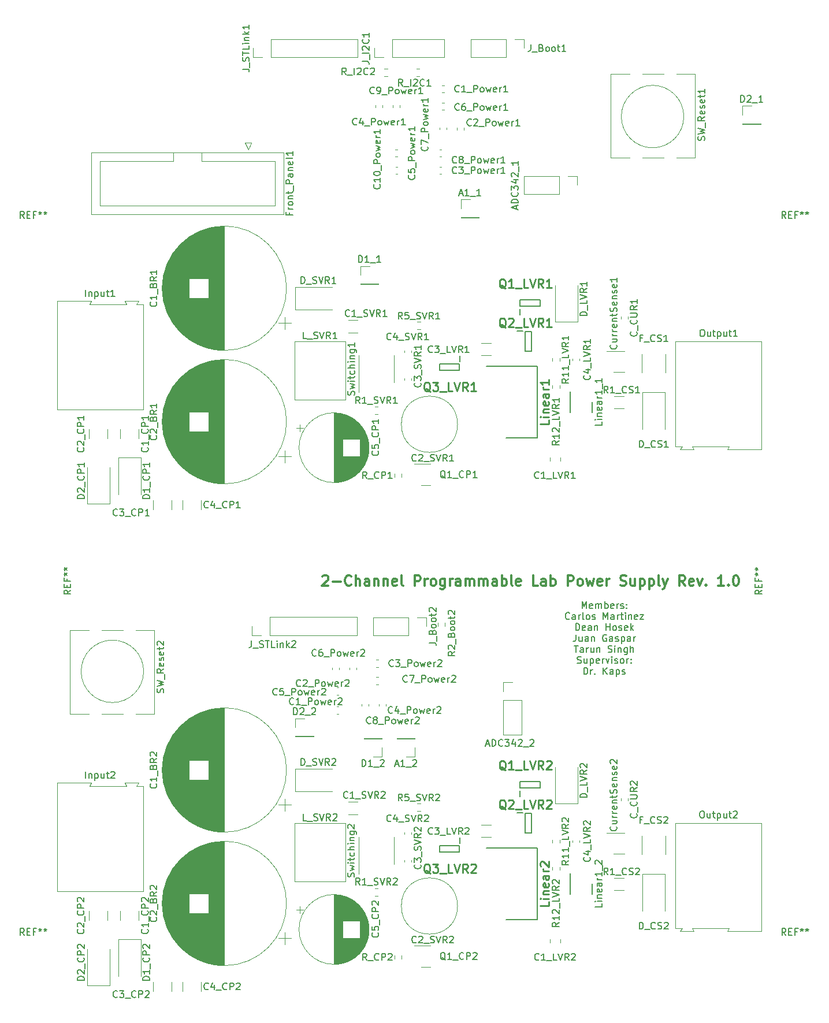
<source format=gbr>
%TF.GenerationSoftware,KiCad,Pcbnew,(6.0.7)*%
%TF.CreationDate,2022-10-24T20:42:29-04:00*%
%TF.ProjectId,LabPowerSupply,4c616250-6f77-4657-9253-7570706c792e,rev?*%
%TF.SameCoordinates,Original*%
%TF.FileFunction,Legend,Top*%
%TF.FilePolarity,Positive*%
%FSLAX46Y46*%
G04 Gerber Fmt 4.6, Leading zero omitted, Abs format (unit mm)*
G04 Created by KiCad (PCBNEW (6.0.7)) date 2022-10-24 20:42:29*
%MOMM*%
%LPD*%
G01*
G04 APERTURE LIST*
%ADD10C,0.150000*%
%ADD11C,0.300000*%
%ADD12C,0.254000*%
%ADD13C,0.120000*%
%ADD14C,0.200000*%
G04 APERTURE END LIST*
D10*
X121833095Y-116780380D02*
X121833095Y-115780380D01*
X122166428Y-116494666D01*
X122499761Y-115780380D01*
X122499761Y-116780380D01*
X123356904Y-116732761D02*
X123261666Y-116780380D01*
X123071190Y-116780380D01*
X122975952Y-116732761D01*
X122928333Y-116637523D01*
X122928333Y-116256571D01*
X122975952Y-116161333D01*
X123071190Y-116113714D01*
X123261666Y-116113714D01*
X123356904Y-116161333D01*
X123404523Y-116256571D01*
X123404523Y-116351809D01*
X122928333Y-116447047D01*
X123833095Y-116780380D02*
X123833095Y-116113714D01*
X123833095Y-116208952D02*
X123880714Y-116161333D01*
X123975952Y-116113714D01*
X124118809Y-116113714D01*
X124214047Y-116161333D01*
X124261666Y-116256571D01*
X124261666Y-116780380D01*
X124261666Y-116256571D02*
X124309285Y-116161333D01*
X124404523Y-116113714D01*
X124547380Y-116113714D01*
X124642619Y-116161333D01*
X124690238Y-116256571D01*
X124690238Y-116780380D01*
X125166428Y-116780380D02*
X125166428Y-115780380D01*
X125166428Y-116161333D02*
X125261666Y-116113714D01*
X125452142Y-116113714D01*
X125547380Y-116161333D01*
X125595000Y-116208952D01*
X125642619Y-116304190D01*
X125642619Y-116589904D01*
X125595000Y-116685142D01*
X125547380Y-116732761D01*
X125452142Y-116780380D01*
X125261666Y-116780380D01*
X125166428Y-116732761D01*
X126452142Y-116732761D02*
X126356904Y-116780380D01*
X126166428Y-116780380D01*
X126071190Y-116732761D01*
X126023571Y-116637523D01*
X126023571Y-116256571D01*
X126071190Y-116161333D01*
X126166428Y-116113714D01*
X126356904Y-116113714D01*
X126452142Y-116161333D01*
X126499761Y-116256571D01*
X126499761Y-116351809D01*
X126023571Y-116447047D01*
X126928333Y-116780380D02*
X126928333Y-116113714D01*
X126928333Y-116304190D02*
X126975952Y-116208952D01*
X127023571Y-116161333D01*
X127118809Y-116113714D01*
X127214047Y-116113714D01*
X127499761Y-116732761D02*
X127595000Y-116780380D01*
X127785476Y-116780380D01*
X127880714Y-116732761D01*
X127928333Y-116637523D01*
X127928333Y-116589904D01*
X127880714Y-116494666D01*
X127785476Y-116447047D01*
X127642619Y-116447047D01*
X127547380Y-116399428D01*
X127499761Y-116304190D01*
X127499761Y-116256571D01*
X127547380Y-116161333D01*
X127642619Y-116113714D01*
X127785476Y-116113714D01*
X127880714Y-116161333D01*
X128356904Y-116685142D02*
X128404523Y-116732761D01*
X128356904Y-116780380D01*
X128309285Y-116732761D01*
X128356904Y-116685142D01*
X128356904Y-116780380D01*
X128356904Y-116161333D02*
X128404523Y-116208952D01*
X128356904Y-116256571D01*
X128309285Y-116208952D01*
X128356904Y-116161333D01*
X128356904Y-116256571D01*
X119999761Y-118295142D02*
X119952142Y-118342761D01*
X119809285Y-118390380D01*
X119714047Y-118390380D01*
X119571190Y-118342761D01*
X119475952Y-118247523D01*
X119428333Y-118152285D01*
X119380714Y-117961809D01*
X119380714Y-117818952D01*
X119428333Y-117628476D01*
X119475952Y-117533238D01*
X119571190Y-117438000D01*
X119714047Y-117390380D01*
X119809285Y-117390380D01*
X119952142Y-117438000D01*
X119999761Y-117485619D01*
X120856904Y-118390380D02*
X120856904Y-117866571D01*
X120809285Y-117771333D01*
X120714047Y-117723714D01*
X120523571Y-117723714D01*
X120428333Y-117771333D01*
X120856904Y-118342761D02*
X120761666Y-118390380D01*
X120523571Y-118390380D01*
X120428333Y-118342761D01*
X120380714Y-118247523D01*
X120380714Y-118152285D01*
X120428333Y-118057047D01*
X120523571Y-118009428D01*
X120761666Y-118009428D01*
X120856904Y-117961809D01*
X121333095Y-118390380D02*
X121333095Y-117723714D01*
X121333095Y-117914190D02*
X121380714Y-117818952D01*
X121428333Y-117771333D01*
X121523571Y-117723714D01*
X121618809Y-117723714D01*
X122095000Y-118390380D02*
X121999761Y-118342761D01*
X121952142Y-118247523D01*
X121952142Y-117390380D01*
X122618809Y-118390380D02*
X122523571Y-118342761D01*
X122475952Y-118295142D01*
X122428333Y-118199904D01*
X122428333Y-117914190D01*
X122475952Y-117818952D01*
X122523571Y-117771333D01*
X122618809Y-117723714D01*
X122761666Y-117723714D01*
X122856904Y-117771333D01*
X122904523Y-117818952D01*
X122952142Y-117914190D01*
X122952142Y-118199904D01*
X122904523Y-118295142D01*
X122856904Y-118342761D01*
X122761666Y-118390380D01*
X122618809Y-118390380D01*
X123333095Y-118342761D02*
X123428333Y-118390380D01*
X123618809Y-118390380D01*
X123714047Y-118342761D01*
X123761666Y-118247523D01*
X123761666Y-118199904D01*
X123714047Y-118104666D01*
X123618809Y-118057047D01*
X123475952Y-118057047D01*
X123380714Y-118009428D01*
X123333095Y-117914190D01*
X123333095Y-117866571D01*
X123380714Y-117771333D01*
X123475952Y-117723714D01*
X123618809Y-117723714D01*
X123714047Y-117771333D01*
X124952142Y-118390380D02*
X124952142Y-117390380D01*
X125285476Y-118104666D01*
X125618809Y-117390380D01*
X125618809Y-118390380D01*
X126523571Y-118390380D02*
X126523571Y-117866571D01*
X126475952Y-117771333D01*
X126380714Y-117723714D01*
X126190238Y-117723714D01*
X126095000Y-117771333D01*
X126523571Y-118342761D02*
X126428333Y-118390380D01*
X126190238Y-118390380D01*
X126095000Y-118342761D01*
X126047380Y-118247523D01*
X126047380Y-118152285D01*
X126095000Y-118057047D01*
X126190238Y-118009428D01*
X126428333Y-118009428D01*
X126523571Y-117961809D01*
X126999761Y-118390380D02*
X126999761Y-117723714D01*
X126999761Y-117914190D02*
X127047380Y-117818952D01*
X127095000Y-117771333D01*
X127190238Y-117723714D01*
X127285476Y-117723714D01*
X127475952Y-117723714D02*
X127856904Y-117723714D01*
X127618809Y-117390380D02*
X127618809Y-118247523D01*
X127666428Y-118342761D01*
X127761666Y-118390380D01*
X127856904Y-118390380D01*
X128190238Y-118390380D02*
X128190238Y-117723714D01*
X128190238Y-117390380D02*
X128142619Y-117438000D01*
X128190238Y-117485619D01*
X128237857Y-117438000D01*
X128190238Y-117390380D01*
X128190238Y-117485619D01*
X128666428Y-117723714D02*
X128666428Y-118390380D01*
X128666428Y-117818952D02*
X128714047Y-117771333D01*
X128809285Y-117723714D01*
X128952142Y-117723714D01*
X129047380Y-117771333D01*
X129095000Y-117866571D01*
X129095000Y-118390380D01*
X129952142Y-118342761D02*
X129856904Y-118390380D01*
X129666428Y-118390380D01*
X129571190Y-118342761D01*
X129523571Y-118247523D01*
X129523571Y-117866571D01*
X129571190Y-117771333D01*
X129666428Y-117723714D01*
X129856904Y-117723714D01*
X129952142Y-117771333D01*
X129999761Y-117866571D01*
X129999761Y-117961809D01*
X129523571Y-118057047D01*
X130333095Y-117723714D02*
X130856904Y-117723714D01*
X130333095Y-118390380D01*
X130856904Y-118390380D01*
X120904523Y-120000380D02*
X120904523Y-119000380D01*
X121142619Y-119000380D01*
X121285476Y-119048000D01*
X121380714Y-119143238D01*
X121428333Y-119238476D01*
X121475952Y-119428952D01*
X121475952Y-119571809D01*
X121428333Y-119762285D01*
X121380714Y-119857523D01*
X121285476Y-119952761D01*
X121142619Y-120000380D01*
X120904523Y-120000380D01*
X122285476Y-119952761D02*
X122190238Y-120000380D01*
X121999761Y-120000380D01*
X121904523Y-119952761D01*
X121856904Y-119857523D01*
X121856904Y-119476571D01*
X121904523Y-119381333D01*
X121999761Y-119333714D01*
X122190238Y-119333714D01*
X122285476Y-119381333D01*
X122333095Y-119476571D01*
X122333095Y-119571809D01*
X121856904Y-119667047D01*
X123190238Y-120000380D02*
X123190238Y-119476571D01*
X123142619Y-119381333D01*
X123047380Y-119333714D01*
X122856904Y-119333714D01*
X122761666Y-119381333D01*
X123190238Y-119952761D02*
X123095000Y-120000380D01*
X122856904Y-120000380D01*
X122761666Y-119952761D01*
X122714047Y-119857523D01*
X122714047Y-119762285D01*
X122761666Y-119667047D01*
X122856904Y-119619428D01*
X123095000Y-119619428D01*
X123190238Y-119571809D01*
X123666428Y-119333714D02*
X123666428Y-120000380D01*
X123666428Y-119428952D02*
X123714047Y-119381333D01*
X123809285Y-119333714D01*
X123952142Y-119333714D01*
X124047380Y-119381333D01*
X124095000Y-119476571D01*
X124095000Y-120000380D01*
X125333095Y-120000380D02*
X125333095Y-119000380D01*
X125333095Y-119476571D02*
X125904523Y-119476571D01*
X125904523Y-120000380D02*
X125904523Y-119000380D01*
X126523571Y-120000380D02*
X126428333Y-119952761D01*
X126380714Y-119905142D01*
X126333095Y-119809904D01*
X126333095Y-119524190D01*
X126380714Y-119428952D01*
X126428333Y-119381333D01*
X126523571Y-119333714D01*
X126666428Y-119333714D01*
X126761666Y-119381333D01*
X126809285Y-119428952D01*
X126856904Y-119524190D01*
X126856904Y-119809904D01*
X126809285Y-119905142D01*
X126761666Y-119952761D01*
X126666428Y-120000380D01*
X126523571Y-120000380D01*
X127237857Y-119952761D02*
X127333095Y-120000380D01*
X127523571Y-120000380D01*
X127618809Y-119952761D01*
X127666428Y-119857523D01*
X127666428Y-119809904D01*
X127618809Y-119714666D01*
X127523571Y-119667047D01*
X127380714Y-119667047D01*
X127285476Y-119619428D01*
X127237857Y-119524190D01*
X127237857Y-119476571D01*
X127285476Y-119381333D01*
X127380714Y-119333714D01*
X127523571Y-119333714D01*
X127618809Y-119381333D01*
X128475952Y-119952761D02*
X128380714Y-120000380D01*
X128190238Y-120000380D01*
X128095000Y-119952761D01*
X128047380Y-119857523D01*
X128047380Y-119476571D01*
X128095000Y-119381333D01*
X128190238Y-119333714D01*
X128380714Y-119333714D01*
X128475952Y-119381333D01*
X128523571Y-119476571D01*
X128523571Y-119571809D01*
X128047380Y-119667047D01*
X128952142Y-120000380D02*
X128952142Y-119000380D01*
X129047380Y-119619428D02*
X129333095Y-120000380D01*
X129333095Y-119333714D02*
X128952142Y-119714666D01*
X120928333Y-120610380D02*
X120928333Y-121324666D01*
X120880714Y-121467523D01*
X120785476Y-121562761D01*
X120642619Y-121610380D01*
X120547380Y-121610380D01*
X121833095Y-120943714D02*
X121833095Y-121610380D01*
X121404523Y-120943714D02*
X121404523Y-121467523D01*
X121452142Y-121562761D01*
X121547380Y-121610380D01*
X121690238Y-121610380D01*
X121785476Y-121562761D01*
X121833095Y-121515142D01*
X122737857Y-121610380D02*
X122737857Y-121086571D01*
X122690238Y-120991333D01*
X122595000Y-120943714D01*
X122404523Y-120943714D01*
X122309285Y-120991333D01*
X122737857Y-121562761D02*
X122642619Y-121610380D01*
X122404523Y-121610380D01*
X122309285Y-121562761D01*
X122261666Y-121467523D01*
X122261666Y-121372285D01*
X122309285Y-121277047D01*
X122404523Y-121229428D01*
X122642619Y-121229428D01*
X122737857Y-121181809D01*
X123214047Y-120943714D02*
X123214047Y-121610380D01*
X123214047Y-121038952D02*
X123261666Y-120991333D01*
X123356904Y-120943714D01*
X123499761Y-120943714D01*
X123595000Y-120991333D01*
X123642619Y-121086571D01*
X123642619Y-121610380D01*
X125404523Y-120658000D02*
X125309285Y-120610380D01*
X125166428Y-120610380D01*
X125023571Y-120658000D01*
X124928333Y-120753238D01*
X124880714Y-120848476D01*
X124833095Y-121038952D01*
X124833095Y-121181809D01*
X124880714Y-121372285D01*
X124928333Y-121467523D01*
X125023571Y-121562761D01*
X125166428Y-121610380D01*
X125261666Y-121610380D01*
X125404523Y-121562761D01*
X125452142Y-121515142D01*
X125452142Y-121181809D01*
X125261666Y-121181809D01*
X126309285Y-121610380D02*
X126309285Y-121086571D01*
X126261666Y-120991333D01*
X126166428Y-120943714D01*
X125975952Y-120943714D01*
X125880714Y-120991333D01*
X126309285Y-121562761D02*
X126214047Y-121610380D01*
X125975952Y-121610380D01*
X125880714Y-121562761D01*
X125833095Y-121467523D01*
X125833095Y-121372285D01*
X125880714Y-121277047D01*
X125975952Y-121229428D01*
X126214047Y-121229428D01*
X126309285Y-121181809D01*
X126737857Y-121562761D02*
X126833095Y-121610380D01*
X127023571Y-121610380D01*
X127118809Y-121562761D01*
X127166428Y-121467523D01*
X127166428Y-121419904D01*
X127118809Y-121324666D01*
X127023571Y-121277047D01*
X126880714Y-121277047D01*
X126785476Y-121229428D01*
X126737857Y-121134190D01*
X126737857Y-121086571D01*
X126785476Y-120991333D01*
X126880714Y-120943714D01*
X127023571Y-120943714D01*
X127118809Y-120991333D01*
X127595000Y-120943714D02*
X127595000Y-121943714D01*
X127595000Y-120991333D02*
X127690238Y-120943714D01*
X127880714Y-120943714D01*
X127975952Y-120991333D01*
X128023571Y-121038952D01*
X128071190Y-121134190D01*
X128071190Y-121419904D01*
X128023571Y-121515142D01*
X127975952Y-121562761D01*
X127880714Y-121610380D01*
X127690238Y-121610380D01*
X127595000Y-121562761D01*
X128928333Y-121610380D02*
X128928333Y-121086571D01*
X128880714Y-120991333D01*
X128785476Y-120943714D01*
X128595000Y-120943714D01*
X128499761Y-120991333D01*
X128928333Y-121562761D02*
X128833095Y-121610380D01*
X128595000Y-121610380D01*
X128499761Y-121562761D01*
X128452142Y-121467523D01*
X128452142Y-121372285D01*
X128499761Y-121277047D01*
X128595000Y-121229428D01*
X128833095Y-121229428D01*
X128928333Y-121181809D01*
X129404523Y-121610380D02*
X129404523Y-120943714D01*
X129404523Y-121134190D02*
X129452142Y-121038952D01*
X129499761Y-120991333D01*
X129595000Y-120943714D01*
X129690238Y-120943714D01*
X120690238Y-122220380D02*
X121261666Y-122220380D01*
X120975952Y-123220380D02*
X120975952Y-122220380D01*
X122023571Y-123220380D02*
X122023571Y-122696571D01*
X121975952Y-122601333D01*
X121880714Y-122553714D01*
X121690238Y-122553714D01*
X121595000Y-122601333D01*
X122023571Y-123172761D02*
X121928333Y-123220380D01*
X121690238Y-123220380D01*
X121595000Y-123172761D01*
X121547380Y-123077523D01*
X121547380Y-122982285D01*
X121595000Y-122887047D01*
X121690238Y-122839428D01*
X121928333Y-122839428D01*
X122023571Y-122791809D01*
X122499761Y-123220380D02*
X122499761Y-122553714D01*
X122499761Y-122744190D02*
X122547380Y-122648952D01*
X122595000Y-122601333D01*
X122690238Y-122553714D01*
X122785476Y-122553714D01*
X123547380Y-122553714D02*
X123547380Y-123220380D01*
X123118809Y-122553714D02*
X123118809Y-123077523D01*
X123166428Y-123172761D01*
X123261666Y-123220380D01*
X123404523Y-123220380D01*
X123499761Y-123172761D01*
X123547380Y-123125142D01*
X124023571Y-122553714D02*
X124023571Y-123220380D01*
X124023571Y-122648952D02*
X124071190Y-122601333D01*
X124166428Y-122553714D01*
X124309285Y-122553714D01*
X124404523Y-122601333D01*
X124452142Y-122696571D01*
X124452142Y-123220380D01*
X125642619Y-123172761D02*
X125785476Y-123220380D01*
X126023571Y-123220380D01*
X126118809Y-123172761D01*
X126166428Y-123125142D01*
X126214047Y-123029904D01*
X126214047Y-122934666D01*
X126166428Y-122839428D01*
X126118809Y-122791809D01*
X126023571Y-122744190D01*
X125833095Y-122696571D01*
X125737857Y-122648952D01*
X125690238Y-122601333D01*
X125642619Y-122506095D01*
X125642619Y-122410857D01*
X125690238Y-122315619D01*
X125737857Y-122268000D01*
X125833095Y-122220380D01*
X126071190Y-122220380D01*
X126214047Y-122268000D01*
X126642619Y-123220380D02*
X126642619Y-122553714D01*
X126642619Y-122220380D02*
X126595000Y-122268000D01*
X126642619Y-122315619D01*
X126690238Y-122268000D01*
X126642619Y-122220380D01*
X126642619Y-122315619D01*
X127118809Y-122553714D02*
X127118809Y-123220380D01*
X127118809Y-122648952D02*
X127166428Y-122601333D01*
X127261666Y-122553714D01*
X127404523Y-122553714D01*
X127499761Y-122601333D01*
X127547380Y-122696571D01*
X127547380Y-123220380D01*
X128452142Y-122553714D02*
X128452142Y-123363238D01*
X128404523Y-123458476D01*
X128356904Y-123506095D01*
X128261666Y-123553714D01*
X128118809Y-123553714D01*
X128023571Y-123506095D01*
X128452142Y-123172761D02*
X128356904Y-123220380D01*
X128166428Y-123220380D01*
X128071190Y-123172761D01*
X128023571Y-123125142D01*
X127975952Y-123029904D01*
X127975952Y-122744190D01*
X128023571Y-122648952D01*
X128071190Y-122601333D01*
X128166428Y-122553714D01*
X128356904Y-122553714D01*
X128452142Y-122601333D01*
X128928333Y-123220380D02*
X128928333Y-122220380D01*
X129356904Y-123220380D02*
X129356904Y-122696571D01*
X129309285Y-122601333D01*
X129214047Y-122553714D01*
X129071190Y-122553714D01*
X128975952Y-122601333D01*
X128928333Y-122648952D01*
X121142619Y-124782761D02*
X121285476Y-124830380D01*
X121523571Y-124830380D01*
X121618809Y-124782761D01*
X121666428Y-124735142D01*
X121714047Y-124639904D01*
X121714047Y-124544666D01*
X121666428Y-124449428D01*
X121618809Y-124401809D01*
X121523571Y-124354190D01*
X121333095Y-124306571D01*
X121237857Y-124258952D01*
X121190238Y-124211333D01*
X121142619Y-124116095D01*
X121142619Y-124020857D01*
X121190238Y-123925619D01*
X121237857Y-123878000D01*
X121333095Y-123830380D01*
X121571190Y-123830380D01*
X121714047Y-123878000D01*
X122571190Y-124163714D02*
X122571190Y-124830380D01*
X122142619Y-124163714D02*
X122142619Y-124687523D01*
X122190238Y-124782761D01*
X122285476Y-124830380D01*
X122428333Y-124830380D01*
X122523571Y-124782761D01*
X122571190Y-124735142D01*
X123047380Y-124163714D02*
X123047380Y-125163714D01*
X123047380Y-124211333D02*
X123142619Y-124163714D01*
X123333095Y-124163714D01*
X123428333Y-124211333D01*
X123475952Y-124258952D01*
X123523571Y-124354190D01*
X123523571Y-124639904D01*
X123475952Y-124735142D01*
X123428333Y-124782761D01*
X123333095Y-124830380D01*
X123142619Y-124830380D01*
X123047380Y-124782761D01*
X124333095Y-124782761D02*
X124237857Y-124830380D01*
X124047380Y-124830380D01*
X123952142Y-124782761D01*
X123904523Y-124687523D01*
X123904523Y-124306571D01*
X123952142Y-124211333D01*
X124047380Y-124163714D01*
X124237857Y-124163714D01*
X124333095Y-124211333D01*
X124380714Y-124306571D01*
X124380714Y-124401809D01*
X123904523Y-124497047D01*
X124809285Y-124830380D02*
X124809285Y-124163714D01*
X124809285Y-124354190D02*
X124856904Y-124258952D01*
X124904523Y-124211333D01*
X124999761Y-124163714D01*
X125095000Y-124163714D01*
X125333095Y-124163714D02*
X125571190Y-124830380D01*
X125809285Y-124163714D01*
X126190238Y-124830380D02*
X126190238Y-124163714D01*
X126190238Y-123830380D02*
X126142619Y-123878000D01*
X126190238Y-123925619D01*
X126237857Y-123878000D01*
X126190238Y-123830380D01*
X126190238Y-123925619D01*
X126618809Y-124782761D02*
X126714047Y-124830380D01*
X126904523Y-124830380D01*
X126999761Y-124782761D01*
X127047380Y-124687523D01*
X127047380Y-124639904D01*
X126999761Y-124544666D01*
X126904523Y-124497047D01*
X126761666Y-124497047D01*
X126666428Y-124449428D01*
X126618809Y-124354190D01*
X126618809Y-124306571D01*
X126666428Y-124211333D01*
X126761666Y-124163714D01*
X126904523Y-124163714D01*
X126999761Y-124211333D01*
X127618809Y-124830380D02*
X127523571Y-124782761D01*
X127475952Y-124735142D01*
X127428333Y-124639904D01*
X127428333Y-124354190D01*
X127475952Y-124258952D01*
X127523571Y-124211333D01*
X127618809Y-124163714D01*
X127761666Y-124163714D01*
X127856904Y-124211333D01*
X127904523Y-124258952D01*
X127952142Y-124354190D01*
X127952142Y-124639904D01*
X127904523Y-124735142D01*
X127856904Y-124782761D01*
X127761666Y-124830380D01*
X127618809Y-124830380D01*
X128380714Y-124830380D02*
X128380714Y-124163714D01*
X128380714Y-124354190D02*
X128428333Y-124258952D01*
X128475952Y-124211333D01*
X128571190Y-124163714D01*
X128666428Y-124163714D01*
X128999761Y-124735142D02*
X129047380Y-124782761D01*
X128999761Y-124830380D01*
X128952142Y-124782761D01*
X128999761Y-124735142D01*
X128999761Y-124830380D01*
X128999761Y-124211333D02*
X129047380Y-124258952D01*
X128999761Y-124306571D01*
X128952142Y-124258952D01*
X128999761Y-124211333D01*
X128999761Y-124306571D01*
X122095000Y-126440380D02*
X122095000Y-125440380D01*
X122333095Y-125440380D01*
X122475952Y-125488000D01*
X122571190Y-125583238D01*
X122618809Y-125678476D01*
X122666428Y-125868952D01*
X122666428Y-126011809D01*
X122618809Y-126202285D01*
X122571190Y-126297523D01*
X122475952Y-126392761D01*
X122333095Y-126440380D01*
X122095000Y-126440380D01*
X123095000Y-126440380D02*
X123095000Y-125773714D01*
X123095000Y-125964190D02*
X123142619Y-125868952D01*
X123190238Y-125821333D01*
X123285476Y-125773714D01*
X123380714Y-125773714D01*
X123714047Y-126345142D02*
X123761666Y-126392761D01*
X123714047Y-126440380D01*
X123666428Y-126392761D01*
X123714047Y-126345142D01*
X123714047Y-126440380D01*
X124952142Y-126440380D02*
X124952142Y-125440380D01*
X125523571Y-126440380D02*
X125095000Y-125868952D01*
X125523571Y-125440380D02*
X124952142Y-126011809D01*
X126380714Y-126440380D02*
X126380714Y-125916571D01*
X126333095Y-125821333D01*
X126237857Y-125773714D01*
X126047380Y-125773714D01*
X125952142Y-125821333D01*
X126380714Y-126392761D02*
X126285476Y-126440380D01*
X126047380Y-126440380D01*
X125952142Y-126392761D01*
X125904523Y-126297523D01*
X125904523Y-126202285D01*
X125952142Y-126107047D01*
X126047380Y-126059428D01*
X126285476Y-126059428D01*
X126380714Y-126011809D01*
X126856904Y-125773714D02*
X126856904Y-126773714D01*
X126856904Y-125821333D02*
X126952142Y-125773714D01*
X127142619Y-125773714D01*
X127237857Y-125821333D01*
X127285476Y-125868952D01*
X127333095Y-125964190D01*
X127333095Y-126249904D01*
X127285476Y-126345142D01*
X127237857Y-126392761D01*
X127142619Y-126440380D01*
X126952142Y-126440380D01*
X126856904Y-126392761D01*
X127714047Y-126392761D02*
X127809285Y-126440380D01*
X127999761Y-126440380D01*
X128095000Y-126392761D01*
X128142619Y-126297523D01*
X128142619Y-126249904D01*
X128095000Y-126154666D01*
X127999761Y-126107047D01*
X127856904Y-126107047D01*
X127761666Y-126059428D01*
X127714047Y-125964190D01*
X127714047Y-125916571D01*
X127761666Y-125821333D01*
X127856904Y-125773714D01*
X127999761Y-125773714D01*
X128095000Y-125821333D01*
D11*
X83800000Y-112097428D02*
X83871428Y-112026000D01*
X84014285Y-111954571D01*
X84371428Y-111954571D01*
X84514285Y-112026000D01*
X84585714Y-112097428D01*
X84657142Y-112240285D01*
X84657142Y-112383142D01*
X84585714Y-112597428D01*
X83728571Y-113454571D01*
X84657142Y-113454571D01*
X85300000Y-112883142D02*
X86442857Y-112883142D01*
X88014285Y-113311714D02*
X87942857Y-113383142D01*
X87728571Y-113454571D01*
X87585714Y-113454571D01*
X87371428Y-113383142D01*
X87228571Y-113240285D01*
X87157142Y-113097428D01*
X87085714Y-112811714D01*
X87085714Y-112597428D01*
X87157142Y-112311714D01*
X87228571Y-112168857D01*
X87371428Y-112026000D01*
X87585714Y-111954571D01*
X87728571Y-111954571D01*
X87942857Y-112026000D01*
X88014285Y-112097428D01*
X88657142Y-113454571D02*
X88657142Y-111954571D01*
X89300000Y-113454571D02*
X89300000Y-112668857D01*
X89228571Y-112526000D01*
X89085714Y-112454571D01*
X88871428Y-112454571D01*
X88728571Y-112526000D01*
X88657142Y-112597428D01*
X90657142Y-113454571D02*
X90657142Y-112668857D01*
X90585714Y-112526000D01*
X90442857Y-112454571D01*
X90157142Y-112454571D01*
X90014285Y-112526000D01*
X90657142Y-113383142D02*
X90514285Y-113454571D01*
X90157142Y-113454571D01*
X90014285Y-113383142D01*
X89942857Y-113240285D01*
X89942857Y-113097428D01*
X90014285Y-112954571D01*
X90157142Y-112883142D01*
X90514285Y-112883142D01*
X90657142Y-112811714D01*
X91371428Y-112454571D02*
X91371428Y-113454571D01*
X91371428Y-112597428D02*
X91442857Y-112526000D01*
X91585714Y-112454571D01*
X91800000Y-112454571D01*
X91942857Y-112526000D01*
X92014285Y-112668857D01*
X92014285Y-113454571D01*
X92728571Y-112454571D02*
X92728571Y-113454571D01*
X92728571Y-112597428D02*
X92800000Y-112526000D01*
X92942857Y-112454571D01*
X93157142Y-112454571D01*
X93300000Y-112526000D01*
X93371428Y-112668857D01*
X93371428Y-113454571D01*
X94657142Y-113383142D02*
X94514285Y-113454571D01*
X94228571Y-113454571D01*
X94085714Y-113383142D01*
X94014285Y-113240285D01*
X94014285Y-112668857D01*
X94085714Y-112526000D01*
X94228571Y-112454571D01*
X94514285Y-112454571D01*
X94657142Y-112526000D01*
X94728571Y-112668857D01*
X94728571Y-112811714D01*
X94014285Y-112954571D01*
X95585714Y-113454571D02*
X95442857Y-113383142D01*
X95371428Y-113240285D01*
X95371428Y-111954571D01*
X97300000Y-113454571D02*
X97300000Y-111954571D01*
X97871428Y-111954571D01*
X98014285Y-112026000D01*
X98085714Y-112097428D01*
X98157142Y-112240285D01*
X98157142Y-112454571D01*
X98085714Y-112597428D01*
X98014285Y-112668857D01*
X97871428Y-112740285D01*
X97300000Y-112740285D01*
X98800000Y-113454571D02*
X98800000Y-112454571D01*
X98800000Y-112740285D02*
X98871428Y-112597428D01*
X98942857Y-112526000D01*
X99085714Y-112454571D01*
X99228571Y-112454571D01*
X99942857Y-113454571D02*
X99800000Y-113383142D01*
X99728571Y-113311714D01*
X99657142Y-113168857D01*
X99657142Y-112740285D01*
X99728571Y-112597428D01*
X99800000Y-112526000D01*
X99942857Y-112454571D01*
X100157142Y-112454571D01*
X100300000Y-112526000D01*
X100371428Y-112597428D01*
X100442857Y-112740285D01*
X100442857Y-113168857D01*
X100371428Y-113311714D01*
X100300000Y-113383142D01*
X100157142Y-113454571D01*
X99942857Y-113454571D01*
X101728571Y-112454571D02*
X101728571Y-113668857D01*
X101657142Y-113811714D01*
X101585714Y-113883142D01*
X101442857Y-113954571D01*
X101228571Y-113954571D01*
X101085714Y-113883142D01*
X101728571Y-113383142D02*
X101585714Y-113454571D01*
X101300000Y-113454571D01*
X101157142Y-113383142D01*
X101085714Y-113311714D01*
X101014285Y-113168857D01*
X101014285Y-112740285D01*
X101085714Y-112597428D01*
X101157142Y-112526000D01*
X101300000Y-112454571D01*
X101585714Y-112454571D01*
X101728571Y-112526000D01*
X102442857Y-113454571D02*
X102442857Y-112454571D01*
X102442857Y-112740285D02*
X102514285Y-112597428D01*
X102585714Y-112526000D01*
X102728571Y-112454571D01*
X102871428Y-112454571D01*
X104014285Y-113454571D02*
X104014285Y-112668857D01*
X103942857Y-112526000D01*
X103800000Y-112454571D01*
X103514285Y-112454571D01*
X103371428Y-112526000D01*
X104014285Y-113383142D02*
X103871428Y-113454571D01*
X103514285Y-113454571D01*
X103371428Y-113383142D01*
X103300000Y-113240285D01*
X103300000Y-113097428D01*
X103371428Y-112954571D01*
X103514285Y-112883142D01*
X103871428Y-112883142D01*
X104014285Y-112811714D01*
X104728571Y-113454571D02*
X104728571Y-112454571D01*
X104728571Y-112597428D02*
X104800000Y-112526000D01*
X104942857Y-112454571D01*
X105157142Y-112454571D01*
X105300000Y-112526000D01*
X105371428Y-112668857D01*
X105371428Y-113454571D01*
X105371428Y-112668857D02*
X105442857Y-112526000D01*
X105585714Y-112454571D01*
X105800000Y-112454571D01*
X105942857Y-112526000D01*
X106014285Y-112668857D01*
X106014285Y-113454571D01*
X106728571Y-113454571D02*
X106728571Y-112454571D01*
X106728571Y-112597428D02*
X106800000Y-112526000D01*
X106942857Y-112454571D01*
X107157142Y-112454571D01*
X107300000Y-112526000D01*
X107371428Y-112668857D01*
X107371428Y-113454571D01*
X107371428Y-112668857D02*
X107442857Y-112526000D01*
X107585714Y-112454571D01*
X107800000Y-112454571D01*
X107942857Y-112526000D01*
X108014285Y-112668857D01*
X108014285Y-113454571D01*
X109371428Y-113454571D02*
X109371428Y-112668857D01*
X109300000Y-112526000D01*
X109157142Y-112454571D01*
X108871428Y-112454571D01*
X108728571Y-112526000D01*
X109371428Y-113383142D02*
X109228571Y-113454571D01*
X108871428Y-113454571D01*
X108728571Y-113383142D01*
X108657142Y-113240285D01*
X108657142Y-113097428D01*
X108728571Y-112954571D01*
X108871428Y-112883142D01*
X109228571Y-112883142D01*
X109371428Y-112811714D01*
X110085714Y-113454571D02*
X110085714Y-111954571D01*
X110085714Y-112526000D02*
X110228571Y-112454571D01*
X110514285Y-112454571D01*
X110657142Y-112526000D01*
X110728571Y-112597428D01*
X110800000Y-112740285D01*
X110800000Y-113168857D01*
X110728571Y-113311714D01*
X110657142Y-113383142D01*
X110514285Y-113454571D01*
X110228571Y-113454571D01*
X110085714Y-113383142D01*
X111657142Y-113454571D02*
X111514285Y-113383142D01*
X111442857Y-113240285D01*
X111442857Y-111954571D01*
X112800000Y-113383142D02*
X112657142Y-113454571D01*
X112371428Y-113454571D01*
X112228571Y-113383142D01*
X112157142Y-113240285D01*
X112157142Y-112668857D01*
X112228571Y-112526000D01*
X112371428Y-112454571D01*
X112657142Y-112454571D01*
X112800000Y-112526000D01*
X112871428Y-112668857D01*
X112871428Y-112811714D01*
X112157142Y-112954571D01*
X115371428Y-113454571D02*
X114657142Y-113454571D01*
X114657142Y-111954571D01*
X116514285Y-113454571D02*
X116514285Y-112668857D01*
X116442857Y-112526000D01*
X116300000Y-112454571D01*
X116014285Y-112454571D01*
X115871428Y-112526000D01*
X116514285Y-113383142D02*
X116371428Y-113454571D01*
X116014285Y-113454571D01*
X115871428Y-113383142D01*
X115800000Y-113240285D01*
X115800000Y-113097428D01*
X115871428Y-112954571D01*
X116014285Y-112883142D01*
X116371428Y-112883142D01*
X116514285Y-112811714D01*
X117228571Y-113454571D02*
X117228571Y-111954571D01*
X117228571Y-112526000D02*
X117371428Y-112454571D01*
X117657142Y-112454571D01*
X117800000Y-112526000D01*
X117871428Y-112597428D01*
X117942857Y-112740285D01*
X117942857Y-113168857D01*
X117871428Y-113311714D01*
X117800000Y-113383142D01*
X117657142Y-113454571D01*
X117371428Y-113454571D01*
X117228571Y-113383142D01*
X119728571Y-113454571D02*
X119728571Y-111954571D01*
X120300000Y-111954571D01*
X120442857Y-112026000D01*
X120514285Y-112097428D01*
X120585714Y-112240285D01*
X120585714Y-112454571D01*
X120514285Y-112597428D01*
X120442857Y-112668857D01*
X120300000Y-112740285D01*
X119728571Y-112740285D01*
X121442857Y-113454571D02*
X121300000Y-113383142D01*
X121228571Y-113311714D01*
X121157142Y-113168857D01*
X121157142Y-112740285D01*
X121228571Y-112597428D01*
X121300000Y-112526000D01*
X121442857Y-112454571D01*
X121657142Y-112454571D01*
X121800000Y-112526000D01*
X121871428Y-112597428D01*
X121942857Y-112740285D01*
X121942857Y-113168857D01*
X121871428Y-113311714D01*
X121800000Y-113383142D01*
X121657142Y-113454571D01*
X121442857Y-113454571D01*
X122442857Y-112454571D02*
X122728571Y-113454571D01*
X123014285Y-112740285D01*
X123300000Y-113454571D01*
X123585714Y-112454571D01*
X124728571Y-113383142D02*
X124585714Y-113454571D01*
X124300000Y-113454571D01*
X124157142Y-113383142D01*
X124085714Y-113240285D01*
X124085714Y-112668857D01*
X124157142Y-112526000D01*
X124300000Y-112454571D01*
X124585714Y-112454571D01*
X124728571Y-112526000D01*
X124800000Y-112668857D01*
X124800000Y-112811714D01*
X124085714Y-112954571D01*
X125442857Y-113454571D02*
X125442857Y-112454571D01*
X125442857Y-112740285D02*
X125514285Y-112597428D01*
X125585714Y-112526000D01*
X125728571Y-112454571D01*
X125871428Y-112454571D01*
X127442857Y-113383142D02*
X127657142Y-113454571D01*
X128014285Y-113454571D01*
X128157142Y-113383142D01*
X128228571Y-113311714D01*
X128300000Y-113168857D01*
X128300000Y-113026000D01*
X128228571Y-112883142D01*
X128157142Y-112811714D01*
X128014285Y-112740285D01*
X127728571Y-112668857D01*
X127585714Y-112597428D01*
X127514285Y-112526000D01*
X127442857Y-112383142D01*
X127442857Y-112240285D01*
X127514285Y-112097428D01*
X127585714Y-112026000D01*
X127728571Y-111954571D01*
X128085714Y-111954571D01*
X128300000Y-112026000D01*
X129585714Y-112454571D02*
X129585714Y-113454571D01*
X128942857Y-112454571D02*
X128942857Y-113240285D01*
X129014285Y-113383142D01*
X129157142Y-113454571D01*
X129371428Y-113454571D01*
X129514285Y-113383142D01*
X129585714Y-113311714D01*
X130300000Y-112454571D02*
X130300000Y-113954571D01*
X130300000Y-112526000D02*
X130442857Y-112454571D01*
X130728571Y-112454571D01*
X130871428Y-112526000D01*
X130942857Y-112597428D01*
X131014285Y-112740285D01*
X131014285Y-113168857D01*
X130942857Y-113311714D01*
X130871428Y-113383142D01*
X130728571Y-113454571D01*
X130442857Y-113454571D01*
X130300000Y-113383142D01*
X131657142Y-112454571D02*
X131657142Y-113954571D01*
X131657142Y-112526000D02*
X131800000Y-112454571D01*
X132085714Y-112454571D01*
X132228571Y-112526000D01*
X132300000Y-112597428D01*
X132371428Y-112740285D01*
X132371428Y-113168857D01*
X132300000Y-113311714D01*
X132228571Y-113383142D01*
X132085714Y-113454571D01*
X131800000Y-113454571D01*
X131657142Y-113383142D01*
X133228571Y-113454571D02*
X133085714Y-113383142D01*
X133014285Y-113240285D01*
X133014285Y-111954571D01*
X133657142Y-112454571D02*
X134014285Y-113454571D01*
X134371428Y-112454571D02*
X134014285Y-113454571D01*
X133871428Y-113811714D01*
X133800000Y-113883142D01*
X133657142Y-113954571D01*
X136942857Y-113454571D02*
X136442857Y-112740285D01*
X136085714Y-113454571D02*
X136085714Y-111954571D01*
X136657142Y-111954571D01*
X136800000Y-112026000D01*
X136871428Y-112097428D01*
X136942857Y-112240285D01*
X136942857Y-112454571D01*
X136871428Y-112597428D01*
X136800000Y-112668857D01*
X136657142Y-112740285D01*
X136085714Y-112740285D01*
X138157142Y-113383142D02*
X138014285Y-113454571D01*
X137728571Y-113454571D01*
X137585714Y-113383142D01*
X137514285Y-113240285D01*
X137514285Y-112668857D01*
X137585714Y-112526000D01*
X137728571Y-112454571D01*
X138014285Y-112454571D01*
X138157142Y-112526000D01*
X138228571Y-112668857D01*
X138228571Y-112811714D01*
X137514285Y-112954571D01*
X138728571Y-112454571D02*
X139085714Y-113454571D01*
X139442857Y-112454571D01*
X140014285Y-113311714D02*
X140085714Y-113383142D01*
X140014285Y-113454571D01*
X139942857Y-113383142D01*
X140014285Y-113311714D01*
X140014285Y-113454571D01*
X142657142Y-113454571D02*
X141800000Y-113454571D01*
X142228571Y-113454571D02*
X142228571Y-111954571D01*
X142085714Y-112168857D01*
X141942857Y-112311714D01*
X141800000Y-112383142D01*
X143300000Y-113311714D02*
X143371428Y-113383142D01*
X143300000Y-113454571D01*
X143228571Y-113383142D01*
X143300000Y-113311714D01*
X143300000Y-113454571D01*
X144300000Y-111954571D02*
X144442857Y-111954571D01*
X144585714Y-112026000D01*
X144657142Y-112097428D01*
X144728571Y-112240285D01*
X144800000Y-112526000D01*
X144800000Y-112883142D01*
X144728571Y-113168857D01*
X144657142Y-113311714D01*
X144585714Y-113383142D01*
X144442857Y-113454571D01*
X144300000Y-113454571D01*
X144157142Y-113383142D01*
X144085714Y-113311714D01*
X144014285Y-113168857D01*
X143942857Y-112883142D01*
X143942857Y-112526000D01*
X144014285Y-112240285D01*
X144085714Y-112097428D01*
X144157142Y-112026000D01*
X144300000Y-111954571D01*
D10*
%TO.C,C2_SVR1*%
X97520428Y-95099142D02*
X97472809Y-95146761D01*
X97329952Y-95194380D01*
X97234714Y-95194380D01*
X97091857Y-95146761D01*
X96996619Y-95051523D01*
X96949000Y-94956285D01*
X96901380Y-94765809D01*
X96901380Y-94622952D01*
X96949000Y-94432476D01*
X96996619Y-94337238D01*
X97091857Y-94242000D01*
X97234714Y-94194380D01*
X97329952Y-94194380D01*
X97472809Y-94242000D01*
X97520428Y-94289619D01*
X97901380Y-94289619D02*
X97949000Y-94242000D01*
X98044238Y-94194380D01*
X98282333Y-94194380D01*
X98377571Y-94242000D01*
X98425190Y-94289619D01*
X98472809Y-94384857D01*
X98472809Y-94480095D01*
X98425190Y-94622952D01*
X97853761Y-95194380D01*
X98472809Y-95194380D01*
X98663285Y-95289619D02*
X99425190Y-95289619D01*
X99615666Y-95146761D02*
X99758523Y-95194380D01*
X99996619Y-95194380D01*
X100091857Y-95146761D01*
X100139476Y-95099142D01*
X100187095Y-95003904D01*
X100187095Y-94908666D01*
X100139476Y-94813428D01*
X100091857Y-94765809D01*
X99996619Y-94718190D01*
X99806142Y-94670571D01*
X99710904Y-94622952D01*
X99663285Y-94575333D01*
X99615666Y-94480095D01*
X99615666Y-94384857D01*
X99663285Y-94289619D01*
X99710904Y-94242000D01*
X99806142Y-94194380D01*
X100044238Y-94194380D01*
X100187095Y-94242000D01*
X100472809Y-94194380D02*
X100806142Y-95194380D01*
X101139476Y-94194380D01*
X102044238Y-95194380D02*
X101710904Y-94718190D01*
X101472809Y-95194380D02*
X101472809Y-94194380D01*
X101853761Y-94194380D01*
X101949000Y-94242000D01*
X101996619Y-94289619D01*
X102044238Y-94384857D01*
X102044238Y-94527714D01*
X101996619Y-94622952D01*
X101949000Y-94670571D01*
X101853761Y-94718190D01*
X101472809Y-94718190D01*
X102996619Y-95194380D02*
X102425190Y-95194380D01*
X102710904Y-95194380D02*
X102710904Y-94194380D01*
X102615666Y-94337238D01*
X102520428Y-94432476D01*
X102425190Y-94480095D01*
%TO.C,F_CS1*%
X130643523Y-77144571D02*
X130310190Y-77144571D01*
X130310190Y-77668380D02*
X130310190Y-76668380D01*
X130786380Y-76668380D01*
X130929238Y-77763619D02*
X131691142Y-77763619D01*
X132500666Y-77573142D02*
X132453047Y-77620761D01*
X132310190Y-77668380D01*
X132214952Y-77668380D01*
X132072095Y-77620761D01*
X131976857Y-77525523D01*
X131929238Y-77430285D01*
X131881619Y-77239809D01*
X131881619Y-77096952D01*
X131929238Y-76906476D01*
X131976857Y-76811238D01*
X132072095Y-76716000D01*
X132214952Y-76668380D01*
X132310190Y-76668380D01*
X132453047Y-76716000D01*
X132500666Y-76763619D01*
X132881619Y-77620761D02*
X133024476Y-77668380D01*
X133262571Y-77668380D01*
X133357809Y-77620761D01*
X133405428Y-77573142D01*
X133453047Y-77477904D01*
X133453047Y-77382666D01*
X133405428Y-77287428D01*
X133357809Y-77239809D01*
X133262571Y-77192190D01*
X133072095Y-77144571D01*
X132976857Y-77096952D01*
X132929238Y-77049333D01*
X132881619Y-76954095D01*
X132881619Y-76858857D01*
X132929238Y-76763619D01*
X132976857Y-76716000D01*
X133072095Y-76668380D01*
X133310190Y-76668380D01*
X133453047Y-76716000D01*
X134405428Y-77668380D02*
X133834000Y-77668380D01*
X134119714Y-77668380D02*
X134119714Y-76668380D01*
X134024476Y-76811238D01*
X133929238Y-76906476D01*
X133834000Y-76954095D01*
%TO.C,C5_Power2*%
X77152904Y-129389142D02*
X77105285Y-129436761D01*
X76962428Y-129484380D01*
X76867190Y-129484380D01*
X76724333Y-129436761D01*
X76629095Y-129341523D01*
X76581476Y-129246285D01*
X76533857Y-129055809D01*
X76533857Y-128912952D01*
X76581476Y-128722476D01*
X76629095Y-128627238D01*
X76724333Y-128532000D01*
X76867190Y-128484380D01*
X76962428Y-128484380D01*
X77105285Y-128532000D01*
X77152904Y-128579619D01*
X78057666Y-128484380D02*
X77581476Y-128484380D01*
X77533857Y-128960571D01*
X77581476Y-128912952D01*
X77676714Y-128865333D01*
X77914809Y-128865333D01*
X78010047Y-128912952D01*
X78057666Y-128960571D01*
X78105285Y-129055809D01*
X78105285Y-129293904D01*
X78057666Y-129389142D01*
X78010047Y-129436761D01*
X77914809Y-129484380D01*
X77676714Y-129484380D01*
X77581476Y-129436761D01*
X77533857Y-129389142D01*
X78295761Y-129579619D02*
X79057666Y-129579619D01*
X79295761Y-129484380D02*
X79295761Y-128484380D01*
X79676714Y-128484380D01*
X79771952Y-128532000D01*
X79819571Y-128579619D01*
X79867190Y-128674857D01*
X79867190Y-128817714D01*
X79819571Y-128912952D01*
X79771952Y-128960571D01*
X79676714Y-129008190D01*
X79295761Y-129008190D01*
X80438619Y-129484380D02*
X80343380Y-129436761D01*
X80295761Y-129389142D01*
X80248142Y-129293904D01*
X80248142Y-129008190D01*
X80295761Y-128912952D01*
X80343380Y-128865333D01*
X80438619Y-128817714D01*
X80581476Y-128817714D01*
X80676714Y-128865333D01*
X80724333Y-128912952D01*
X80771952Y-129008190D01*
X80771952Y-129293904D01*
X80724333Y-129389142D01*
X80676714Y-129436761D01*
X80581476Y-129484380D01*
X80438619Y-129484380D01*
X81105285Y-128817714D02*
X81295761Y-129484380D01*
X81486238Y-129008190D01*
X81676714Y-129484380D01*
X81867190Y-128817714D01*
X82629095Y-129436761D02*
X82533857Y-129484380D01*
X82343380Y-129484380D01*
X82248142Y-129436761D01*
X82200523Y-129341523D01*
X82200523Y-128960571D01*
X82248142Y-128865333D01*
X82343380Y-128817714D01*
X82533857Y-128817714D01*
X82629095Y-128865333D01*
X82676714Y-128960571D01*
X82676714Y-129055809D01*
X82200523Y-129151047D01*
X83105285Y-129484380D02*
X83105285Y-128817714D01*
X83105285Y-129008190D02*
X83152904Y-128912952D01*
X83200523Y-128865333D01*
X83295761Y-128817714D01*
X83391000Y-128817714D01*
X83676714Y-128579619D02*
X83724333Y-128532000D01*
X83819571Y-128484380D01*
X84057666Y-128484380D01*
X84152904Y-128532000D01*
X84200523Y-128579619D01*
X84248142Y-128674857D01*
X84248142Y-128770095D01*
X84200523Y-128912952D01*
X83629095Y-129484380D01*
X84248142Y-129484380D01*
%TO.C,J_Boot1*%
X114308238Y-34123380D02*
X114308238Y-34837666D01*
X114260619Y-34980523D01*
X114165380Y-35075761D01*
X114022523Y-35123380D01*
X113927285Y-35123380D01*
X114546333Y-35218619D02*
X115308238Y-35218619D01*
X115879666Y-34599571D02*
X116022523Y-34647190D01*
X116070142Y-34694809D01*
X116117761Y-34790047D01*
X116117761Y-34932904D01*
X116070142Y-35028142D01*
X116022523Y-35075761D01*
X115927285Y-35123380D01*
X115546333Y-35123380D01*
X115546333Y-34123380D01*
X115879666Y-34123380D01*
X115974904Y-34171000D01*
X116022523Y-34218619D01*
X116070142Y-34313857D01*
X116070142Y-34409095D01*
X116022523Y-34504333D01*
X115974904Y-34551952D01*
X115879666Y-34599571D01*
X115546333Y-34599571D01*
X116689190Y-35123380D02*
X116593952Y-35075761D01*
X116546333Y-35028142D01*
X116498714Y-34932904D01*
X116498714Y-34647190D01*
X116546333Y-34551952D01*
X116593952Y-34504333D01*
X116689190Y-34456714D01*
X116832047Y-34456714D01*
X116927285Y-34504333D01*
X116974904Y-34551952D01*
X117022523Y-34647190D01*
X117022523Y-34932904D01*
X116974904Y-35028142D01*
X116927285Y-35075761D01*
X116832047Y-35123380D01*
X116689190Y-35123380D01*
X117593952Y-35123380D02*
X117498714Y-35075761D01*
X117451095Y-35028142D01*
X117403476Y-34932904D01*
X117403476Y-34647190D01*
X117451095Y-34551952D01*
X117498714Y-34504333D01*
X117593952Y-34456714D01*
X117736809Y-34456714D01*
X117832047Y-34504333D01*
X117879666Y-34551952D01*
X117927285Y-34647190D01*
X117927285Y-34932904D01*
X117879666Y-35028142D01*
X117832047Y-35075761D01*
X117736809Y-35123380D01*
X117593952Y-35123380D01*
X118213000Y-34456714D02*
X118593952Y-34456714D01*
X118355857Y-34123380D02*
X118355857Y-34980523D01*
X118403476Y-35075761D01*
X118498714Y-35123380D01*
X118593952Y-35123380D01*
X119451095Y-35123380D02*
X118879666Y-35123380D01*
X119165380Y-35123380D02*
X119165380Y-34123380D01*
X119070142Y-34266238D01*
X118974904Y-34361476D01*
X118879666Y-34409095D01*
%TO.C,Linear1_1*%
X124717380Y-89419261D02*
X124717380Y-89895452D01*
X123717380Y-89895452D01*
X124717380Y-89085928D02*
X124050714Y-89085928D01*
X123717380Y-89085928D02*
X123765000Y-89133547D01*
X123812619Y-89085928D01*
X123765000Y-89038309D01*
X123717380Y-89085928D01*
X123812619Y-89085928D01*
X124050714Y-88609738D02*
X124717380Y-88609738D01*
X124145952Y-88609738D02*
X124098333Y-88562119D01*
X124050714Y-88466880D01*
X124050714Y-88324023D01*
X124098333Y-88228785D01*
X124193571Y-88181166D01*
X124717380Y-88181166D01*
X124669761Y-87324023D02*
X124717380Y-87419261D01*
X124717380Y-87609738D01*
X124669761Y-87704976D01*
X124574523Y-87752595D01*
X124193571Y-87752595D01*
X124098333Y-87704976D01*
X124050714Y-87609738D01*
X124050714Y-87419261D01*
X124098333Y-87324023D01*
X124193571Y-87276404D01*
X124288809Y-87276404D01*
X124384047Y-87752595D01*
X124717380Y-86419261D02*
X124193571Y-86419261D01*
X124098333Y-86466880D01*
X124050714Y-86562119D01*
X124050714Y-86752595D01*
X124098333Y-86847833D01*
X124669761Y-86419261D02*
X124717380Y-86514500D01*
X124717380Y-86752595D01*
X124669761Y-86847833D01*
X124574523Y-86895452D01*
X124479285Y-86895452D01*
X124384047Y-86847833D01*
X124336428Y-86752595D01*
X124336428Y-86514500D01*
X124288809Y-86419261D01*
X124717380Y-85943071D02*
X124050714Y-85943071D01*
X124241190Y-85943071D02*
X124145952Y-85895452D01*
X124098333Y-85847833D01*
X124050714Y-85752595D01*
X124050714Y-85657357D01*
X124717380Y-84800214D02*
X124717380Y-85371642D01*
X124717380Y-85085928D02*
X123717380Y-85085928D01*
X123860238Y-85181166D01*
X123955476Y-85276404D01*
X124003095Y-85371642D01*
X124812619Y-84609738D02*
X124812619Y-83847833D01*
X124717380Y-83085928D02*
X124717380Y-83657357D01*
X124717380Y-83371642D02*
X123717380Y-83371642D01*
X123860238Y-83466880D01*
X123955476Y-83562119D01*
X124003095Y-83657357D01*
%TO.C,ADC342_1*%
X112180666Y-58260809D02*
X112180666Y-57784619D01*
X112466380Y-58356047D02*
X111466380Y-58022714D01*
X112466380Y-57689380D01*
X112466380Y-57356047D02*
X111466380Y-57356047D01*
X111466380Y-57117952D01*
X111514000Y-56975095D01*
X111609238Y-56879857D01*
X111704476Y-56832238D01*
X111894952Y-56784619D01*
X112037809Y-56784619D01*
X112228285Y-56832238D01*
X112323523Y-56879857D01*
X112418761Y-56975095D01*
X112466380Y-57117952D01*
X112466380Y-57356047D01*
X112371142Y-55784619D02*
X112418761Y-55832238D01*
X112466380Y-55975095D01*
X112466380Y-56070333D01*
X112418761Y-56213190D01*
X112323523Y-56308428D01*
X112228285Y-56356047D01*
X112037809Y-56403666D01*
X111894952Y-56403666D01*
X111704476Y-56356047D01*
X111609238Y-56308428D01*
X111514000Y-56213190D01*
X111466380Y-56070333D01*
X111466380Y-55975095D01*
X111514000Y-55832238D01*
X111561619Y-55784619D01*
X111466380Y-55451285D02*
X111466380Y-54832238D01*
X111847333Y-55165571D01*
X111847333Y-55022714D01*
X111894952Y-54927476D01*
X111942571Y-54879857D01*
X112037809Y-54832238D01*
X112275904Y-54832238D01*
X112371142Y-54879857D01*
X112418761Y-54927476D01*
X112466380Y-55022714D01*
X112466380Y-55308428D01*
X112418761Y-55403666D01*
X112371142Y-55451285D01*
X111799714Y-53975095D02*
X112466380Y-53975095D01*
X111418761Y-54213190D02*
X112133047Y-54451285D01*
X112133047Y-53832238D01*
X111561619Y-53498904D02*
X111514000Y-53451285D01*
X111466380Y-53356047D01*
X111466380Y-53117952D01*
X111514000Y-53022714D01*
X111561619Y-52975095D01*
X111656857Y-52927476D01*
X111752095Y-52927476D01*
X111894952Y-52975095D01*
X112466380Y-53546523D01*
X112466380Y-52927476D01*
X112561619Y-52737000D02*
X112561619Y-51975095D01*
X112466380Y-51213190D02*
X112466380Y-51784619D01*
X112466380Y-51498904D02*
X111466380Y-51498904D01*
X111609238Y-51594142D01*
X111704476Y-51689380D01*
X111752095Y-51784619D01*
%TO.C,D_SVR1*%
X80661190Y-69159380D02*
X80661190Y-68159380D01*
X80899285Y-68159380D01*
X81042142Y-68207000D01*
X81137380Y-68302238D01*
X81185000Y-68397476D01*
X81232619Y-68587952D01*
X81232619Y-68730809D01*
X81185000Y-68921285D01*
X81137380Y-69016523D01*
X81042142Y-69111761D01*
X80899285Y-69159380D01*
X80661190Y-69159380D01*
X81423095Y-69254619D02*
X82185000Y-69254619D01*
X82375476Y-69111761D02*
X82518333Y-69159380D01*
X82756428Y-69159380D01*
X82851666Y-69111761D01*
X82899285Y-69064142D01*
X82946904Y-68968904D01*
X82946904Y-68873666D01*
X82899285Y-68778428D01*
X82851666Y-68730809D01*
X82756428Y-68683190D01*
X82565952Y-68635571D01*
X82470714Y-68587952D01*
X82423095Y-68540333D01*
X82375476Y-68445095D01*
X82375476Y-68349857D01*
X82423095Y-68254619D01*
X82470714Y-68207000D01*
X82565952Y-68159380D01*
X82804047Y-68159380D01*
X82946904Y-68207000D01*
X83232619Y-68159380D02*
X83565952Y-69159380D01*
X83899285Y-68159380D01*
X84804047Y-69159380D02*
X84470714Y-68683190D01*
X84232619Y-69159380D02*
X84232619Y-68159380D01*
X84613571Y-68159380D01*
X84708809Y-68207000D01*
X84756428Y-68254619D01*
X84804047Y-68349857D01*
X84804047Y-68492714D01*
X84756428Y-68587952D01*
X84708809Y-68635571D01*
X84613571Y-68683190D01*
X84232619Y-68683190D01*
X85756428Y-69159380D02*
X85185000Y-69159380D01*
X85470714Y-69159380D02*
X85470714Y-68159380D01*
X85375476Y-68302238D01*
X85280238Y-68397476D01*
X85185000Y-68445095D01*
%TO.C,C6_Power1*%
X103822904Y-43664142D02*
X103775285Y-43711761D01*
X103632428Y-43759380D01*
X103537190Y-43759380D01*
X103394333Y-43711761D01*
X103299095Y-43616523D01*
X103251476Y-43521285D01*
X103203857Y-43330809D01*
X103203857Y-43187952D01*
X103251476Y-42997476D01*
X103299095Y-42902238D01*
X103394333Y-42807000D01*
X103537190Y-42759380D01*
X103632428Y-42759380D01*
X103775285Y-42807000D01*
X103822904Y-42854619D01*
X104680047Y-42759380D02*
X104489571Y-42759380D01*
X104394333Y-42807000D01*
X104346714Y-42854619D01*
X104251476Y-42997476D01*
X104203857Y-43187952D01*
X104203857Y-43568904D01*
X104251476Y-43664142D01*
X104299095Y-43711761D01*
X104394333Y-43759380D01*
X104584809Y-43759380D01*
X104680047Y-43711761D01*
X104727666Y-43664142D01*
X104775285Y-43568904D01*
X104775285Y-43330809D01*
X104727666Y-43235571D01*
X104680047Y-43187952D01*
X104584809Y-43140333D01*
X104394333Y-43140333D01*
X104299095Y-43187952D01*
X104251476Y-43235571D01*
X104203857Y-43330809D01*
X104965761Y-43854619D02*
X105727666Y-43854619D01*
X105965761Y-43759380D02*
X105965761Y-42759380D01*
X106346714Y-42759380D01*
X106441952Y-42807000D01*
X106489571Y-42854619D01*
X106537190Y-42949857D01*
X106537190Y-43092714D01*
X106489571Y-43187952D01*
X106441952Y-43235571D01*
X106346714Y-43283190D01*
X105965761Y-43283190D01*
X107108619Y-43759380D02*
X107013380Y-43711761D01*
X106965761Y-43664142D01*
X106918142Y-43568904D01*
X106918142Y-43283190D01*
X106965761Y-43187952D01*
X107013380Y-43140333D01*
X107108619Y-43092714D01*
X107251476Y-43092714D01*
X107346714Y-43140333D01*
X107394333Y-43187952D01*
X107441952Y-43283190D01*
X107441952Y-43568904D01*
X107394333Y-43664142D01*
X107346714Y-43711761D01*
X107251476Y-43759380D01*
X107108619Y-43759380D01*
X107775285Y-43092714D02*
X107965761Y-43759380D01*
X108156238Y-43283190D01*
X108346714Y-43759380D01*
X108537190Y-43092714D01*
X109299095Y-43711761D02*
X109203857Y-43759380D01*
X109013380Y-43759380D01*
X108918142Y-43711761D01*
X108870523Y-43616523D01*
X108870523Y-43235571D01*
X108918142Y-43140333D01*
X109013380Y-43092714D01*
X109203857Y-43092714D01*
X109299095Y-43140333D01*
X109346714Y-43235571D01*
X109346714Y-43330809D01*
X108870523Y-43426047D01*
X109775285Y-43759380D02*
X109775285Y-43092714D01*
X109775285Y-43283190D02*
X109822904Y-43187952D01*
X109870523Y-43140333D01*
X109965761Y-43092714D01*
X110061000Y-43092714D01*
X110918142Y-43759380D02*
X110346714Y-43759380D01*
X110632428Y-43759380D02*
X110632428Y-42759380D01*
X110537190Y-42902238D01*
X110441952Y-42997476D01*
X110346714Y-43045095D01*
%TO.C,Output1*%
X139359000Y-75906380D02*
X139549476Y-75906380D01*
X139644714Y-75954000D01*
X139739952Y-76049238D01*
X139787571Y-76239714D01*
X139787571Y-76573047D01*
X139739952Y-76763523D01*
X139644714Y-76858761D01*
X139549476Y-76906380D01*
X139359000Y-76906380D01*
X139263761Y-76858761D01*
X139168523Y-76763523D01*
X139120904Y-76573047D01*
X139120904Y-76239714D01*
X139168523Y-76049238D01*
X139263761Y-75954000D01*
X139359000Y-75906380D01*
X140644714Y-76239714D02*
X140644714Y-76906380D01*
X140216142Y-76239714D02*
X140216142Y-76763523D01*
X140263761Y-76858761D01*
X140359000Y-76906380D01*
X140501857Y-76906380D01*
X140597095Y-76858761D01*
X140644714Y-76811142D01*
X140978047Y-76239714D02*
X141359000Y-76239714D01*
X141120904Y-75906380D02*
X141120904Y-76763523D01*
X141168523Y-76858761D01*
X141263761Y-76906380D01*
X141359000Y-76906380D01*
X141692333Y-76239714D02*
X141692333Y-77239714D01*
X141692333Y-76287333D02*
X141787571Y-76239714D01*
X141978047Y-76239714D01*
X142073285Y-76287333D01*
X142120904Y-76334952D01*
X142168523Y-76430190D01*
X142168523Y-76715904D01*
X142120904Y-76811142D01*
X142073285Y-76858761D01*
X141978047Y-76906380D01*
X141787571Y-76906380D01*
X141692333Y-76858761D01*
X143025666Y-76239714D02*
X143025666Y-76906380D01*
X142597095Y-76239714D02*
X142597095Y-76763523D01*
X142644714Y-76858761D01*
X142739952Y-76906380D01*
X142882809Y-76906380D01*
X142978047Y-76858761D01*
X143025666Y-76811142D01*
X143359000Y-76239714D02*
X143739952Y-76239714D01*
X143501857Y-75906380D02*
X143501857Y-76763523D01*
X143549476Y-76858761D01*
X143644714Y-76906380D01*
X143739952Y-76906380D01*
X144597095Y-76906380D02*
X144025666Y-76906380D01*
X144311380Y-76906380D02*
X144311380Y-75906380D01*
X144216142Y-76049238D01*
X144120904Y-76144476D01*
X144025666Y-76192095D01*
%TO.C,D2_CP2*%
X48879380Y-171265561D02*
X47879380Y-171265561D01*
X47879380Y-171027465D01*
X47927000Y-170884608D01*
X48022238Y-170789370D01*
X48117476Y-170741751D01*
X48307952Y-170694132D01*
X48450809Y-170694132D01*
X48641285Y-170741751D01*
X48736523Y-170789370D01*
X48831761Y-170884608D01*
X48879380Y-171027465D01*
X48879380Y-171265561D01*
X47974619Y-170313180D02*
X47927000Y-170265561D01*
X47879380Y-170170323D01*
X47879380Y-169932227D01*
X47927000Y-169836989D01*
X47974619Y-169789370D01*
X48069857Y-169741751D01*
X48165095Y-169741751D01*
X48307952Y-169789370D01*
X48879380Y-170360799D01*
X48879380Y-169741751D01*
X48974619Y-169551275D02*
X48974619Y-168789370D01*
X48784142Y-167979846D02*
X48831761Y-168027465D01*
X48879380Y-168170323D01*
X48879380Y-168265561D01*
X48831761Y-168408418D01*
X48736523Y-168503656D01*
X48641285Y-168551275D01*
X48450809Y-168598894D01*
X48307952Y-168598894D01*
X48117476Y-168551275D01*
X48022238Y-168503656D01*
X47927000Y-168408418D01*
X47879380Y-168265561D01*
X47879380Y-168170323D01*
X47927000Y-168027465D01*
X47974619Y-167979846D01*
X48879380Y-167551275D02*
X47879380Y-167551275D01*
X47879380Y-167170323D01*
X47927000Y-167075084D01*
X47974619Y-167027465D01*
X48069857Y-166979846D01*
X48212714Y-166979846D01*
X48307952Y-167027465D01*
X48355571Y-167075084D01*
X48403190Y-167170323D01*
X48403190Y-167551275D01*
X47974619Y-166598894D02*
X47927000Y-166551275D01*
X47879380Y-166456037D01*
X47879380Y-166217942D01*
X47927000Y-166122703D01*
X47974619Y-166075084D01*
X48069857Y-166027465D01*
X48165095Y-166027465D01*
X48307952Y-166075084D01*
X48879380Y-166646513D01*
X48879380Y-166027465D01*
%TO.C,C3_CP2*%
X53729190Y-173712142D02*
X53681571Y-173759761D01*
X53538714Y-173807380D01*
X53443476Y-173807380D01*
X53300619Y-173759761D01*
X53205380Y-173664523D01*
X53157761Y-173569285D01*
X53110142Y-173378809D01*
X53110142Y-173235952D01*
X53157761Y-173045476D01*
X53205380Y-172950238D01*
X53300619Y-172855000D01*
X53443476Y-172807380D01*
X53538714Y-172807380D01*
X53681571Y-172855000D01*
X53729190Y-172902619D01*
X54062523Y-172807380D02*
X54681571Y-172807380D01*
X54348238Y-173188333D01*
X54491095Y-173188333D01*
X54586333Y-173235952D01*
X54633952Y-173283571D01*
X54681571Y-173378809D01*
X54681571Y-173616904D01*
X54633952Y-173712142D01*
X54586333Y-173759761D01*
X54491095Y-173807380D01*
X54205380Y-173807380D01*
X54110142Y-173759761D01*
X54062523Y-173712142D01*
X54872047Y-173902619D02*
X55633952Y-173902619D01*
X56443476Y-173712142D02*
X56395857Y-173759761D01*
X56253000Y-173807380D01*
X56157761Y-173807380D01*
X56014904Y-173759761D01*
X55919666Y-173664523D01*
X55872047Y-173569285D01*
X55824428Y-173378809D01*
X55824428Y-173235952D01*
X55872047Y-173045476D01*
X55919666Y-172950238D01*
X56014904Y-172855000D01*
X56157761Y-172807380D01*
X56253000Y-172807380D01*
X56395857Y-172855000D01*
X56443476Y-172902619D01*
X56872047Y-173807380D02*
X56872047Y-172807380D01*
X57253000Y-172807380D01*
X57348238Y-172855000D01*
X57395857Y-172902619D01*
X57443476Y-172997857D01*
X57443476Y-173140714D01*
X57395857Y-173235952D01*
X57348238Y-173283571D01*
X57253000Y-173331190D01*
X56872047Y-173331190D01*
X57824428Y-172902619D02*
X57872047Y-172855000D01*
X57967285Y-172807380D01*
X58205380Y-172807380D01*
X58300619Y-172855000D01*
X58348238Y-172902619D01*
X58395857Y-172997857D01*
X58395857Y-173093095D01*
X58348238Y-173235952D01*
X57776809Y-173807380D01*
X58395857Y-173807380D01*
%TO.C,D1_CP2*%
X58451380Y-171265561D02*
X57451380Y-171265561D01*
X57451380Y-171027465D01*
X57499000Y-170884608D01*
X57594238Y-170789370D01*
X57689476Y-170741751D01*
X57879952Y-170694132D01*
X58022809Y-170694132D01*
X58213285Y-170741751D01*
X58308523Y-170789370D01*
X58403761Y-170884608D01*
X58451380Y-171027465D01*
X58451380Y-171265561D01*
X58451380Y-169741751D02*
X58451380Y-170313180D01*
X58451380Y-170027465D02*
X57451380Y-170027465D01*
X57594238Y-170122703D01*
X57689476Y-170217942D01*
X57737095Y-170313180D01*
X58546619Y-169551275D02*
X58546619Y-168789370D01*
X58356142Y-167979846D02*
X58403761Y-168027465D01*
X58451380Y-168170323D01*
X58451380Y-168265561D01*
X58403761Y-168408418D01*
X58308523Y-168503656D01*
X58213285Y-168551275D01*
X58022809Y-168598894D01*
X57879952Y-168598894D01*
X57689476Y-168551275D01*
X57594238Y-168503656D01*
X57499000Y-168408418D01*
X57451380Y-168265561D01*
X57451380Y-168170323D01*
X57499000Y-168027465D01*
X57546619Y-167979846D01*
X58451380Y-167551275D02*
X57451380Y-167551275D01*
X57451380Y-167170323D01*
X57499000Y-167075084D01*
X57546619Y-167027465D01*
X57641857Y-166979846D01*
X57784714Y-166979846D01*
X57879952Y-167027465D01*
X57927571Y-167075084D01*
X57975190Y-167170323D01*
X57975190Y-167551275D01*
X57546619Y-166598894D02*
X57499000Y-166551275D01*
X57451380Y-166456037D01*
X57451380Y-166217942D01*
X57499000Y-166122703D01*
X57546619Y-166075084D01*
X57641857Y-166027465D01*
X57737095Y-166027465D01*
X57879952Y-166075084D01*
X58451380Y-166646513D01*
X58451380Y-166027465D01*
%TO.C,D1_2*%
X89590761Y-139942380D02*
X89590761Y-138942380D01*
X89828857Y-138942380D01*
X89971714Y-138990000D01*
X90066952Y-139085238D01*
X90114571Y-139180476D01*
X90162190Y-139370952D01*
X90162190Y-139513809D01*
X90114571Y-139704285D01*
X90066952Y-139799523D01*
X89971714Y-139894761D01*
X89828857Y-139942380D01*
X89590761Y-139942380D01*
X91114571Y-139942380D02*
X90543142Y-139942380D01*
X90828857Y-139942380D02*
X90828857Y-138942380D01*
X90733619Y-139085238D01*
X90638380Y-139180476D01*
X90543142Y-139228095D01*
X91305047Y-140037619D02*
X92066952Y-140037619D01*
X92257428Y-139037619D02*
X92305047Y-138990000D01*
X92400285Y-138942380D01*
X92638380Y-138942380D01*
X92733619Y-138990000D01*
X92781238Y-139037619D01*
X92828857Y-139132857D01*
X92828857Y-139228095D01*
X92781238Y-139370952D01*
X92209809Y-139942380D01*
X92828857Y-139942380D01*
%TO.C,C1_BR2*%
X59412142Y-142485809D02*
X59459761Y-142533428D01*
X59507380Y-142676285D01*
X59507380Y-142771523D01*
X59459761Y-142914380D01*
X59364523Y-143009619D01*
X59269285Y-143057238D01*
X59078809Y-143104857D01*
X58935952Y-143104857D01*
X58745476Y-143057238D01*
X58650238Y-143009619D01*
X58555000Y-142914380D01*
X58507380Y-142771523D01*
X58507380Y-142676285D01*
X58555000Y-142533428D01*
X58602619Y-142485809D01*
X59507380Y-141533428D02*
X59507380Y-142104857D01*
X59507380Y-141819142D02*
X58507380Y-141819142D01*
X58650238Y-141914380D01*
X58745476Y-142009619D01*
X58793095Y-142104857D01*
X59602619Y-141342952D02*
X59602619Y-140581047D01*
X58983571Y-140009619D02*
X59031190Y-139866761D01*
X59078809Y-139819142D01*
X59174047Y-139771523D01*
X59316904Y-139771523D01*
X59412142Y-139819142D01*
X59459761Y-139866761D01*
X59507380Y-139962000D01*
X59507380Y-140342952D01*
X58507380Y-140342952D01*
X58507380Y-140009619D01*
X58555000Y-139914380D01*
X58602619Y-139866761D01*
X58697857Y-139819142D01*
X58793095Y-139819142D01*
X58888333Y-139866761D01*
X58935952Y-139914380D01*
X58983571Y-140009619D01*
X58983571Y-140342952D01*
X59507380Y-138771523D02*
X59031190Y-139104857D01*
X59507380Y-139342952D02*
X58507380Y-139342952D01*
X58507380Y-138962000D01*
X58555000Y-138866761D01*
X58602619Y-138819142D01*
X58697857Y-138771523D01*
X58840714Y-138771523D01*
X58935952Y-138819142D01*
X58983571Y-138866761D01*
X59031190Y-138962000D01*
X59031190Y-139342952D01*
X58602619Y-138390571D02*
X58555000Y-138342952D01*
X58507380Y-138247714D01*
X58507380Y-138009619D01*
X58555000Y-137914380D01*
X58602619Y-137866761D01*
X58697857Y-137819142D01*
X58793095Y-137819142D01*
X58935952Y-137866761D01*
X59507380Y-138438190D01*
X59507380Y-137819142D01*
%TO.C,D_LVR2*%
X122548380Y-144467880D02*
X121548380Y-144467880D01*
X121548380Y-144229785D01*
X121596000Y-144086928D01*
X121691238Y-143991690D01*
X121786476Y-143944071D01*
X121976952Y-143896452D01*
X122119809Y-143896452D01*
X122310285Y-143944071D01*
X122405523Y-143991690D01*
X122500761Y-144086928D01*
X122548380Y-144229785D01*
X122548380Y-144467880D01*
X122643619Y-143705976D02*
X122643619Y-142944071D01*
X122548380Y-142229785D02*
X122548380Y-142705976D01*
X121548380Y-142705976D01*
X121548380Y-142039309D02*
X122548380Y-141705976D01*
X121548380Y-141372642D01*
X122548380Y-140467880D02*
X122072190Y-140801214D01*
X122548380Y-141039309D02*
X121548380Y-141039309D01*
X121548380Y-140658357D01*
X121596000Y-140563119D01*
X121643619Y-140515500D01*
X121738857Y-140467880D01*
X121881714Y-140467880D01*
X121976952Y-140515500D01*
X122024571Y-140563119D01*
X122072190Y-140658357D01*
X122072190Y-141039309D01*
X121643619Y-140086928D02*
X121596000Y-140039309D01*
X121548380Y-139944071D01*
X121548380Y-139705976D01*
X121596000Y-139610738D01*
X121643619Y-139563119D01*
X121738857Y-139515500D01*
X121834095Y-139515500D01*
X121976952Y-139563119D01*
X122548380Y-140134547D01*
X122548380Y-139515500D01*
%TO.C,C3_LVR2*%
X99926857Y-149800642D02*
X99879238Y-149848261D01*
X99736380Y-149895880D01*
X99641142Y-149895880D01*
X99498285Y-149848261D01*
X99403047Y-149753023D01*
X99355428Y-149657785D01*
X99307809Y-149467309D01*
X99307809Y-149324452D01*
X99355428Y-149133976D01*
X99403047Y-149038738D01*
X99498285Y-148943500D01*
X99641142Y-148895880D01*
X99736380Y-148895880D01*
X99879238Y-148943500D01*
X99926857Y-148991119D01*
X100260190Y-148895880D02*
X100879238Y-148895880D01*
X100545904Y-149276833D01*
X100688761Y-149276833D01*
X100784000Y-149324452D01*
X100831619Y-149372071D01*
X100879238Y-149467309D01*
X100879238Y-149705404D01*
X100831619Y-149800642D01*
X100784000Y-149848261D01*
X100688761Y-149895880D01*
X100403047Y-149895880D01*
X100307809Y-149848261D01*
X100260190Y-149800642D01*
X101069714Y-149991119D02*
X101831619Y-149991119D01*
X102545904Y-149895880D02*
X102069714Y-149895880D01*
X102069714Y-148895880D01*
X102736380Y-148895880D02*
X103069714Y-149895880D01*
X103403047Y-148895880D01*
X104307809Y-149895880D02*
X103974476Y-149419690D01*
X103736380Y-149895880D02*
X103736380Y-148895880D01*
X104117333Y-148895880D01*
X104212571Y-148943500D01*
X104260190Y-148991119D01*
X104307809Y-149086357D01*
X104307809Y-149229214D01*
X104260190Y-149324452D01*
X104212571Y-149372071D01*
X104117333Y-149419690D01*
X103736380Y-149419690D01*
X104688761Y-148991119D02*
X104736380Y-148943500D01*
X104831619Y-148895880D01*
X105069714Y-148895880D01*
X105164952Y-148943500D01*
X105212571Y-148991119D01*
X105260190Y-149086357D01*
X105260190Y-149181595D01*
X105212571Y-149324452D01*
X104641142Y-149895880D01*
X105260190Y-149895880D01*
%TO.C,D_LVR1*%
X122548380Y-73855880D02*
X121548380Y-73855880D01*
X121548380Y-73617785D01*
X121596000Y-73474928D01*
X121691238Y-73379690D01*
X121786476Y-73332071D01*
X121976952Y-73284452D01*
X122119809Y-73284452D01*
X122310285Y-73332071D01*
X122405523Y-73379690D01*
X122500761Y-73474928D01*
X122548380Y-73617785D01*
X122548380Y-73855880D01*
X122643619Y-73093976D02*
X122643619Y-72332071D01*
X122548380Y-71617785D02*
X122548380Y-72093976D01*
X121548380Y-72093976D01*
X121548380Y-71427309D02*
X122548380Y-71093976D01*
X121548380Y-70760642D01*
X122548380Y-69855880D02*
X122072190Y-70189214D01*
X122548380Y-70427309D02*
X121548380Y-70427309D01*
X121548380Y-70046357D01*
X121596000Y-69951119D01*
X121643619Y-69903500D01*
X121738857Y-69855880D01*
X121881714Y-69855880D01*
X121976952Y-69903500D01*
X122024571Y-69951119D01*
X122072190Y-70046357D01*
X122072190Y-70427309D01*
X122548380Y-68903500D02*
X122548380Y-69474928D01*
X122548380Y-69189214D02*
X121548380Y-69189214D01*
X121691238Y-69284452D01*
X121786476Y-69379690D01*
X121834095Y-69474928D01*
%TO.C,C3_SVR1*%
X98147142Y-83708571D02*
X98194761Y-83756190D01*
X98242380Y-83899047D01*
X98242380Y-83994285D01*
X98194761Y-84137142D01*
X98099523Y-84232380D01*
X98004285Y-84280000D01*
X97813809Y-84327619D01*
X97670952Y-84327619D01*
X97480476Y-84280000D01*
X97385238Y-84232380D01*
X97290000Y-84137142D01*
X97242380Y-83994285D01*
X97242380Y-83899047D01*
X97290000Y-83756190D01*
X97337619Y-83708571D01*
X97242380Y-83375238D02*
X97242380Y-82756190D01*
X97623333Y-83089523D01*
X97623333Y-82946666D01*
X97670952Y-82851428D01*
X97718571Y-82803809D01*
X97813809Y-82756190D01*
X98051904Y-82756190D01*
X98147142Y-82803809D01*
X98194761Y-82851428D01*
X98242380Y-82946666D01*
X98242380Y-83232380D01*
X98194761Y-83327619D01*
X98147142Y-83375238D01*
X98337619Y-82565714D02*
X98337619Y-81803809D01*
X98194761Y-81613333D02*
X98242380Y-81470476D01*
X98242380Y-81232380D01*
X98194761Y-81137142D01*
X98147142Y-81089523D01*
X98051904Y-81041904D01*
X97956666Y-81041904D01*
X97861428Y-81089523D01*
X97813809Y-81137142D01*
X97766190Y-81232380D01*
X97718571Y-81422857D01*
X97670952Y-81518095D01*
X97623333Y-81565714D01*
X97528095Y-81613333D01*
X97432857Y-81613333D01*
X97337619Y-81565714D01*
X97290000Y-81518095D01*
X97242380Y-81422857D01*
X97242380Y-81184761D01*
X97290000Y-81041904D01*
X97242380Y-80756190D02*
X98242380Y-80422857D01*
X97242380Y-80089523D01*
X98242380Y-79184761D02*
X97766190Y-79518095D01*
X98242380Y-79756190D02*
X97242380Y-79756190D01*
X97242380Y-79375238D01*
X97290000Y-79280000D01*
X97337619Y-79232380D01*
X97432857Y-79184761D01*
X97575714Y-79184761D01*
X97670952Y-79232380D01*
X97718571Y-79280000D01*
X97766190Y-79375238D01*
X97766190Y-79756190D01*
X98242380Y-78232380D02*
X98242380Y-78803809D01*
X98242380Y-78518095D02*
X97242380Y-78518095D01*
X97385238Y-78613333D01*
X97480476Y-78708571D01*
X97528095Y-78803809D01*
%TO.C,C1_CP1*%
X58156142Y-93209809D02*
X58203761Y-93257428D01*
X58251380Y-93400285D01*
X58251380Y-93495523D01*
X58203761Y-93638380D01*
X58108523Y-93733619D01*
X58013285Y-93781238D01*
X57822809Y-93828857D01*
X57679952Y-93828857D01*
X57489476Y-93781238D01*
X57394238Y-93733619D01*
X57299000Y-93638380D01*
X57251380Y-93495523D01*
X57251380Y-93400285D01*
X57299000Y-93257428D01*
X57346619Y-93209809D01*
X58251380Y-92257428D02*
X58251380Y-92828857D01*
X58251380Y-92543142D02*
X57251380Y-92543142D01*
X57394238Y-92638380D01*
X57489476Y-92733619D01*
X57537095Y-92828857D01*
X58346619Y-92066952D02*
X58346619Y-91305047D01*
X58156142Y-90495523D02*
X58203761Y-90543142D01*
X58251380Y-90686000D01*
X58251380Y-90781238D01*
X58203761Y-90924095D01*
X58108523Y-91019333D01*
X58013285Y-91066952D01*
X57822809Y-91114571D01*
X57679952Y-91114571D01*
X57489476Y-91066952D01*
X57394238Y-91019333D01*
X57299000Y-90924095D01*
X57251380Y-90781238D01*
X57251380Y-90686000D01*
X57299000Y-90543142D01*
X57346619Y-90495523D01*
X58251380Y-90066952D02*
X57251380Y-90066952D01*
X57251380Y-89686000D01*
X57299000Y-89590761D01*
X57346619Y-89543142D01*
X57441857Y-89495523D01*
X57584714Y-89495523D01*
X57679952Y-89543142D01*
X57727571Y-89590761D01*
X57775190Y-89686000D01*
X57775190Y-90066952D01*
X58251380Y-88543142D02*
X58251380Y-89114571D01*
X58251380Y-88828857D02*
X57251380Y-88828857D01*
X57394238Y-88924095D01*
X57489476Y-89019333D01*
X57537095Y-89114571D01*
D12*
%TO.C,Q1_LVR1*%
X110635142Y-69872976D02*
X110514190Y-69812500D01*
X110393238Y-69691547D01*
X110211809Y-69510119D01*
X110090857Y-69449642D01*
X109969904Y-69449642D01*
X110030380Y-69752023D02*
X109909428Y-69691547D01*
X109788476Y-69570595D01*
X109728000Y-69328690D01*
X109728000Y-68905357D01*
X109788476Y-68663452D01*
X109909428Y-68542500D01*
X110030380Y-68482023D01*
X110272285Y-68482023D01*
X110393238Y-68542500D01*
X110514190Y-68663452D01*
X110574666Y-68905357D01*
X110574666Y-69328690D01*
X110514190Y-69570595D01*
X110393238Y-69691547D01*
X110272285Y-69752023D01*
X110030380Y-69752023D01*
X111784190Y-69752023D02*
X111058476Y-69752023D01*
X111421333Y-69752023D02*
X111421333Y-68482023D01*
X111300380Y-68663452D01*
X111179428Y-68784404D01*
X111058476Y-68844880D01*
X112026095Y-69872976D02*
X112993714Y-69872976D01*
X113900857Y-69752023D02*
X113296095Y-69752023D01*
X113296095Y-68482023D01*
X114142761Y-68482023D02*
X114566095Y-69752023D01*
X114989428Y-68482023D01*
X116138476Y-69752023D02*
X115715142Y-69147261D01*
X115412761Y-69752023D02*
X115412761Y-68482023D01*
X115896571Y-68482023D01*
X116017523Y-68542500D01*
X116078000Y-68602976D01*
X116138476Y-68723928D01*
X116138476Y-68905357D01*
X116078000Y-69026309D01*
X116017523Y-69086785D01*
X115896571Y-69147261D01*
X115412761Y-69147261D01*
X117348000Y-69752023D02*
X116622285Y-69752023D01*
X116985142Y-69752023D02*
X116985142Y-68482023D01*
X116864190Y-68663452D01*
X116743238Y-68784404D01*
X116622285Y-68844880D01*
D10*
%TO.C,R_I2C1*%
X95520095Y-40203380D02*
X95186761Y-39727190D01*
X94948666Y-40203380D02*
X94948666Y-39203380D01*
X95329619Y-39203380D01*
X95424857Y-39251000D01*
X95472476Y-39298619D01*
X95520095Y-39393857D01*
X95520095Y-39536714D01*
X95472476Y-39631952D01*
X95424857Y-39679571D01*
X95329619Y-39727190D01*
X94948666Y-39727190D01*
X95710571Y-40298619D02*
X96472476Y-40298619D01*
X96710571Y-40203380D02*
X96710571Y-39203380D01*
X97139142Y-39298619D02*
X97186761Y-39251000D01*
X97282000Y-39203380D01*
X97520095Y-39203380D01*
X97615333Y-39251000D01*
X97662952Y-39298619D01*
X97710571Y-39393857D01*
X97710571Y-39489095D01*
X97662952Y-39631952D01*
X97091523Y-40203380D01*
X97710571Y-40203380D01*
X98710571Y-40108142D02*
X98662952Y-40155761D01*
X98520095Y-40203380D01*
X98424857Y-40203380D01*
X98282000Y-40155761D01*
X98186761Y-40060523D01*
X98139142Y-39965285D01*
X98091523Y-39774809D01*
X98091523Y-39631952D01*
X98139142Y-39441476D01*
X98186761Y-39346238D01*
X98282000Y-39251000D01*
X98424857Y-39203380D01*
X98520095Y-39203380D01*
X98662952Y-39251000D01*
X98710571Y-39298619D01*
X99662952Y-40203380D02*
X99091523Y-40203380D01*
X99377238Y-40203380D02*
X99377238Y-39203380D01*
X99282000Y-39346238D01*
X99186761Y-39441476D01*
X99091523Y-39489095D01*
%TO.C,D2_2*%
X79557761Y-132361380D02*
X79557761Y-131361380D01*
X79795857Y-131361380D01*
X79938714Y-131409000D01*
X80033952Y-131504238D01*
X80081571Y-131599476D01*
X80129190Y-131789952D01*
X80129190Y-131932809D01*
X80081571Y-132123285D01*
X80033952Y-132218523D01*
X79938714Y-132313761D01*
X79795857Y-132361380D01*
X79557761Y-132361380D01*
X80510142Y-131456619D02*
X80557761Y-131409000D01*
X80653000Y-131361380D01*
X80891095Y-131361380D01*
X80986333Y-131409000D01*
X81033952Y-131456619D01*
X81081571Y-131551857D01*
X81081571Y-131647095D01*
X81033952Y-131789952D01*
X80462523Y-132361380D01*
X81081571Y-132361380D01*
X81272047Y-132456619D02*
X82033952Y-132456619D01*
X82224428Y-131456619D02*
X82272047Y-131409000D01*
X82367285Y-131361380D01*
X82605380Y-131361380D01*
X82700619Y-131409000D01*
X82748238Y-131456619D01*
X82795857Y-131551857D01*
X82795857Y-131647095D01*
X82748238Y-131789952D01*
X82176809Y-132361380D01*
X82795857Y-132361380D01*
%TO.C,J_Boot2*%
X99430380Y-121809761D02*
X100144666Y-121809761D01*
X100287523Y-121857380D01*
X100382761Y-121952619D01*
X100430380Y-122095476D01*
X100430380Y-122190714D01*
X100525619Y-121571666D02*
X100525619Y-120809761D01*
X99906571Y-120238333D02*
X99954190Y-120095476D01*
X100001809Y-120047857D01*
X100097047Y-120000238D01*
X100239904Y-120000238D01*
X100335142Y-120047857D01*
X100382761Y-120095476D01*
X100430380Y-120190714D01*
X100430380Y-120571666D01*
X99430380Y-120571666D01*
X99430380Y-120238333D01*
X99478000Y-120143095D01*
X99525619Y-120095476D01*
X99620857Y-120047857D01*
X99716095Y-120047857D01*
X99811333Y-120095476D01*
X99858952Y-120143095D01*
X99906571Y-120238333D01*
X99906571Y-120571666D01*
X100430380Y-119428809D02*
X100382761Y-119524047D01*
X100335142Y-119571666D01*
X100239904Y-119619285D01*
X99954190Y-119619285D01*
X99858952Y-119571666D01*
X99811333Y-119524047D01*
X99763714Y-119428809D01*
X99763714Y-119285952D01*
X99811333Y-119190714D01*
X99858952Y-119143095D01*
X99954190Y-119095476D01*
X100239904Y-119095476D01*
X100335142Y-119143095D01*
X100382761Y-119190714D01*
X100430380Y-119285952D01*
X100430380Y-119428809D01*
X100430380Y-118524047D02*
X100382761Y-118619285D01*
X100335142Y-118666904D01*
X100239904Y-118714523D01*
X99954190Y-118714523D01*
X99858952Y-118666904D01*
X99811333Y-118619285D01*
X99763714Y-118524047D01*
X99763714Y-118381190D01*
X99811333Y-118285952D01*
X99858952Y-118238333D01*
X99954190Y-118190714D01*
X100239904Y-118190714D01*
X100335142Y-118238333D01*
X100382761Y-118285952D01*
X100430380Y-118381190D01*
X100430380Y-118524047D01*
X99763714Y-117905000D02*
X99763714Y-117524047D01*
X99430380Y-117762142D02*
X100287523Y-117762142D01*
X100382761Y-117714523D01*
X100430380Y-117619285D01*
X100430380Y-117524047D01*
X99525619Y-117238333D02*
X99478000Y-117190714D01*
X99430380Y-117095476D01*
X99430380Y-116857380D01*
X99478000Y-116762142D01*
X99525619Y-116714523D01*
X99620857Y-116666904D01*
X99716095Y-116666904D01*
X99858952Y-116714523D01*
X100430380Y-117285952D01*
X100430380Y-116666904D01*
%TO.C,F_CS2*%
X130633523Y-147756571D02*
X130300190Y-147756571D01*
X130300190Y-148280380D02*
X130300190Y-147280380D01*
X130776380Y-147280380D01*
X130919238Y-148375619D02*
X131681142Y-148375619D01*
X132490666Y-148185142D02*
X132443047Y-148232761D01*
X132300190Y-148280380D01*
X132204952Y-148280380D01*
X132062095Y-148232761D01*
X131966857Y-148137523D01*
X131919238Y-148042285D01*
X131871619Y-147851809D01*
X131871619Y-147708952D01*
X131919238Y-147518476D01*
X131966857Y-147423238D01*
X132062095Y-147328000D01*
X132204952Y-147280380D01*
X132300190Y-147280380D01*
X132443047Y-147328000D01*
X132490666Y-147375619D01*
X132871619Y-148232761D02*
X133014476Y-148280380D01*
X133252571Y-148280380D01*
X133347809Y-148232761D01*
X133395428Y-148185142D01*
X133443047Y-148089904D01*
X133443047Y-147994666D01*
X133395428Y-147899428D01*
X133347809Y-147851809D01*
X133252571Y-147804190D01*
X133062095Y-147756571D01*
X132966857Y-147708952D01*
X132919238Y-147661333D01*
X132871619Y-147566095D01*
X132871619Y-147470857D01*
X132919238Y-147375619D01*
X132966857Y-147328000D01*
X133062095Y-147280380D01*
X133300190Y-147280380D01*
X133443047Y-147328000D01*
X133824000Y-147375619D02*
X133871619Y-147328000D01*
X133966857Y-147280380D01*
X134204952Y-147280380D01*
X134300190Y-147328000D01*
X134347809Y-147375619D01*
X134395428Y-147470857D01*
X134395428Y-147566095D01*
X134347809Y-147708952D01*
X133776380Y-148280380D01*
X134395428Y-148280380D01*
D12*
%TO.C,Q2_LVR1*%
X110635142Y-75625476D02*
X110514190Y-75565000D01*
X110393238Y-75444047D01*
X110211809Y-75262619D01*
X110090857Y-75202142D01*
X109969904Y-75202142D01*
X110030380Y-75504523D02*
X109909428Y-75444047D01*
X109788476Y-75323095D01*
X109728000Y-75081190D01*
X109728000Y-74657857D01*
X109788476Y-74415952D01*
X109909428Y-74295000D01*
X110030380Y-74234523D01*
X110272285Y-74234523D01*
X110393238Y-74295000D01*
X110514190Y-74415952D01*
X110574666Y-74657857D01*
X110574666Y-75081190D01*
X110514190Y-75323095D01*
X110393238Y-75444047D01*
X110272285Y-75504523D01*
X110030380Y-75504523D01*
X111058476Y-74355476D02*
X111118952Y-74295000D01*
X111239904Y-74234523D01*
X111542285Y-74234523D01*
X111663238Y-74295000D01*
X111723714Y-74355476D01*
X111784190Y-74476428D01*
X111784190Y-74597380D01*
X111723714Y-74778809D01*
X110998000Y-75504523D01*
X111784190Y-75504523D01*
X112026095Y-75625476D02*
X112993714Y-75625476D01*
X113900857Y-75504523D02*
X113296095Y-75504523D01*
X113296095Y-74234523D01*
X114142761Y-74234523D02*
X114566095Y-75504523D01*
X114989428Y-74234523D01*
X116138476Y-75504523D02*
X115715142Y-74899761D01*
X115412761Y-75504523D02*
X115412761Y-74234523D01*
X115896571Y-74234523D01*
X116017523Y-74295000D01*
X116078000Y-74355476D01*
X116138476Y-74476428D01*
X116138476Y-74657857D01*
X116078000Y-74778809D01*
X116017523Y-74839285D01*
X115896571Y-74899761D01*
X115412761Y-74899761D01*
X117348000Y-75504523D02*
X116622285Y-75504523D01*
X116985142Y-75504523D02*
X116985142Y-74234523D01*
X116864190Y-74415952D01*
X116743238Y-74536904D01*
X116622285Y-74597380D01*
D10*
%TO.C,C1_LVR2*%
X115511634Y-168251142D02*
X115464015Y-168298761D01*
X115321157Y-168346380D01*
X115225919Y-168346380D01*
X115083062Y-168298761D01*
X114987824Y-168203523D01*
X114940205Y-168108285D01*
X114892586Y-167917809D01*
X114892586Y-167774952D01*
X114940205Y-167584476D01*
X114987824Y-167489238D01*
X115083062Y-167394000D01*
X115225919Y-167346380D01*
X115321157Y-167346380D01*
X115464015Y-167394000D01*
X115511634Y-167441619D01*
X116464015Y-168346380D02*
X115892586Y-168346380D01*
X116178300Y-168346380D02*
X116178300Y-167346380D01*
X116083062Y-167489238D01*
X115987824Y-167584476D01*
X115892586Y-167632095D01*
X116654491Y-168441619D02*
X117416396Y-168441619D01*
X118130681Y-168346380D02*
X117654491Y-168346380D01*
X117654491Y-167346380D01*
X118321157Y-167346380D02*
X118654491Y-168346380D01*
X118987824Y-167346380D01*
X119892586Y-168346380D02*
X119559253Y-167870190D01*
X119321157Y-168346380D02*
X119321157Y-167346380D01*
X119702110Y-167346380D01*
X119797348Y-167394000D01*
X119844967Y-167441619D01*
X119892586Y-167536857D01*
X119892586Y-167679714D01*
X119844967Y-167774952D01*
X119797348Y-167822571D01*
X119702110Y-167870190D01*
X119321157Y-167870190D01*
X120273538Y-167441619D02*
X120321157Y-167394000D01*
X120416396Y-167346380D01*
X120654491Y-167346380D01*
X120749729Y-167394000D01*
X120797348Y-167441619D01*
X120844967Y-167536857D01*
X120844967Y-167632095D01*
X120797348Y-167774952D01*
X120225919Y-168346380D01*
X120844967Y-168346380D01*
%TO.C,D1_CP1*%
X58451380Y-100653561D02*
X57451380Y-100653561D01*
X57451380Y-100415465D01*
X57499000Y-100272608D01*
X57594238Y-100177370D01*
X57689476Y-100129751D01*
X57879952Y-100082132D01*
X58022809Y-100082132D01*
X58213285Y-100129751D01*
X58308523Y-100177370D01*
X58403761Y-100272608D01*
X58451380Y-100415465D01*
X58451380Y-100653561D01*
X58451380Y-99129751D02*
X58451380Y-99701180D01*
X58451380Y-99415465D02*
X57451380Y-99415465D01*
X57594238Y-99510703D01*
X57689476Y-99605942D01*
X57737095Y-99701180D01*
X58546619Y-98939275D02*
X58546619Y-98177370D01*
X58356142Y-97367846D02*
X58403761Y-97415465D01*
X58451380Y-97558323D01*
X58451380Y-97653561D01*
X58403761Y-97796418D01*
X58308523Y-97891656D01*
X58213285Y-97939275D01*
X58022809Y-97986894D01*
X57879952Y-97986894D01*
X57689476Y-97939275D01*
X57594238Y-97891656D01*
X57499000Y-97796418D01*
X57451380Y-97653561D01*
X57451380Y-97558323D01*
X57499000Y-97415465D01*
X57546619Y-97367846D01*
X58451380Y-96939275D02*
X57451380Y-96939275D01*
X57451380Y-96558323D01*
X57499000Y-96463084D01*
X57546619Y-96415465D01*
X57641857Y-96367846D01*
X57784714Y-96367846D01*
X57879952Y-96415465D01*
X57927571Y-96463084D01*
X57975190Y-96558323D01*
X57975190Y-96939275D01*
X58451380Y-95415465D02*
X58451380Y-95986894D01*
X58451380Y-95701180D02*
X57451380Y-95701180D01*
X57594238Y-95796418D01*
X57689476Y-95891656D01*
X57737095Y-95986894D01*
%TO.C,C4_LVR1*%
X122961142Y-82650642D02*
X123008761Y-82698261D01*
X123056380Y-82841119D01*
X123056380Y-82936357D01*
X123008761Y-83079214D01*
X122913523Y-83174452D01*
X122818285Y-83222071D01*
X122627809Y-83269690D01*
X122484952Y-83269690D01*
X122294476Y-83222071D01*
X122199238Y-83174452D01*
X122104000Y-83079214D01*
X122056380Y-82936357D01*
X122056380Y-82841119D01*
X122104000Y-82698261D01*
X122151619Y-82650642D01*
X122389714Y-81793500D02*
X123056380Y-81793500D01*
X122008761Y-82031595D02*
X122723047Y-82269690D01*
X122723047Y-81650642D01*
X123151619Y-81507785D02*
X123151619Y-80745880D01*
X123056380Y-80031595D02*
X123056380Y-80507785D01*
X122056380Y-80507785D01*
X122056380Y-79841119D02*
X123056380Y-79507785D01*
X122056380Y-79174452D01*
X123056380Y-78269690D02*
X122580190Y-78603023D01*
X123056380Y-78841119D02*
X122056380Y-78841119D01*
X122056380Y-78460166D01*
X122104000Y-78364928D01*
X122151619Y-78317309D01*
X122246857Y-78269690D01*
X122389714Y-78269690D01*
X122484952Y-78317309D01*
X122532571Y-78364928D01*
X122580190Y-78460166D01*
X122580190Y-78841119D01*
X123056380Y-77317309D02*
X123056380Y-77888738D01*
X123056380Y-77603023D02*
X122056380Y-77603023D01*
X122199238Y-77698261D01*
X122294476Y-77793500D01*
X122342095Y-77888738D01*
%TO.C,C1_BR1*%
X59412142Y-71873809D02*
X59459761Y-71921428D01*
X59507380Y-72064285D01*
X59507380Y-72159523D01*
X59459761Y-72302380D01*
X59364523Y-72397619D01*
X59269285Y-72445238D01*
X59078809Y-72492857D01*
X58935952Y-72492857D01*
X58745476Y-72445238D01*
X58650238Y-72397619D01*
X58555000Y-72302380D01*
X58507380Y-72159523D01*
X58507380Y-72064285D01*
X58555000Y-71921428D01*
X58602619Y-71873809D01*
X59507380Y-70921428D02*
X59507380Y-71492857D01*
X59507380Y-71207142D02*
X58507380Y-71207142D01*
X58650238Y-71302380D01*
X58745476Y-71397619D01*
X58793095Y-71492857D01*
X59602619Y-70730952D02*
X59602619Y-69969047D01*
X58983571Y-69397619D02*
X59031190Y-69254761D01*
X59078809Y-69207142D01*
X59174047Y-69159523D01*
X59316904Y-69159523D01*
X59412142Y-69207142D01*
X59459761Y-69254761D01*
X59507380Y-69350000D01*
X59507380Y-69730952D01*
X58507380Y-69730952D01*
X58507380Y-69397619D01*
X58555000Y-69302380D01*
X58602619Y-69254761D01*
X58697857Y-69207142D01*
X58793095Y-69207142D01*
X58888333Y-69254761D01*
X58935952Y-69302380D01*
X58983571Y-69397619D01*
X58983571Y-69730952D01*
X59507380Y-68159523D02*
X59031190Y-68492857D01*
X59507380Y-68730952D02*
X58507380Y-68730952D01*
X58507380Y-68350000D01*
X58555000Y-68254761D01*
X58602619Y-68207142D01*
X58697857Y-68159523D01*
X58840714Y-68159523D01*
X58935952Y-68207142D01*
X58983571Y-68254761D01*
X59031190Y-68350000D01*
X59031190Y-68730952D01*
X59507380Y-67207142D02*
X59507380Y-67778571D01*
X59507380Y-67492857D02*
X58507380Y-67492857D01*
X58650238Y-67588095D01*
X58745476Y-67683333D01*
X58793095Y-67778571D01*
%TO.C,C7_Power1*%
X99163142Y-49072095D02*
X99210761Y-49119714D01*
X99258380Y-49262571D01*
X99258380Y-49357809D01*
X99210761Y-49500666D01*
X99115523Y-49595904D01*
X99020285Y-49643523D01*
X98829809Y-49691142D01*
X98686952Y-49691142D01*
X98496476Y-49643523D01*
X98401238Y-49595904D01*
X98306000Y-49500666D01*
X98258380Y-49357809D01*
X98258380Y-49262571D01*
X98306000Y-49119714D01*
X98353619Y-49072095D01*
X98258380Y-48738761D02*
X98258380Y-48072095D01*
X99258380Y-48500666D01*
X99353619Y-47929238D02*
X99353619Y-47167333D01*
X99258380Y-46929238D02*
X98258380Y-46929238D01*
X98258380Y-46548285D01*
X98306000Y-46453047D01*
X98353619Y-46405428D01*
X98448857Y-46357809D01*
X98591714Y-46357809D01*
X98686952Y-46405428D01*
X98734571Y-46453047D01*
X98782190Y-46548285D01*
X98782190Y-46929238D01*
X99258380Y-45786380D02*
X99210761Y-45881619D01*
X99163142Y-45929238D01*
X99067904Y-45976857D01*
X98782190Y-45976857D01*
X98686952Y-45929238D01*
X98639333Y-45881619D01*
X98591714Y-45786380D01*
X98591714Y-45643523D01*
X98639333Y-45548285D01*
X98686952Y-45500666D01*
X98782190Y-45453047D01*
X99067904Y-45453047D01*
X99163142Y-45500666D01*
X99210761Y-45548285D01*
X99258380Y-45643523D01*
X99258380Y-45786380D01*
X98591714Y-45119714D02*
X99258380Y-44929238D01*
X98782190Y-44738761D01*
X99258380Y-44548285D01*
X98591714Y-44357809D01*
X99210761Y-43595904D02*
X99258380Y-43691142D01*
X99258380Y-43881619D01*
X99210761Y-43976857D01*
X99115523Y-44024476D01*
X98734571Y-44024476D01*
X98639333Y-43976857D01*
X98591714Y-43881619D01*
X98591714Y-43691142D01*
X98639333Y-43595904D01*
X98734571Y-43548285D01*
X98829809Y-43548285D01*
X98925047Y-44024476D01*
X99258380Y-43119714D02*
X98591714Y-43119714D01*
X98782190Y-43119714D02*
X98686952Y-43072095D01*
X98639333Y-43024476D01*
X98591714Y-42929238D01*
X98591714Y-42834000D01*
X99258380Y-41976857D02*
X99258380Y-42548285D01*
X99258380Y-42262571D02*
X98258380Y-42262571D01*
X98401238Y-42357809D01*
X98496476Y-42453047D01*
X98544095Y-42548285D01*
%TO.C,R5_SVR1*%
X95488428Y-74366380D02*
X95155095Y-73890190D01*
X94917000Y-74366380D02*
X94917000Y-73366380D01*
X95297952Y-73366380D01*
X95393190Y-73414000D01*
X95440809Y-73461619D01*
X95488428Y-73556857D01*
X95488428Y-73699714D01*
X95440809Y-73794952D01*
X95393190Y-73842571D01*
X95297952Y-73890190D01*
X94917000Y-73890190D01*
X96393190Y-73366380D02*
X95917000Y-73366380D01*
X95869380Y-73842571D01*
X95917000Y-73794952D01*
X96012238Y-73747333D01*
X96250333Y-73747333D01*
X96345571Y-73794952D01*
X96393190Y-73842571D01*
X96440809Y-73937809D01*
X96440809Y-74175904D01*
X96393190Y-74271142D01*
X96345571Y-74318761D01*
X96250333Y-74366380D01*
X96012238Y-74366380D01*
X95917000Y-74318761D01*
X95869380Y-74271142D01*
X96631285Y-74461619D02*
X97393190Y-74461619D01*
X97583666Y-74318761D02*
X97726523Y-74366380D01*
X97964619Y-74366380D01*
X98059857Y-74318761D01*
X98107476Y-74271142D01*
X98155095Y-74175904D01*
X98155095Y-74080666D01*
X98107476Y-73985428D01*
X98059857Y-73937809D01*
X97964619Y-73890190D01*
X97774142Y-73842571D01*
X97678904Y-73794952D01*
X97631285Y-73747333D01*
X97583666Y-73652095D01*
X97583666Y-73556857D01*
X97631285Y-73461619D01*
X97678904Y-73414000D01*
X97774142Y-73366380D01*
X98012238Y-73366380D01*
X98155095Y-73414000D01*
X98440809Y-73366380D02*
X98774142Y-74366380D01*
X99107476Y-73366380D01*
X100012238Y-74366380D02*
X99678904Y-73890190D01*
X99440809Y-74366380D02*
X99440809Y-73366380D01*
X99821761Y-73366380D01*
X99917000Y-73414000D01*
X99964619Y-73461619D01*
X100012238Y-73556857D01*
X100012238Y-73699714D01*
X99964619Y-73794952D01*
X99917000Y-73842571D01*
X99821761Y-73890190D01*
X99440809Y-73890190D01*
X100964619Y-74366380D02*
X100393190Y-74366380D01*
X100678904Y-74366380D02*
X100678904Y-73366380D01*
X100583666Y-73509238D01*
X100488428Y-73604476D01*
X100393190Y-73652095D01*
D12*
%TO.C,Q3_LVR1*%
X99586142Y-85023476D02*
X99465190Y-84963000D01*
X99344238Y-84842047D01*
X99162809Y-84660619D01*
X99041857Y-84600142D01*
X98920904Y-84600142D01*
X98981380Y-84902523D02*
X98860428Y-84842047D01*
X98739476Y-84721095D01*
X98679000Y-84479190D01*
X98679000Y-84055857D01*
X98739476Y-83813952D01*
X98860428Y-83693000D01*
X98981380Y-83632523D01*
X99223285Y-83632523D01*
X99344238Y-83693000D01*
X99465190Y-83813952D01*
X99525666Y-84055857D01*
X99525666Y-84479190D01*
X99465190Y-84721095D01*
X99344238Y-84842047D01*
X99223285Y-84902523D01*
X98981380Y-84902523D01*
X99949000Y-83632523D02*
X100735190Y-83632523D01*
X100311857Y-84116333D01*
X100493285Y-84116333D01*
X100614238Y-84176809D01*
X100674714Y-84237285D01*
X100735190Y-84358238D01*
X100735190Y-84660619D01*
X100674714Y-84781571D01*
X100614238Y-84842047D01*
X100493285Y-84902523D01*
X100130428Y-84902523D01*
X100009476Y-84842047D01*
X99949000Y-84781571D01*
X100977095Y-85023476D02*
X101944714Y-85023476D01*
X102851857Y-84902523D02*
X102247095Y-84902523D01*
X102247095Y-83632523D01*
X103093761Y-83632523D02*
X103517095Y-84902523D01*
X103940428Y-83632523D01*
X105089476Y-84902523D02*
X104666142Y-84297761D01*
X104363761Y-84902523D02*
X104363761Y-83632523D01*
X104847571Y-83632523D01*
X104968523Y-83693000D01*
X105029000Y-83753476D01*
X105089476Y-83874428D01*
X105089476Y-84055857D01*
X105029000Y-84176809D01*
X104968523Y-84237285D01*
X104847571Y-84297761D01*
X104363761Y-84297761D01*
X106299000Y-84902523D02*
X105573285Y-84902523D01*
X105936142Y-84902523D02*
X105936142Y-83632523D01*
X105815190Y-83813952D01*
X105694238Y-83934904D01*
X105573285Y-83995380D01*
D10*
%TO.C,C3_SVR2*%
X98147142Y-154320571D02*
X98194761Y-154368190D01*
X98242380Y-154511047D01*
X98242380Y-154606285D01*
X98194761Y-154749142D01*
X98099523Y-154844380D01*
X98004285Y-154892000D01*
X97813809Y-154939619D01*
X97670952Y-154939619D01*
X97480476Y-154892000D01*
X97385238Y-154844380D01*
X97290000Y-154749142D01*
X97242380Y-154606285D01*
X97242380Y-154511047D01*
X97290000Y-154368190D01*
X97337619Y-154320571D01*
X97242380Y-153987238D02*
X97242380Y-153368190D01*
X97623333Y-153701523D01*
X97623333Y-153558666D01*
X97670952Y-153463428D01*
X97718571Y-153415809D01*
X97813809Y-153368190D01*
X98051904Y-153368190D01*
X98147142Y-153415809D01*
X98194761Y-153463428D01*
X98242380Y-153558666D01*
X98242380Y-153844380D01*
X98194761Y-153939619D01*
X98147142Y-153987238D01*
X98337619Y-153177714D02*
X98337619Y-152415809D01*
X98194761Y-152225333D02*
X98242380Y-152082476D01*
X98242380Y-151844380D01*
X98194761Y-151749142D01*
X98147142Y-151701523D01*
X98051904Y-151653904D01*
X97956666Y-151653904D01*
X97861428Y-151701523D01*
X97813809Y-151749142D01*
X97766190Y-151844380D01*
X97718571Y-152034857D01*
X97670952Y-152130095D01*
X97623333Y-152177714D01*
X97528095Y-152225333D01*
X97432857Y-152225333D01*
X97337619Y-152177714D01*
X97290000Y-152130095D01*
X97242380Y-152034857D01*
X97242380Y-151796761D01*
X97290000Y-151653904D01*
X97242380Y-151368190D02*
X98242380Y-151034857D01*
X97242380Y-150701523D01*
X98242380Y-149796761D02*
X97766190Y-150130095D01*
X98242380Y-150368190D02*
X97242380Y-150368190D01*
X97242380Y-149987238D01*
X97290000Y-149892000D01*
X97337619Y-149844380D01*
X97432857Y-149796761D01*
X97575714Y-149796761D01*
X97670952Y-149844380D01*
X97718571Y-149892000D01*
X97766190Y-149987238D01*
X97766190Y-150368190D01*
X97337619Y-149415809D02*
X97290000Y-149368190D01*
X97242380Y-149272952D01*
X97242380Y-149034857D01*
X97290000Y-148939619D01*
X97337619Y-148892000D01*
X97432857Y-148844380D01*
X97528095Y-148844380D01*
X97670952Y-148892000D01*
X98242380Y-149463428D01*
X98242380Y-148844380D01*
%TO.C,C8_Power2*%
X90868904Y-133580142D02*
X90821285Y-133627761D01*
X90678428Y-133675380D01*
X90583190Y-133675380D01*
X90440333Y-133627761D01*
X90345095Y-133532523D01*
X90297476Y-133437285D01*
X90249857Y-133246809D01*
X90249857Y-133103952D01*
X90297476Y-132913476D01*
X90345095Y-132818238D01*
X90440333Y-132723000D01*
X90583190Y-132675380D01*
X90678428Y-132675380D01*
X90821285Y-132723000D01*
X90868904Y-132770619D01*
X91440333Y-133103952D02*
X91345095Y-133056333D01*
X91297476Y-133008714D01*
X91249857Y-132913476D01*
X91249857Y-132865857D01*
X91297476Y-132770619D01*
X91345095Y-132723000D01*
X91440333Y-132675380D01*
X91630809Y-132675380D01*
X91726047Y-132723000D01*
X91773666Y-132770619D01*
X91821285Y-132865857D01*
X91821285Y-132913476D01*
X91773666Y-133008714D01*
X91726047Y-133056333D01*
X91630809Y-133103952D01*
X91440333Y-133103952D01*
X91345095Y-133151571D01*
X91297476Y-133199190D01*
X91249857Y-133294428D01*
X91249857Y-133484904D01*
X91297476Y-133580142D01*
X91345095Y-133627761D01*
X91440333Y-133675380D01*
X91630809Y-133675380D01*
X91726047Y-133627761D01*
X91773666Y-133580142D01*
X91821285Y-133484904D01*
X91821285Y-133294428D01*
X91773666Y-133199190D01*
X91726047Y-133151571D01*
X91630809Y-133103952D01*
X92011761Y-133770619D02*
X92773666Y-133770619D01*
X93011761Y-133675380D02*
X93011761Y-132675380D01*
X93392714Y-132675380D01*
X93487952Y-132723000D01*
X93535571Y-132770619D01*
X93583190Y-132865857D01*
X93583190Y-133008714D01*
X93535571Y-133103952D01*
X93487952Y-133151571D01*
X93392714Y-133199190D01*
X93011761Y-133199190D01*
X94154619Y-133675380D02*
X94059380Y-133627761D01*
X94011761Y-133580142D01*
X93964142Y-133484904D01*
X93964142Y-133199190D01*
X94011761Y-133103952D01*
X94059380Y-133056333D01*
X94154619Y-133008714D01*
X94297476Y-133008714D01*
X94392714Y-133056333D01*
X94440333Y-133103952D01*
X94487952Y-133199190D01*
X94487952Y-133484904D01*
X94440333Y-133580142D01*
X94392714Y-133627761D01*
X94297476Y-133675380D01*
X94154619Y-133675380D01*
X94821285Y-133008714D02*
X95011761Y-133675380D01*
X95202238Y-133199190D01*
X95392714Y-133675380D01*
X95583190Y-133008714D01*
X96345095Y-133627761D02*
X96249857Y-133675380D01*
X96059380Y-133675380D01*
X95964142Y-133627761D01*
X95916523Y-133532523D01*
X95916523Y-133151571D01*
X95964142Y-133056333D01*
X96059380Y-133008714D01*
X96249857Y-133008714D01*
X96345095Y-133056333D01*
X96392714Y-133151571D01*
X96392714Y-133246809D01*
X95916523Y-133342047D01*
X96821285Y-133675380D02*
X96821285Y-133008714D01*
X96821285Y-133199190D02*
X96868904Y-133103952D01*
X96916523Y-133056333D01*
X97011761Y-133008714D01*
X97107000Y-133008714D01*
X97392714Y-132770619D02*
X97440333Y-132723000D01*
X97535571Y-132675380D01*
X97773666Y-132675380D01*
X97868904Y-132723000D01*
X97916523Y-132770619D01*
X97964142Y-132865857D01*
X97964142Y-132961095D01*
X97916523Y-133103952D01*
X97345095Y-133675380D01*
X97964142Y-133675380D01*
%TO.C,C3_LVR1*%
X99926857Y-79188642D02*
X99879238Y-79236261D01*
X99736380Y-79283880D01*
X99641142Y-79283880D01*
X99498285Y-79236261D01*
X99403047Y-79141023D01*
X99355428Y-79045785D01*
X99307809Y-78855309D01*
X99307809Y-78712452D01*
X99355428Y-78521976D01*
X99403047Y-78426738D01*
X99498285Y-78331500D01*
X99641142Y-78283880D01*
X99736380Y-78283880D01*
X99879238Y-78331500D01*
X99926857Y-78379119D01*
X100260190Y-78283880D02*
X100879238Y-78283880D01*
X100545904Y-78664833D01*
X100688761Y-78664833D01*
X100784000Y-78712452D01*
X100831619Y-78760071D01*
X100879238Y-78855309D01*
X100879238Y-79093404D01*
X100831619Y-79188642D01*
X100784000Y-79236261D01*
X100688761Y-79283880D01*
X100403047Y-79283880D01*
X100307809Y-79236261D01*
X100260190Y-79188642D01*
X101069714Y-79379119D02*
X101831619Y-79379119D01*
X102545904Y-79283880D02*
X102069714Y-79283880D01*
X102069714Y-78283880D01*
X102736380Y-78283880D02*
X103069714Y-79283880D01*
X103403047Y-78283880D01*
X104307809Y-79283880D02*
X103974476Y-78807690D01*
X103736380Y-79283880D02*
X103736380Y-78283880D01*
X104117333Y-78283880D01*
X104212571Y-78331500D01*
X104260190Y-78379119D01*
X104307809Y-78474357D01*
X104307809Y-78617214D01*
X104260190Y-78712452D01*
X104212571Y-78760071D01*
X104117333Y-78807690D01*
X103736380Y-78807690D01*
X105260190Y-79283880D02*
X104688761Y-79283880D01*
X104974476Y-79283880D02*
X104974476Y-78283880D01*
X104879238Y-78426738D01*
X104784000Y-78521976D01*
X104688761Y-78569595D01*
%TO.C,ADC342_2*%
X107728190Y-136691666D02*
X108204380Y-136691666D01*
X107632952Y-136977380D02*
X107966285Y-135977380D01*
X108299619Y-136977380D01*
X108632952Y-136977380D02*
X108632952Y-135977380D01*
X108871047Y-135977380D01*
X109013904Y-136025000D01*
X109109142Y-136120238D01*
X109156761Y-136215476D01*
X109204380Y-136405952D01*
X109204380Y-136548809D01*
X109156761Y-136739285D01*
X109109142Y-136834523D01*
X109013904Y-136929761D01*
X108871047Y-136977380D01*
X108632952Y-136977380D01*
X110204380Y-136882142D02*
X110156761Y-136929761D01*
X110013904Y-136977380D01*
X109918666Y-136977380D01*
X109775809Y-136929761D01*
X109680571Y-136834523D01*
X109632952Y-136739285D01*
X109585333Y-136548809D01*
X109585333Y-136405952D01*
X109632952Y-136215476D01*
X109680571Y-136120238D01*
X109775809Y-136025000D01*
X109918666Y-135977380D01*
X110013904Y-135977380D01*
X110156761Y-136025000D01*
X110204380Y-136072619D01*
X110537714Y-135977380D02*
X111156761Y-135977380D01*
X110823428Y-136358333D01*
X110966285Y-136358333D01*
X111061523Y-136405952D01*
X111109142Y-136453571D01*
X111156761Y-136548809D01*
X111156761Y-136786904D01*
X111109142Y-136882142D01*
X111061523Y-136929761D01*
X110966285Y-136977380D01*
X110680571Y-136977380D01*
X110585333Y-136929761D01*
X110537714Y-136882142D01*
X112013904Y-136310714D02*
X112013904Y-136977380D01*
X111775809Y-135929761D02*
X111537714Y-136644047D01*
X112156761Y-136644047D01*
X112490095Y-136072619D02*
X112537714Y-136025000D01*
X112632952Y-135977380D01*
X112871047Y-135977380D01*
X112966285Y-136025000D01*
X113013904Y-136072619D01*
X113061523Y-136167857D01*
X113061523Y-136263095D01*
X113013904Y-136405952D01*
X112442476Y-136977380D01*
X113061523Y-136977380D01*
X113252000Y-137072619D02*
X114013904Y-137072619D01*
X114204380Y-136072619D02*
X114252000Y-136025000D01*
X114347238Y-135977380D01*
X114585333Y-135977380D01*
X114680571Y-136025000D01*
X114728190Y-136072619D01*
X114775809Y-136167857D01*
X114775809Y-136263095D01*
X114728190Y-136405952D01*
X114156761Y-136977380D01*
X114775809Y-136977380D01*
%TO.C,Q1_CP1*%
X101806619Y-97702619D02*
X101711380Y-97655000D01*
X101616142Y-97559761D01*
X101473285Y-97416904D01*
X101378047Y-97369285D01*
X101282809Y-97369285D01*
X101330428Y-97607380D02*
X101235190Y-97559761D01*
X101139952Y-97464523D01*
X101092333Y-97274047D01*
X101092333Y-96940714D01*
X101139952Y-96750238D01*
X101235190Y-96655000D01*
X101330428Y-96607380D01*
X101520904Y-96607380D01*
X101616142Y-96655000D01*
X101711380Y-96750238D01*
X101759000Y-96940714D01*
X101759000Y-97274047D01*
X101711380Y-97464523D01*
X101616142Y-97559761D01*
X101520904Y-97607380D01*
X101330428Y-97607380D01*
X102711380Y-97607380D02*
X102139952Y-97607380D01*
X102425666Y-97607380D02*
X102425666Y-96607380D01*
X102330428Y-96750238D01*
X102235190Y-96845476D01*
X102139952Y-96893095D01*
X102901857Y-97702619D02*
X103663761Y-97702619D01*
X104473285Y-97512142D02*
X104425666Y-97559761D01*
X104282809Y-97607380D01*
X104187571Y-97607380D01*
X104044714Y-97559761D01*
X103949476Y-97464523D01*
X103901857Y-97369285D01*
X103854238Y-97178809D01*
X103854238Y-97035952D01*
X103901857Y-96845476D01*
X103949476Y-96750238D01*
X104044714Y-96655000D01*
X104187571Y-96607380D01*
X104282809Y-96607380D01*
X104425666Y-96655000D01*
X104473285Y-96702619D01*
X104901857Y-97607380D02*
X104901857Y-96607380D01*
X105282809Y-96607380D01*
X105378047Y-96655000D01*
X105425666Y-96702619D01*
X105473285Y-96797857D01*
X105473285Y-96940714D01*
X105425666Y-97035952D01*
X105378047Y-97083571D01*
X105282809Y-97131190D01*
X104901857Y-97131190D01*
X106425666Y-97607380D02*
X105854238Y-97607380D01*
X106139952Y-97607380D02*
X106139952Y-96607380D01*
X106044714Y-96750238D01*
X105949476Y-96845476D01*
X105854238Y-96893095D01*
%TO.C,Switching1*%
X88429761Y-85494333D02*
X88477380Y-85351476D01*
X88477380Y-85113380D01*
X88429761Y-85018142D01*
X88382142Y-84970523D01*
X88286904Y-84922904D01*
X88191666Y-84922904D01*
X88096428Y-84970523D01*
X88048809Y-85018142D01*
X88001190Y-85113380D01*
X87953571Y-85303857D01*
X87905952Y-85399095D01*
X87858333Y-85446714D01*
X87763095Y-85494333D01*
X87667857Y-85494333D01*
X87572619Y-85446714D01*
X87525000Y-85399095D01*
X87477380Y-85303857D01*
X87477380Y-85065761D01*
X87525000Y-84922904D01*
X87810714Y-84589571D02*
X88477380Y-84399095D01*
X88001190Y-84208619D01*
X88477380Y-84018142D01*
X87810714Y-83827666D01*
X88477380Y-83446714D02*
X87810714Y-83446714D01*
X87477380Y-83446714D02*
X87525000Y-83494333D01*
X87572619Y-83446714D01*
X87525000Y-83399095D01*
X87477380Y-83446714D01*
X87572619Y-83446714D01*
X87810714Y-83113380D02*
X87810714Y-82732428D01*
X87477380Y-82970523D02*
X88334523Y-82970523D01*
X88429761Y-82922904D01*
X88477380Y-82827666D01*
X88477380Y-82732428D01*
X88429761Y-81970523D02*
X88477380Y-82065761D01*
X88477380Y-82256238D01*
X88429761Y-82351476D01*
X88382142Y-82399095D01*
X88286904Y-82446714D01*
X88001190Y-82446714D01*
X87905952Y-82399095D01*
X87858333Y-82351476D01*
X87810714Y-82256238D01*
X87810714Y-82065761D01*
X87858333Y-81970523D01*
X88477380Y-81541952D02*
X87477380Y-81541952D01*
X88477380Y-81113380D02*
X87953571Y-81113380D01*
X87858333Y-81161000D01*
X87810714Y-81256238D01*
X87810714Y-81399095D01*
X87858333Y-81494333D01*
X87905952Y-81541952D01*
X88477380Y-80637190D02*
X87810714Y-80637190D01*
X87477380Y-80637190D02*
X87525000Y-80684809D01*
X87572619Y-80637190D01*
X87525000Y-80589571D01*
X87477380Y-80637190D01*
X87572619Y-80637190D01*
X87810714Y-80161000D02*
X88477380Y-80161000D01*
X87905952Y-80161000D02*
X87858333Y-80113380D01*
X87810714Y-80018142D01*
X87810714Y-79875285D01*
X87858333Y-79780047D01*
X87953571Y-79732428D01*
X88477380Y-79732428D01*
X87810714Y-78827666D02*
X88620238Y-78827666D01*
X88715476Y-78875285D01*
X88763095Y-78922904D01*
X88810714Y-79018142D01*
X88810714Y-79161000D01*
X88763095Y-79256238D01*
X88429761Y-78827666D02*
X88477380Y-78922904D01*
X88477380Y-79113380D01*
X88429761Y-79208619D01*
X88382142Y-79256238D01*
X88286904Y-79303857D01*
X88001190Y-79303857D01*
X87905952Y-79256238D01*
X87858333Y-79208619D01*
X87810714Y-79113380D01*
X87810714Y-78922904D01*
X87858333Y-78827666D01*
X88477380Y-77827666D02*
X88477380Y-78399095D01*
X88477380Y-78113380D02*
X87477380Y-78113380D01*
X87620238Y-78208619D01*
X87715476Y-78303857D01*
X87763095Y-78399095D01*
%TO.C,C2_BR2*%
X59412142Y-162043809D02*
X59459761Y-162091428D01*
X59507380Y-162234285D01*
X59507380Y-162329523D01*
X59459761Y-162472380D01*
X59364523Y-162567619D01*
X59269285Y-162615238D01*
X59078809Y-162662857D01*
X58935952Y-162662857D01*
X58745476Y-162615238D01*
X58650238Y-162567619D01*
X58555000Y-162472380D01*
X58507380Y-162329523D01*
X58507380Y-162234285D01*
X58555000Y-162091428D01*
X58602619Y-162043809D01*
X58602619Y-161662857D02*
X58555000Y-161615238D01*
X58507380Y-161520000D01*
X58507380Y-161281904D01*
X58555000Y-161186666D01*
X58602619Y-161139047D01*
X58697857Y-161091428D01*
X58793095Y-161091428D01*
X58935952Y-161139047D01*
X59507380Y-161710476D01*
X59507380Y-161091428D01*
X59602619Y-160900952D02*
X59602619Y-160139047D01*
X58983571Y-159567619D02*
X59031190Y-159424761D01*
X59078809Y-159377142D01*
X59174047Y-159329523D01*
X59316904Y-159329523D01*
X59412142Y-159377142D01*
X59459761Y-159424761D01*
X59507380Y-159520000D01*
X59507380Y-159900952D01*
X58507380Y-159900952D01*
X58507380Y-159567619D01*
X58555000Y-159472380D01*
X58602619Y-159424761D01*
X58697857Y-159377142D01*
X58793095Y-159377142D01*
X58888333Y-159424761D01*
X58935952Y-159472380D01*
X58983571Y-159567619D01*
X58983571Y-159900952D01*
X59507380Y-158329523D02*
X59031190Y-158662857D01*
X59507380Y-158900952D02*
X58507380Y-158900952D01*
X58507380Y-158520000D01*
X58555000Y-158424761D01*
X58602619Y-158377142D01*
X58697857Y-158329523D01*
X58840714Y-158329523D01*
X58935952Y-158377142D01*
X58983571Y-158424761D01*
X59031190Y-158520000D01*
X59031190Y-158900952D01*
X58602619Y-157948571D02*
X58555000Y-157900952D01*
X58507380Y-157805714D01*
X58507380Y-157567619D01*
X58555000Y-157472380D01*
X58602619Y-157424761D01*
X58697857Y-157377142D01*
X58793095Y-157377142D01*
X58935952Y-157424761D01*
X59507380Y-157996190D01*
X59507380Y-157377142D01*
%TO.C,C5_CP2*%
X91924142Y-164329809D02*
X91971761Y-164377428D01*
X92019380Y-164520285D01*
X92019380Y-164615523D01*
X91971761Y-164758380D01*
X91876523Y-164853619D01*
X91781285Y-164901238D01*
X91590809Y-164948857D01*
X91447952Y-164948857D01*
X91257476Y-164901238D01*
X91162238Y-164853619D01*
X91067000Y-164758380D01*
X91019380Y-164615523D01*
X91019380Y-164520285D01*
X91067000Y-164377428D01*
X91114619Y-164329809D01*
X91019380Y-163425047D02*
X91019380Y-163901238D01*
X91495571Y-163948857D01*
X91447952Y-163901238D01*
X91400333Y-163806000D01*
X91400333Y-163567904D01*
X91447952Y-163472666D01*
X91495571Y-163425047D01*
X91590809Y-163377428D01*
X91828904Y-163377428D01*
X91924142Y-163425047D01*
X91971761Y-163472666D01*
X92019380Y-163567904D01*
X92019380Y-163806000D01*
X91971761Y-163901238D01*
X91924142Y-163948857D01*
X92114619Y-163186952D02*
X92114619Y-162425047D01*
X91924142Y-161615523D02*
X91971761Y-161663142D01*
X92019380Y-161806000D01*
X92019380Y-161901238D01*
X91971761Y-162044095D01*
X91876523Y-162139333D01*
X91781285Y-162186952D01*
X91590809Y-162234571D01*
X91447952Y-162234571D01*
X91257476Y-162186952D01*
X91162238Y-162139333D01*
X91067000Y-162044095D01*
X91019380Y-161901238D01*
X91019380Y-161806000D01*
X91067000Y-161663142D01*
X91114619Y-161615523D01*
X92019380Y-161186952D02*
X91019380Y-161186952D01*
X91019380Y-160806000D01*
X91067000Y-160710761D01*
X91114619Y-160663142D01*
X91209857Y-160615523D01*
X91352714Y-160615523D01*
X91447952Y-160663142D01*
X91495571Y-160710761D01*
X91543190Y-160806000D01*
X91543190Y-161186952D01*
X91114619Y-160234571D02*
X91067000Y-160186952D01*
X91019380Y-160091714D01*
X91019380Y-159853619D01*
X91067000Y-159758380D01*
X91114619Y-159710761D01*
X91209857Y-159663142D01*
X91305095Y-159663142D01*
X91447952Y-159710761D01*
X92019380Y-160282190D01*
X92019380Y-159663142D01*
%TO.C,C4_LVR2*%
X122961142Y-153262642D02*
X123008761Y-153310261D01*
X123056380Y-153453119D01*
X123056380Y-153548357D01*
X123008761Y-153691214D01*
X122913523Y-153786452D01*
X122818285Y-153834071D01*
X122627809Y-153881690D01*
X122484952Y-153881690D01*
X122294476Y-153834071D01*
X122199238Y-153786452D01*
X122104000Y-153691214D01*
X122056380Y-153548357D01*
X122056380Y-153453119D01*
X122104000Y-153310261D01*
X122151619Y-153262642D01*
X122389714Y-152405500D02*
X123056380Y-152405500D01*
X122008761Y-152643595D02*
X122723047Y-152881690D01*
X122723047Y-152262642D01*
X123151619Y-152119785D02*
X123151619Y-151357880D01*
X123056380Y-150643595D02*
X123056380Y-151119785D01*
X122056380Y-151119785D01*
X122056380Y-150453119D02*
X123056380Y-150119785D01*
X122056380Y-149786452D01*
X123056380Y-148881690D02*
X122580190Y-149215023D01*
X123056380Y-149453119D02*
X122056380Y-149453119D01*
X122056380Y-149072166D01*
X122104000Y-148976928D01*
X122151619Y-148929309D01*
X122246857Y-148881690D01*
X122389714Y-148881690D01*
X122484952Y-148929309D01*
X122532571Y-148976928D01*
X122580190Y-149072166D01*
X122580190Y-149453119D01*
X122151619Y-148500738D02*
X122104000Y-148453119D01*
X122056380Y-148357880D01*
X122056380Y-148119785D01*
X122104000Y-148024547D01*
X122151619Y-147976928D01*
X122246857Y-147929309D01*
X122342095Y-147929309D01*
X122484952Y-147976928D01*
X123056380Y-148548357D01*
X123056380Y-147929309D01*
%TO.C,C7_Power2*%
X96202904Y-127484142D02*
X96155285Y-127531761D01*
X96012428Y-127579380D01*
X95917190Y-127579380D01*
X95774333Y-127531761D01*
X95679095Y-127436523D01*
X95631476Y-127341285D01*
X95583857Y-127150809D01*
X95583857Y-127007952D01*
X95631476Y-126817476D01*
X95679095Y-126722238D01*
X95774333Y-126627000D01*
X95917190Y-126579380D01*
X96012428Y-126579380D01*
X96155285Y-126627000D01*
X96202904Y-126674619D01*
X96536238Y-126579380D02*
X97202904Y-126579380D01*
X96774333Y-127579380D01*
X97345761Y-127674619D02*
X98107666Y-127674619D01*
X98345761Y-127579380D02*
X98345761Y-126579380D01*
X98726714Y-126579380D01*
X98821952Y-126627000D01*
X98869571Y-126674619D01*
X98917190Y-126769857D01*
X98917190Y-126912714D01*
X98869571Y-127007952D01*
X98821952Y-127055571D01*
X98726714Y-127103190D01*
X98345761Y-127103190D01*
X99488619Y-127579380D02*
X99393380Y-127531761D01*
X99345761Y-127484142D01*
X99298142Y-127388904D01*
X99298142Y-127103190D01*
X99345761Y-127007952D01*
X99393380Y-126960333D01*
X99488619Y-126912714D01*
X99631476Y-126912714D01*
X99726714Y-126960333D01*
X99774333Y-127007952D01*
X99821952Y-127103190D01*
X99821952Y-127388904D01*
X99774333Y-127484142D01*
X99726714Y-127531761D01*
X99631476Y-127579380D01*
X99488619Y-127579380D01*
X100155285Y-126912714D02*
X100345761Y-127579380D01*
X100536238Y-127103190D01*
X100726714Y-127579380D01*
X100917190Y-126912714D01*
X101679095Y-127531761D02*
X101583857Y-127579380D01*
X101393380Y-127579380D01*
X101298142Y-127531761D01*
X101250523Y-127436523D01*
X101250523Y-127055571D01*
X101298142Y-126960333D01*
X101393380Y-126912714D01*
X101583857Y-126912714D01*
X101679095Y-126960333D01*
X101726714Y-127055571D01*
X101726714Y-127150809D01*
X101250523Y-127246047D01*
X102155285Y-127579380D02*
X102155285Y-126912714D01*
X102155285Y-127103190D02*
X102202904Y-127007952D01*
X102250523Y-126960333D01*
X102345761Y-126912714D01*
X102441000Y-126912714D01*
X102726714Y-126674619D02*
X102774333Y-126627000D01*
X102869571Y-126579380D01*
X103107666Y-126579380D01*
X103202904Y-126627000D01*
X103250523Y-126674619D01*
X103298142Y-126769857D01*
X103298142Y-126865095D01*
X103250523Y-127007952D01*
X102679095Y-127579380D01*
X103298142Y-127579380D01*
%TO.C,C5_Power1*%
X97258142Y-53276095D02*
X97305761Y-53323714D01*
X97353380Y-53466571D01*
X97353380Y-53561809D01*
X97305761Y-53704666D01*
X97210523Y-53799904D01*
X97115285Y-53847523D01*
X96924809Y-53895142D01*
X96781952Y-53895142D01*
X96591476Y-53847523D01*
X96496238Y-53799904D01*
X96401000Y-53704666D01*
X96353380Y-53561809D01*
X96353380Y-53466571D01*
X96401000Y-53323714D01*
X96448619Y-53276095D01*
X96353380Y-52371333D02*
X96353380Y-52847523D01*
X96829571Y-52895142D01*
X96781952Y-52847523D01*
X96734333Y-52752285D01*
X96734333Y-52514190D01*
X96781952Y-52418952D01*
X96829571Y-52371333D01*
X96924809Y-52323714D01*
X97162904Y-52323714D01*
X97258142Y-52371333D01*
X97305761Y-52418952D01*
X97353380Y-52514190D01*
X97353380Y-52752285D01*
X97305761Y-52847523D01*
X97258142Y-52895142D01*
X97448619Y-52133238D02*
X97448619Y-51371333D01*
X97353380Y-51133238D02*
X96353380Y-51133238D01*
X96353380Y-50752285D01*
X96401000Y-50657047D01*
X96448619Y-50609428D01*
X96543857Y-50561809D01*
X96686714Y-50561809D01*
X96781952Y-50609428D01*
X96829571Y-50657047D01*
X96877190Y-50752285D01*
X96877190Y-51133238D01*
X97353380Y-49990380D02*
X97305761Y-50085619D01*
X97258142Y-50133238D01*
X97162904Y-50180857D01*
X96877190Y-50180857D01*
X96781952Y-50133238D01*
X96734333Y-50085619D01*
X96686714Y-49990380D01*
X96686714Y-49847523D01*
X96734333Y-49752285D01*
X96781952Y-49704666D01*
X96877190Y-49657047D01*
X97162904Y-49657047D01*
X97258142Y-49704666D01*
X97305761Y-49752285D01*
X97353380Y-49847523D01*
X97353380Y-49990380D01*
X96686714Y-49323714D02*
X97353380Y-49133238D01*
X96877190Y-48942761D01*
X97353380Y-48752285D01*
X96686714Y-48561809D01*
X97305761Y-47799904D02*
X97353380Y-47895142D01*
X97353380Y-48085619D01*
X97305761Y-48180857D01*
X97210523Y-48228476D01*
X96829571Y-48228476D01*
X96734333Y-48180857D01*
X96686714Y-48085619D01*
X96686714Y-47895142D01*
X96734333Y-47799904D01*
X96829571Y-47752285D01*
X96924809Y-47752285D01*
X97020047Y-48228476D01*
X97353380Y-47323714D02*
X96686714Y-47323714D01*
X96877190Y-47323714D02*
X96781952Y-47276095D01*
X96734333Y-47228476D01*
X96686714Y-47133238D01*
X96686714Y-47038000D01*
X97353380Y-46180857D02*
X97353380Y-46752285D01*
X97353380Y-46466571D02*
X96353380Y-46466571D01*
X96496238Y-46561809D01*
X96591476Y-46657047D01*
X96639095Y-46752285D01*
%TO.C,C4_CP1*%
X67064190Y-101957142D02*
X67016571Y-102004761D01*
X66873714Y-102052380D01*
X66778476Y-102052380D01*
X66635619Y-102004761D01*
X66540380Y-101909523D01*
X66492761Y-101814285D01*
X66445142Y-101623809D01*
X66445142Y-101480952D01*
X66492761Y-101290476D01*
X66540380Y-101195238D01*
X66635619Y-101100000D01*
X66778476Y-101052380D01*
X66873714Y-101052380D01*
X67016571Y-101100000D01*
X67064190Y-101147619D01*
X67921333Y-101385714D02*
X67921333Y-102052380D01*
X67683238Y-101004761D02*
X67445142Y-101719047D01*
X68064190Y-101719047D01*
X68207047Y-102147619D02*
X68968952Y-102147619D01*
X69778476Y-101957142D02*
X69730857Y-102004761D01*
X69588000Y-102052380D01*
X69492761Y-102052380D01*
X69349904Y-102004761D01*
X69254666Y-101909523D01*
X69207047Y-101814285D01*
X69159428Y-101623809D01*
X69159428Y-101480952D01*
X69207047Y-101290476D01*
X69254666Y-101195238D01*
X69349904Y-101100000D01*
X69492761Y-101052380D01*
X69588000Y-101052380D01*
X69730857Y-101100000D01*
X69778476Y-101147619D01*
X70207047Y-102052380D02*
X70207047Y-101052380D01*
X70588000Y-101052380D01*
X70683238Y-101100000D01*
X70730857Y-101147619D01*
X70778476Y-101242857D01*
X70778476Y-101385714D01*
X70730857Y-101480952D01*
X70683238Y-101528571D01*
X70588000Y-101576190D01*
X70207047Y-101576190D01*
X71730857Y-102052380D02*
X71159428Y-102052380D01*
X71445142Y-102052380D02*
X71445142Y-101052380D01*
X71349904Y-101195238D01*
X71254666Y-101290476D01*
X71159428Y-101338095D01*
%TO.C,R_CP1*%
X90273380Y-97734380D02*
X89940047Y-97258190D01*
X89701952Y-97734380D02*
X89701952Y-96734380D01*
X90082904Y-96734380D01*
X90178142Y-96782000D01*
X90225761Y-96829619D01*
X90273380Y-96924857D01*
X90273380Y-97067714D01*
X90225761Y-97162952D01*
X90178142Y-97210571D01*
X90082904Y-97258190D01*
X89701952Y-97258190D01*
X90463857Y-97829619D02*
X91225761Y-97829619D01*
X92035285Y-97639142D02*
X91987666Y-97686761D01*
X91844809Y-97734380D01*
X91749571Y-97734380D01*
X91606714Y-97686761D01*
X91511476Y-97591523D01*
X91463857Y-97496285D01*
X91416238Y-97305809D01*
X91416238Y-97162952D01*
X91463857Y-96972476D01*
X91511476Y-96877238D01*
X91606714Y-96782000D01*
X91749571Y-96734380D01*
X91844809Y-96734380D01*
X91987666Y-96782000D01*
X92035285Y-96829619D01*
X92463857Y-97734380D02*
X92463857Y-96734380D01*
X92844809Y-96734380D01*
X92940047Y-96782000D01*
X92987666Y-96829619D01*
X93035285Y-96924857D01*
X93035285Y-97067714D01*
X92987666Y-97162952D01*
X92940047Y-97210571D01*
X92844809Y-97258190D01*
X92463857Y-97258190D01*
X93987666Y-97734380D02*
X93416238Y-97734380D01*
X93701952Y-97734380D02*
X93701952Y-96734380D01*
X93606714Y-96877238D01*
X93511476Y-96972476D01*
X93416238Y-97020095D01*
%TO.C,R1_SVR1*%
X89265428Y-86735780D02*
X88932095Y-86259590D01*
X88694000Y-86735780D02*
X88694000Y-85735780D01*
X89074952Y-85735780D01*
X89170190Y-85783400D01*
X89217809Y-85831019D01*
X89265428Y-85926257D01*
X89265428Y-86069114D01*
X89217809Y-86164352D01*
X89170190Y-86211971D01*
X89074952Y-86259590D01*
X88694000Y-86259590D01*
X90217809Y-86735780D02*
X89646380Y-86735780D01*
X89932095Y-86735780D02*
X89932095Y-85735780D01*
X89836857Y-85878638D01*
X89741619Y-85973876D01*
X89646380Y-86021495D01*
X90408285Y-86831019D02*
X91170190Y-86831019D01*
X91360666Y-86688161D02*
X91503523Y-86735780D01*
X91741619Y-86735780D01*
X91836857Y-86688161D01*
X91884476Y-86640542D01*
X91932095Y-86545304D01*
X91932095Y-86450066D01*
X91884476Y-86354828D01*
X91836857Y-86307209D01*
X91741619Y-86259590D01*
X91551142Y-86211971D01*
X91455904Y-86164352D01*
X91408285Y-86116733D01*
X91360666Y-86021495D01*
X91360666Y-85926257D01*
X91408285Y-85831019D01*
X91455904Y-85783400D01*
X91551142Y-85735780D01*
X91789238Y-85735780D01*
X91932095Y-85783400D01*
X92217809Y-85735780D02*
X92551142Y-86735780D01*
X92884476Y-85735780D01*
X93789238Y-86735780D02*
X93455904Y-86259590D01*
X93217809Y-86735780D02*
X93217809Y-85735780D01*
X93598761Y-85735780D01*
X93694000Y-85783400D01*
X93741619Y-85831019D01*
X93789238Y-85926257D01*
X93789238Y-86069114D01*
X93741619Y-86164352D01*
X93694000Y-86211971D01*
X93598761Y-86259590D01*
X93217809Y-86259590D01*
X94741619Y-86735780D02*
X94170190Y-86735780D01*
X94455904Y-86735780D02*
X94455904Y-85735780D01*
X94360666Y-85878638D01*
X94265428Y-85973876D01*
X94170190Y-86021495D01*
%TO.C,R12_LVR1*%
X118484380Y-92205833D02*
X118008190Y-92539166D01*
X118484380Y-92777261D02*
X117484380Y-92777261D01*
X117484380Y-92396309D01*
X117532000Y-92301071D01*
X117579619Y-92253452D01*
X117674857Y-92205833D01*
X117817714Y-92205833D01*
X117912952Y-92253452D01*
X117960571Y-92301071D01*
X118008190Y-92396309D01*
X118008190Y-92777261D01*
X118484380Y-91253452D02*
X118484380Y-91824880D01*
X118484380Y-91539166D02*
X117484380Y-91539166D01*
X117627238Y-91634404D01*
X117722476Y-91729642D01*
X117770095Y-91824880D01*
X117579619Y-90872500D02*
X117532000Y-90824880D01*
X117484380Y-90729642D01*
X117484380Y-90491547D01*
X117532000Y-90396309D01*
X117579619Y-90348690D01*
X117674857Y-90301071D01*
X117770095Y-90301071D01*
X117912952Y-90348690D01*
X118484380Y-90920119D01*
X118484380Y-90301071D01*
X118579619Y-90110595D02*
X118579619Y-89348690D01*
X118484380Y-88634404D02*
X118484380Y-89110595D01*
X117484380Y-89110595D01*
X117484380Y-88443928D02*
X118484380Y-88110595D01*
X117484380Y-87777261D01*
X118484380Y-86872500D02*
X118008190Y-87205833D01*
X118484380Y-87443928D02*
X117484380Y-87443928D01*
X117484380Y-87062976D01*
X117532000Y-86967738D01*
X117579619Y-86920119D01*
X117674857Y-86872500D01*
X117817714Y-86872500D01*
X117912952Y-86920119D01*
X117960571Y-86967738D01*
X118008190Y-87062976D01*
X118008190Y-87443928D01*
X118484380Y-85920119D02*
X118484380Y-86491547D01*
X118484380Y-86205833D02*
X117484380Y-86205833D01*
X117627238Y-86301071D01*
X117722476Y-86396309D01*
X117770095Y-86491547D01*
%TO.C,Linear1_2*%
X124717380Y-160031261D02*
X124717380Y-160507452D01*
X123717380Y-160507452D01*
X124717380Y-159697928D02*
X124050714Y-159697928D01*
X123717380Y-159697928D02*
X123765000Y-159745547D01*
X123812619Y-159697928D01*
X123765000Y-159650309D01*
X123717380Y-159697928D01*
X123812619Y-159697928D01*
X124050714Y-159221738D02*
X124717380Y-159221738D01*
X124145952Y-159221738D02*
X124098333Y-159174119D01*
X124050714Y-159078880D01*
X124050714Y-158936023D01*
X124098333Y-158840785D01*
X124193571Y-158793166D01*
X124717380Y-158793166D01*
X124669761Y-157936023D02*
X124717380Y-158031261D01*
X124717380Y-158221738D01*
X124669761Y-158316976D01*
X124574523Y-158364595D01*
X124193571Y-158364595D01*
X124098333Y-158316976D01*
X124050714Y-158221738D01*
X124050714Y-158031261D01*
X124098333Y-157936023D01*
X124193571Y-157888404D01*
X124288809Y-157888404D01*
X124384047Y-158364595D01*
X124717380Y-157031261D02*
X124193571Y-157031261D01*
X124098333Y-157078880D01*
X124050714Y-157174119D01*
X124050714Y-157364595D01*
X124098333Y-157459833D01*
X124669761Y-157031261D02*
X124717380Y-157126500D01*
X124717380Y-157364595D01*
X124669761Y-157459833D01*
X124574523Y-157507452D01*
X124479285Y-157507452D01*
X124384047Y-157459833D01*
X124336428Y-157364595D01*
X124336428Y-157126500D01*
X124288809Y-157031261D01*
X124717380Y-156555071D02*
X124050714Y-156555071D01*
X124241190Y-156555071D02*
X124145952Y-156507452D01*
X124098333Y-156459833D01*
X124050714Y-156364595D01*
X124050714Y-156269357D01*
X124717380Y-155412214D02*
X124717380Y-155983642D01*
X124717380Y-155697928D02*
X123717380Y-155697928D01*
X123860238Y-155793166D01*
X123955476Y-155888404D01*
X124003095Y-155983642D01*
X124812619Y-155221738D02*
X124812619Y-154459833D01*
X123812619Y-154269357D02*
X123765000Y-154221738D01*
X123717380Y-154126500D01*
X123717380Y-153888404D01*
X123765000Y-153793166D01*
X123812619Y-153745547D01*
X123907857Y-153697928D01*
X124003095Y-153697928D01*
X124145952Y-153745547D01*
X124717380Y-154316976D01*
X124717380Y-153697928D01*
%TO.C,SW_Reset1*%
X139771761Y-48178904D02*
X139819380Y-48036047D01*
X139819380Y-47797952D01*
X139771761Y-47702714D01*
X139724142Y-47655095D01*
X139628904Y-47607476D01*
X139533666Y-47607476D01*
X139438428Y-47655095D01*
X139390809Y-47702714D01*
X139343190Y-47797952D01*
X139295571Y-47988428D01*
X139247952Y-48083666D01*
X139200333Y-48131285D01*
X139105095Y-48178904D01*
X139009857Y-48178904D01*
X138914619Y-48131285D01*
X138867000Y-48083666D01*
X138819380Y-47988428D01*
X138819380Y-47750333D01*
X138867000Y-47607476D01*
X138819380Y-47274142D02*
X139819380Y-47036047D01*
X139105095Y-46845571D01*
X139819380Y-46655095D01*
X138819380Y-46417000D01*
X139914619Y-46274142D02*
X139914619Y-45512238D01*
X139819380Y-44702714D02*
X139343190Y-45036047D01*
X139819380Y-45274142D02*
X138819380Y-45274142D01*
X138819380Y-44893190D01*
X138867000Y-44797952D01*
X138914619Y-44750333D01*
X139009857Y-44702714D01*
X139152714Y-44702714D01*
X139247952Y-44750333D01*
X139295571Y-44797952D01*
X139343190Y-44893190D01*
X139343190Y-45274142D01*
X139771761Y-43893190D02*
X139819380Y-43988428D01*
X139819380Y-44178904D01*
X139771761Y-44274142D01*
X139676523Y-44321761D01*
X139295571Y-44321761D01*
X139200333Y-44274142D01*
X139152714Y-44178904D01*
X139152714Y-43988428D01*
X139200333Y-43893190D01*
X139295571Y-43845571D01*
X139390809Y-43845571D01*
X139486047Y-44321761D01*
X139771761Y-43464619D02*
X139819380Y-43369380D01*
X139819380Y-43178904D01*
X139771761Y-43083666D01*
X139676523Y-43036047D01*
X139628904Y-43036047D01*
X139533666Y-43083666D01*
X139486047Y-43178904D01*
X139486047Y-43321761D01*
X139438428Y-43417000D01*
X139343190Y-43464619D01*
X139295571Y-43464619D01*
X139200333Y-43417000D01*
X139152714Y-43321761D01*
X139152714Y-43178904D01*
X139200333Y-43083666D01*
X139771761Y-42226523D02*
X139819380Y-42321761D01*
X139819380Y-42512238D01*
X139771761Y-42607476D01*
X139676523Y-42655095D01*
X139295571Y-42655095D01*
X139200333Y-42607476D01*
X139152714Y-42512238D01*
X139152714Y-42321761D01*
X139200333Y-42226523D01*
X139295571Y-42178904D01*
X139390809Y-42178904D01*
X139486047Y-42655095D01*
X139152714Y-41893190D02*
X139152714Y-41512238D01*
X138819380Y-41750333D02*
X139676523Y-41750333D01*
X139771761Y-41702714D01*
X139819380Y-41607476D01*
X139819380Y-41512238D01*
X139819380Y-40655095D02*
X139819380Y-41226523D01*
X139819380Y-40940809D02*
X138819380Y-40940809D01*
X138962238Y-41036047D01*
X139057476Y-41131285D01*
X139105095Y-41226523D01*
%TO.C,C10_Power1*%
X92178142Y-54641285D02*
X92225761Y-54688904D01*
X92273380Y-54831761D01*
X92273380Y-54927000D01*
X92225761Y-55069857D01*
X92130523Y-55165095D01*
X92035285Y-55212714D01*
X91844809Y-55260333D01*
X91701952Y-55260333D01*
X91511476Y-55212714D01*
X91416238Y-55165095D01*
X91321000Y-55069857D01*
X91273380Y-54927000D01*
X91273380Y-54831761D01*
X91321000Y-54688904D01*
X91368619Y-54641285D01*
X92273380Y-53688904D02*
X92273380Y-54260333D01*
X92273380Y-53974619D02*
X91273380Y-53974619D01*
X91416238Y-54069857D01*
X91511476Y-54165095D01*
X91559095Y-54260333D01*
X91273380Y-53069857D02*
X91273380Y-52974619D01*
X91321000Y-52879380D01*
X91368619Y-52831761D01*
X91463857Y-52784142D01*
X91654333Y-52736523D01*
X91892428Y-52736523D01*
X92082904Y-52784142D01*
X92178142Y-52831761D01*
X92225761Y-52879380D01*
X92273380Y-52974619D01*
X92273380Y-53069857D01*
X92225761Y-53165095D01*
X92178142Y-53212714D01*
X92082904Y-53260333D01*
X91892428Y-53307952D01*
X91654333Y-53307952D01*
X91463857Y-53260333D01*
X91368619Y-53212714D01*
X91321000Y-53165095D01*
X91273380Y-53069857D01*
X92368619Y-52546047D02*
X92368619Y-51784142D01*
X92273380Y-51546047D02*
X91273380Y-51546047D01*
X91273380Y-51165095D01*
X91321000Y-51069857D01*
X91368619Y-51022238D01*
X91463857Y-50974619D01*
X91606714Y-50974619D01*
X91701952Y-51022238D01*
X91749571Y-51069857D01*
X91797190Y-51165095D01*
X91797190Y-51546047D01*
X92273380Y-50403190D02*
X92225761Y-50498428D01*
X92178142Y-50546047D01*
X92082904Y-50593666D01*
X91797190Y-50593666D01*
X91701952Y-50546047D01*
X91654333Y-50498428D01*
X91606714Y-50403190D01*
X91606714Y-50260333D01*
X91654333Y-50165095D01*
X91701952Y-50117476D01*
X91797190Y-50069857D01*
X92082904Y-50069857D01*
X92178142Y-50117476D01*
X92225761Y-50165095D01*
X92273380Y-50260333D01*
X92273380Y-50403190D01*
X91606714Y-49736523D02*
X92273380Y-49546047D01*
X91797190Y-49355571D01*
X92273380Y-49165095D01*
X91606714Y-48974619D01*
X92225761Y-48212714D02*
X92273380Y-48307952D01*
X92273380Y-48498428D01*
X92225761Y-48593666D01*
X92130523Y-48641285D01*
X91749571Y-48641285D01*
X91654333Y-48593666D01*
X91606714Y-48498428D01*
X91606714Y-48307952D01*
X91654333Y-48212714D01*
X91749571Y-48165095D01*
X91844809Y-48165095D01*
X91940047Y-48641285D01*
X92273380Y-47736523D02*
X91606714Y-47736523D01*
X91797190Y-47736523D02*
X91701952Y-47688904D01*
X91654333Y-47641285D01*
X91606714Y-47546047D01*
X91606714Y-47450809D01*
X92273380Y-46593666D02*
X92273380Y-47165095D01*
X92273380Y-46879380D02*
X91273380Y-46879380D01*
X91416238Y-46974619D01*
X91511476Y-47069857D01*
X91559095Y-47165095D01*
%TO.C,C4_CP2*%
X67064190Y-172569142D02*
X67016571Y-172616761D01*
X66873714Y-172664380D01*
X66778476Y-172664380D01*
X66635619Y-172616761D01*
X66540380Y-172521523D01*
X66492761Y-172426285D01*
X66445142Y-172235809D01*
X66445142Y-172092952D01*
X66492761Y-171902476D01*
X66540380Y-171807238D01*
X66635619Y-171712000D01*
X66778476Y-171664380D01*
X66873714Y-171664380D01*
X67016571Y-171712000D01*
X67064190Y-171759619D01*
X67921333Y-171997714D02*
X67921333Y-172664380D01*
X67683238Y-171616761D02*
X67445142Y-172331047D01*
X68064190Y-172331047D01*
X68207047Y-172759619D02*
X68968952Y-172759619D01*
X69778476Y-172569142D02*
X69730857Y-172616761D01*
X69588000Y-172664380D01*
X69492761Y-172664380D01*
X69349904Y-172616761D01*
X69254666Y-172521523D01*
X69207047Y-172426285D01*
X69159428Y-172235809D01*
X69159428Y-172092952D01*
X69207047Y-171902476D01*
X69254666Y-171807238D01*
X69349904Y-171712000D01*
X69492761Y-171664380D01*
X69588000Y-171664380D01*
X69730857Y-171712000D01*
X69778476Y-171759619D01*
X70207047Y-172664380D02*
X70207047Y-171664380D01*
X70588000Y-171664380D01*
X70683238Y-171712000D01*
X70730857Y-171759619D01*
X70778476Y-171854857D01*
X70778476Y-171997714D01*
X70730857Y-172092952D01*
X70683238Y-172140571D01*
X70588000Y-172188190D01*
X70207047Y-172188190D01*
X71159428Y-171759619D02*
X71207047Y-171712000D01*
X71302285Y-171664380D01*
X71540380Y-171664380D01*
X71635619Y-171712000D01*
X71683238Y-171759619D01*
X71730857Y-171854857D01*
X71730857Y-171950095D01*
X71683238Y-172092952D01*
X71111809Y-172664380D01*
X71730857Y-172664380D01*
%TO.C,R5_SVR2*%
X95488428Y-144978380D02*
X95155095Y-144502190D01*
X94917000Y-144978380D02*
X94917000Y-143978380D01*
X95297952Y-143978380D01*
X95393190Y-144026000D01*
X95440809Y-144073619D01*
X95488428Y-144168857D01*
X95488428Y-144311714D01*
X95440809Y-144406952D01*
X95393190Y-144454571D01*
X95297952Y-144502190D01*
X94917000Y-144502190D01*
X96393190Y-143978380D02*
X95917000Y-143978380D01*
X95869380Y-144454571D01*
X95917000Y-144406952D01*
X96012238Y-144359333D01*
X96250333Y-144359333D01*
X96345571Y-144406952D01*
X96393190Y-144454571D01*
X96440809Y-144549809D01*
X96440809Y-144787904D01*
X96393190Y-144883142D01*
X96345571Y-144930761D01*
X96250333Y-144978380D01*
X96012238Y-144978380D01*
X95917000Y-144930761D01*
X95869380Y-144883142D01*
X96631285Y-145073619D02*
X97393190Y-145073619D01*
X97583666Y-144930761D02*
X97726523Y-144978380D01*
X97964619Y-144978380D01*
X98059857Y-144930761D01*
X98107476Y-144883142D01*
X98155095Y-144787904D01*
X98155095Y-144692666D01*
X98107476Y-144597428D01*
X98059857Y-144549809D01*
X97964619Y-144502190D01*
X97774142Y-144454571D01*
X97678904Y-144406952D01*
X97631285Y-144359333D01*
X97583666Y-144264095D01*
X97583666Y-144168857D01*
X97631285Y-144073619D01*
X97678904Y-144026000D01*
X97774142Y-143978380D01*
X98012238Y-143978380D01*
X98155095Y-144026000D01*
X98440809Y-143978380D02*
X98774142Y-144978380D01*
X99107476Y-143978380D01*
X100012238Y-144978380D02*
X99678904Y-144502190D01*
X99440809Y-144978380D02*
X99440809Y-143978380D01*
X99821761Y-143978380D01*
X99917000Y-144026000D01*
X99964619Y-144073619D01*
X100012238Y-144168857D01*
X100012238Y-144311714D01*
X99964619Y-144406952D01*
X99917000Y-144454571D01*
X99821761Y-144502190D01*
X99440809Y-144502190D01*
X100393190Y-144073619D02*
X100440809Y-144026000D01*
X100536047Y-143978380D01*
X100774142Y-143978380D01*
X100869380Y-144026000D01*
X100917000Y-144073619D01*
X100964619Y-144168857D01*
X100964619Y-144264095D01*
X100917000Y-144406952D01*
X100345571Y-144978380D01*
X100964619Y-144978380D01*
D12*
%TO.C,Q3_LVR2*%
X99586142Y-155635476D02*
X99465190Y-155575000D01*
X99344238Y-155454047D01*
X99162809Y-155272619D01*
X99041857Y-155212142D01*
X98920904Y-155212142D01*
X98981380Y-155514523D02*
X98860428Y-155454047D01*
X98739476Y-155333095D01*
X98679000Y-155091190D01*
X98679000Y-154667857D01*
X98739476Y-154425952D01*
X98860428Y-154305000D01*
X98981380Y-154244523D01*
X99223285Y-154244523D01*
X99344238Y-154305000D01*
X99465190Y-154425952D01*
X99525666Y-154667857D01*
X99525666Y-155091190D01*
X99465190Y-155333095D01*
X99344238Y-155454047D01*
X99223285Y-155514523D01*
X98981380Y-155514523D01*
X99949000Y-154244523D02*
X100735190Y-154244523D01*
X100311857Y-154728333D01*
X100493285Y-154728333D01*
X100614238Y-154788809D01*
X100674714Y-154849285D01*
X100735190Y-154970238D01*
X100735190Y-155272619D01*
X100674714Y-155393571D01*
X100614238Y-155454047D01*
X100493285Y-155514523D01*
X100130428Y-155514523D01*
X100009476Y-155454047D01*
X99949000Y-155393571D01*
X100977095Y-155635476D02*
X101944714Y-155635476D01*
X102851857Y-155514523D02*
X102247095Y-155514523D01*
X102247095Y-154244523D01*
X103093761Y-154244523D02*
X103517095Y-155514523D01*
X103940428Y-154244523D01*
X105089476Y-155514523D02*
X104666142Y-154909761D01*
X104363761Y-155514523D02*
X104363761Y-154244523D01*
X104847571Y-154244523D01*
X104968523Y-154305000D01*
X105029000Y-154365476D01*
X105089476Y-154486428D01*
X105089476Y-154667857D01*
X105029000Y-154788809D01*
X104968523Y-154849285D01*
X104847571Y-154909761D01*
X104363761Y-154909761D01*
X105573285Y-154365476D02*
X105633761Y-154305000D01*
X105754714Y-154244523D01*
X106057095Y-154244523D01*
X106178047Y-154305000D01*
X106238523Y-154365476D01*
X106299000Y-154486428D01*
X106299000Y-154607380D01*
X106238523Y-154788809D01*
X105512809Y-155514523D01*
X106299000Y-155514523D01*
D10*
%TO.C,C2_BR1*%
X59412142Y-91431809D02*
X59459761Y-91479428D01*
X59507380Y-91622285D01*
X59507380Y-91717523D01*
X59459761Y-91860380D01*
X59364523Y-91955619D01*
X59269285Y-92003238D01*
X59078809Y-92050857D01*
X58935952Y-92050857D01*
X58745476Y-92003238D01*
X58650238Y-91955619D01*
X58555000Y-91860380D01*
X58507380Y-91717523D01*
X58507380Y-91622285D01*
X58555000Y-91479428D01*
X58602619Y-91431809D01*
X58602619Y-91050857D02*
X58555000Y-91003238D01*
X58507380Y-90908000D01*
X58507380Y-90669904D01*
X58555000Y-90574666D01*
X58602619Y-90527047D01*
X58697857Y-90479428D01*
X58793095Y-90479428D01*
X58935952Y-90527047D01*
X59507380Y-91098476D01*
X59507380Y-90479428D01*
X59602619Y-90288952D02*
X59602619Y-89527047D01*
X58983571Y-88955619D02*
X59031190Y-88812761D01*
X59078809Y-88765142D01*
X59174047Y-88717523D01*
X59316904Y-88717523D01*
X59412142Y-88765142D01*
X59459761Y-88812761D01*
X59507380Y-88908000D01*
X59507380Y-89288952D01*
X58507380Y-89288952D01*
X58507380Y-88955619D01*
X58555000Y-88860380D01*
X58602619Y-88812761D01*
X58697857Y-88765142D01*
X58793095Y-88765142D01*
X58888333Y-88812761D01*
X58935952Y-88860380D01*
X58983571Y-88955619D01*
X58983571Y-89288952D01*
X59507380Y-87717523D02*
X59031190Y-88050857D01*
X59507380Y-88288952D02*
X58507380Y-88288952D01*
X58507380Y-87908000D01*
X58555000Y-87812761D01*
X58602619Y-87765142D01*
X58697857Y-87717523D01*
X58840714Y-87717523D01*
X58935952Y-87765142D01*
X58983571Y-87812761D01*
X59031190Y-87908000D01*
X59031190Y-88288952D01*
X59507380Y-86765142D02*
X59507380Y-87336571D01*
X59507380Y-87050857D02*
X58507380Y-87050857D01*
X58650238Y-87146095D01*
X58745476Y-87241333D01*
X58793095Y-87336571D01*
%TO.C,C8_Power1*%
X103441904Y-51411142D02*
X103394285Y-51458761D01*
X103251428Y-51506380D01*
X103156190Y-51506380D01*
X103013333Y-51458761D01*
X102918095Y-51363523D01*
X102870476Y-51268285D01*
X102822857Y-51077809D01*
X102822857Y-50934952D01*
X102870476Y-50744476D01*
X102918095Y-50649238D01*
X103013333Y-50554000D01*
X103156190Y-50506380D01*
X103251428Y-50506380D01*
X103394285Y-50554000D01*
X103441904Y-50601619D01*
X104013333Y-50934952D02*
X103918095Y-50887333D01*
X103870476Y-50839714D01*
X103822857Y-50744476D01*
X103822857Y-50696857D01*
X103870476Y-50601619D01*
X103918095Y-50554000D01*
X104013333Y-50506380D01*
X104203809Y-50506380D01*
X104299047Y-50554000D01*
X104346666Y-50601619D01*
X104394285Y-50696857D01*
X104394285Y-50744476D01*
X104346666Y-50839714D01*
X104299047Y-50887333D01*
X104203809Y-50934952D01*
X104013333Y-50934952D01*
X103918095Y-50982571D01*
X103870476Y-51030190D01*
X103822857Y-51125428D01*
X103822857Y-51315904D01*
X103870476Y-51411142D01*
X103918095Y-51458761D01*
X104013333Y-51506380D01*
X104203809Y-51506380D01*
X104299047Y-51458761D01*
X104346666Y-51411142D01*
X104394285Y-51315904D01*
X104394285Y-51125428D01*
X104346666Y-51030190D01*
X104299047Y-50982571D01*
X104203809Y-50934952D01*
X104584761Y-51601619D02*
X105346666Y-51601619D01*
X105584761Y-51506380D02*
X105584761Y-50506380D01*
X105965714Y-50506380D01*
X106060952Y-50554000D01*
X106108571Y-50601619D01*
X106156190Y-50696857D01*
X106156190Y-50839714D01*
X106108571Y-50934952D01*
X106060952Y-50982571D01*
X105965714Y-51030190D01*
X105584761Y-51030190D01*
X106727619Y-51506380D02*
X106632380Y-51458761D01*
X106584761Y-51411142D01*
X106537142Y-51315904D01*
X106537142Y-51030190D01*
X106584761Y-50934952D01*
X106632380Y-50887333D01*
X106727619Y-50839714D01*
X106870476Y-50839714D01*
X106965714Y-50887333D01*
X107013333Y-50934952D01*
X107060952Y-51030190D01*
X107060952Y-51315904D01*
X107013333Y-51411142D01*
X106965714Y-51458761D01*
X106870476Y-51506380D01*
X106727619Y-51506380D01*
X107394285Y-50839714D02*
X107584761Y-51506380D01*
X107775238Y-51030190D01*
X107965714Y-51506380D01*
X108156190Y-50839714D01*
X108918095Y-51458761D02*
X108822857Y-51506380D01*
X108632380Y-51506380D01*
X108537142Y-51458761D01*
X108489523Y-51363523D01*
X108489523Y-50982571D01*
X108537142Y-50887333D01*
X108632380Y-50839714D01*
X108822857Y-50839714D01*
X108918095Y-50887333D01*
X108965714Y-50982571D01*
X108965714Y-51077809D01*
X108489523Y-51173047D01*
X109394285Y-51506380D02*
X109394285Y-50839714D01*
X109394285Y-51030190D02*
X109441904Y-50934952D01*
X109489523Y-50887333D01*
X109584761Y-50839714D01*
X109680000Y-50839714D01*
X110537142Y-51506380D02*
X109965714Y-51506380D01*
X110251428Y-51506380D02*
X110251428Y-50506380D01*
X110156190Y-50649238D01*
X110060952Y-50744476D01*
X109965714Y-50792095D01*
%TO.C,C2_CP1*%
X48744142Y-93209809D02*
X48791761Y-93257428D01*
X48839380Y-93400285D01*
X48839380Y-93495523D01*
X48791761Y-93638380D01*
X48696523Y-93733619D01*
X48601285Y-93781238D01*
X48410809Y-93828857D01*
X48267952Y-93828857D01*
X48077476Y-93781238D01*
X47982238Y-93733619D01*
X47887000Y-93638380D01*
X47839380Y-93495523D01*
X47839380Y-93400285D01*
X47887000Y-93257428D01*
X47934619Y-93209809D01*
X47934619Y-92828857D02*
X47887000Y-92781238D01*
X47839380Y-92686000D01*
X47839380Y-92447904D01*
X47887000Y-92352666D01*
X47934619Y-92305047D01*
X48029857Y-92257428D01*
X48125095Y-92257428D01*
X48267952Y-92305047D01*
X48839380Y-92876476D01*
X48839380Y-92257428D01*
X48934619Y-92066952D02*
X48934619Y-91305047D01*
X48744142Y-90495523D02*
X48791761Y-90543142D01*
X48839380Y-90686000D01*
X48839380Y-90781238D01*
X48791761Y-90924095D01*
X48696523Y-91019333D01*
X48601285Y-91066952D01*
X48410809Y-91114571D01*
X48267952Y-91114571D01*
X48077476Y-91066952D01*
X47982238Y-91019333D01*
X47887000Y-90924095D01*
X47839380Y-90781238D01*
X47839380Y-90686000D01*
X47887000Y-90543142D01*
X47934619Y-90495523D01*
X48839380Y-90066952D02*
X47839380Y-90066952D01*
X47839380Y-89686000D01*
X47887000Y-89590761D01*
X47934619Y-89543142D01*
X48029857Y-89495523D01*
X48172714Y-89495523D01*
X48267952Y-89543142D01*
X48315571Y-89590761D01*
X48363190Y-89686000D01*
X48363190Y-90066952D01*
X48839380Y-88543142D02*
X48839380Y-89114571D01*
X48839380Y-88828857D02*
X47839380Y-88828857D01*
X47982238Y-88924095D01*
X48077476Y-89019333D01*
X48125095Y-89114571D01*
%TO.C,C_CUR1*%
X129803142Y-76239428D02*
X129850761Y-76287047D01*
X129898380Y-76429904D01*
X129898380Y-76525142D01*
X129850761Y-76668000D01*
X129755523Y-76763238D01*
X129660285Y-76810857D01*
X129469809Y-76858476D01*
X129326952Y-76858476D01*
X129136476Y-76810857D01*
X129041238Y-76763238D01*
X128946000Y-76668000D01*
X128898380Y-76525142D01*
X128898380Y-76429904D01*
X128946000Y-76287047D01*
X128993619Y-76239428D01*
X129993619Y-76048952D02*
X129993619Y-75287047D01*
X129803142Y-74477523D02*
X129850761Y-74525142D01*
X129898380Y-74668000D01*
X129898380Y-74763238D01*
X129850761Y-74906095D01*
X129755523Y-75001333D01*
X129660285Y-75048952D01*
X129469809Y-75096571D01*
X129326952Y-75096571D01*
X129136476Y-75048952D01*
X129041238Y-75001333D01*
X128946000Y-74906095D01*
X128898380Y-74763238D01*
X128898380Y-74668000D01*
X128946000Y-74525142D01*
X128993619Y-74477523D01*
X128898380Y-74048952D02*
X129707904Y-74048952D01*
X129803142Y-74001333D01*
X129850761Y-73953714D01*
X129898380Y-73858476D01*
X129898380Y-73668000D01*
X129850761Y-73572761D01*
X129803142Y-73525142D01*
X129707904Y-73477523D01*
X128898380Y-73477523D01*
X129898380Y-72429904D02*
X129422190Y-72763238D01*
X129898380Y-73001333D02*
X128898380Y-73001333D01*
X128898380Y-72620380D01*
X128946000Y-72525142D01*
X128993619Y-72477523D01*
X129088857Y-72429904D01*
X129231714Y-72429904D01*
X129326952Y-72477523D01*
X129374571Y-72525142D01*
X129422190Y-72620380D01*
X129422190Y-73001333D01*
X129898380Y-71477523D02*
X129898380Y-72048952D01*
X129898380Y-71763238D02*
X128898380Y-71763238D01*
X129041238Y-71858476D01*
X129136476Y-71953714D01*
X129184095Y-72048952D01*
%TO.C,D2_1*%
X145089761Y-42572380D02*
X145089761Y-41572380D01*
X145327857Y-41572380D01*
X145470714Y-41620000D01*
X145565952Y-41715238D01*
X145613571Y-41810476D01*
X145661190Y-42000952D01*
X145661190Y-42143809D01*
X145613571Y-42334285D01*
X145565952Y-42429523D01*
X145470714Y-42524761D01*
X145327857Y-42572380D01*
X145089761Y-42572380D01*
X146042142Y-41667619D02*
X146089761Y-41620000D01*
X146185000Y-41572380D01*
X146423095Y-41572380D01*
X146518333Y-41620000D01*
X146565952Y-41667619D01*
X146613571Y-41762857D01*
X146613571Y-41858095D01*
X146565952Y-42000952D01*
X145994523Y-42572380D01*
X146613571Y-42572380D01*
X146804047Y-42667619D02*
X147565952Y-42667619D01*
X148327857Y-42572380D02*
X147756428Y-42572380D01*
X148042142Y-42572380D02*
X148042142Y-41572380D01*
X147946904Y-41715238D01*
X147851666Y-41810476D01*
X147756428Y-41858095D01*
%TO.C,Input1*%
X49061952Y-71064380D02*
X49061952Y-70064380D01*
X49538142Y-70397714D02*
X49538142Y-71064380D01*
X49538142Y-70492952D02*
X49585761Y-70445333D01*
X49681000Y-70397714D01*
X49823857Y-70397714D01*
X49919095Y-70445333D01*
X49966714Y-70540571D01*
X49966714Y-71064380D01*
X50442904Y-70397714D02*
X50442904Y-71397714D01*
X50442904Y-70445333D02*
X50538142Y-70397714D01*
X50728619Y-70397714D01*
X50823857Y-70445333D01*
X50871476Y-70492952D01*
X50919095Y-70588190D01*
X50919095Y-70873904D01*
X50871476Y-70969142D01*
X50823857Y-71016761D01*
X50728619Y-71064380D01*
X50538142Y-71064380D01*
X50442904Y-71016761D01*
X51776238Y-70397714D02*
X51776238Y-71064380D01*
X51347666Y-70397714D02*
X51347666Y-70921523D01*
X51395285Y-71016761D01*
X51490523Y-71064380D01*
X51633380Y-71064380D01*
X51728619Y-71016761D01*
X51776238Y-70969142D01*
X52109571Y-70397714D02*
X52490523Y-70397714D01*
X52252428Y-70064380D02*
X52252428Y-70921523D01*
X52300047Y-71016761D01*
X52395285Y-71064380D01*
X52490523Y-71064380D01*
X53347666Y-71064380D02*
X52776238Y-71064380D01*
X53061952Y-71064380D02*
X53061952Y-70064380D01*
X52966714Y-70207238D01*
X52871476Y-70302476D01*
X52776238Y-70350095D01*
%TO.C,C4_SVR2*%
X93837428Y-147931142D02*
X93789809Y-147978761D01*
X93646952Y-148026380D01*
X93551714Y-148026380D01*
X93408857Y-147978761D01*
X93313619Y-147883523D01*
X93266000Y-147788285D01*
X93218380Y-147597809D01*
X93218380Y-147454952D01*
X93266000Y-147264476D01*
X93313619Y-147169238D01*
X93408857Y-147074000D01*
X93551714Y-147026380D01*
X93646952Y-147026380D01*
X93789809Y-147074000D01*
X93837428Y-147121619D01*
X94694571Y-147359714D02*
X94694571Y-148026380D01*
X94456476Y-146978761D02*
X94218380Y-147693047D01*
X94837428Y-147693047D01*
X94980285Y-148121619D02*
X95742190Y-148121619D01*
X95932666Y-147978761D02*
X96075523Y-148026380D01*
X96313619Y-148026380D01*
X96408857Y-147978761D01*
X96456476Y-147931142D01*
X96504095Y-147835904D01*
X96504095Y-147740666D01*
X96456476Y-147645428D01*
X96408857Y-147597809D01*
X96313619Y-147550190D01*
X96123142Y-147502571D01*
X96027904Y-147454952D01*
X95980285Y-147407333D01*
X95932666Y-147312095D01*
X95932666Y-147216857D01*
X95980285Y-147121619D01*
X96027904Y-147074000D01*
X96123142Y-147026380D01*
X96361238Y-147026380D01*
X96504095Y-147074000D01*
X96789809Y-147026380D02*
X97123142Y-148026380D01*
X97456476Y-147026380D01*
X98361238Y-148026380D02*
X98027904Y-147550190D01*
X97789809Y-148026380D02*
X97789809Y-147026380D01*
X98170761Y-147026380D01*
X98266000Y-147074000D01*
X98313619Y-147121619D01*
X98361238Y-147216857D01*
X98361238Y-147359714D01*
X98313619Y-147454952D01*
X98266000Y-147502571D01*
X98170761Y-147550190D01*
X97789809Y-147550190D01*
X98742190Y-147121619D02*
X98789809Y-147074000D01*
X98885047Y-147026380D01*
X99123142Y-147026380D01*
X99218380Y-147074000D01*
X99266000Y-147121619D01*
X99313619Y-147216857D01*
X99313619Y-147312095D01*
X99266000Y-147454952D01*
X98694571Y-148026380D01*
X99313619Y-148026380D01*
D12*
%TO.C,Linear2*%
X116955523Y-159726476D02*
X116955523Y-160331238D01*
X115685523Y-160331238D01*
X116955523Y-159303142D02*
X116108857Y-159303142D01*
X115685523Y-159303142D02*
X115746000Y-159363619D01*
X115806476Y-159303142D01*
X115746000Y-159242666D01*
X115685523Y-159303142D01*
X115806476Y-159303142D01*
X116108857Y-158698380D02*
X116955523Y-158698380D01*
X116229809Y-158698380D02*
X116169333Y-158637904D01*
X116108857Y-158516952D01*
X116108857Y-158335523D01*
X116169333Y-158214571D01*
X116290285Y-158154095D01*
X116955523Y-158154095D01*
X116895047Y-157065523D02*
X116955523Y-157186476D01*
X116955523Y-157428380D01*
X116895047Y-157549333D01*
X116774095Y-157609809D01*
X116290285Y-157609809D01*
X116169333Y-157549333D01*
X116108857Y-157428380D01*
X116108857Y-157186476D01*
X116169333Y-157065523D01*
X116290285Y-157005047D01*
X116411238Y-157005047D01*
X116532190Y-157609809D01*
X116955523Y-155916476D02*
X116290285Y-155916476D01*
X116169333Y-155976952D01*
X116108857Y-156097904D01*
X116108857Y-156339809D01*
X116169333Y-156460761D01*
X116895047Y-155916476D02*
X116955523Y-156037428D01*
X116955523Y-156339809D01*
X116895047Y-156460761D01*
X116774095Y-156521238D01*
X116653142Y-156521238D01*
X116532190Y-156460761D01*
X116471714Y-156339809D01*
X116471714Y-156037428D01*
X116411238Y-155916476D01*
X116955523Y-155311714D02*
X116108857Y-155311714D01*
X116350761Y-155311714D02*
X116229809Y-155251238D01*
X116169333Y-155190761D01*
X116108857Y-155069809D01*
X116108857Y-154948857D01*
X115806476Y-154586000D02*
X115746000Y-154525523D01*
X115685523Y-154404571D01*
X115685523Y-154102190D01*
X115746000Y-153981238D01*
X115806476Y-153920761D01*
X115927428Y-153860285D01*
X116048380Y-153860285D01*
X116229809Y-153920761D01*
X116955523Y-154646476D01*
X116955523Y-153860285D01*
D10*
%TO.C,R1_SVR2*%
X89265428Y-157297380D02*
X88932095Y-156821190D01*
X88694000Y-157297380D02*
X88694000Y-156297380D01*
X89074952Y-156297380D01*
X89170190Y-156345000D01*
X89217809Y-156392619D01*
X89265428Y-156487857D01*
X89265428Y-156630714D01*
X89217809Y-156725952D01*
X89170190Y-156773571D01*
X89074952Y-156821190D01*
X88694000Y-156821190D01*
X90217809Y-157297380D02*
X89646380Y-157297380D01*
X89932095Y-157297380D02*
X89932095Y-156297380D01*
X89836857Y-156440238D01*
X89741619Y-156535476D01*
X89646380Y-156583095D01*
X90408285Y-157392619D02*
X91170190Y-157392619D01*
X91360666Y-157249761D02*
X91503523Y-157297380D01*
X91741619Y-157297380D01*
X91836857Y-157249761D01*
X91884476Y-157202142D01*
X91932095Y-157106904D01*
X91932095Y-157011666D01*
X91884476Y-156916428D01*
X91836857Y-156868809D01*
X91741619Y-156821190D01*
X91551142Y-156773571D01*
X91455904Y-156725952D01*
X91408285Y-156678333D01*
X91360666Y-156583095D01*
X91360666Y-156487857D01*
X91408285Y-156392619D01*
X91455904Y-156345000D01*
X91551142Y-156297380D01*
X91789238Y-156297380D01*
X91932095Y-156345000D01*
X92217809Y-156297380D02*
X92551142Y-157297380D01*
X92884476Y-156297380D01*
X93789238Y-157297380D02*
X93455904Y-156821190D01*
X93217809Y-157297380D02*
X93217809Y-156297380D01*
X93598761Y-156297380D01*
X93694000Y-156345000D01*
X93741619Y-156392619D01*
X93789238Y-156487857D01*
X93789238Y-156630714D01*
X93741619Y-156725952D01*
X93694000Y-156773571D01*
X93598761Y-156821190D01*
X93217809Y-156821190D01*
X94170190Y-156392619D02*
X94217809Y-156345000D01*
X94313047Y-156297380D01*
X94551142Y-156297380D01*
X94646380Y-156345000D01*
X94694000Y-156392619D01*
X94741619Y-156487857D01*
X94741619Y-156583095D01*
X94694000Y-156725952D01*
X94122571Y-157297380D01*
X94741619Y-157297380D01*
%TO.C,Input2*%
X49061952Y-141676380D02*
X49061952Y-140676380D01*
X49538142Y-141009714D02*
X49538142Y-141676380D01*
X49538142Y-141104952D02*
X49585761Y-141057333D01*
X49681000Y-141009714D01*
X49823857Y-141009714D01*
X49919095Y-141057333D01*
X49966714Y-141152571D01*
X49966714Y-141676380D01*
X50442904Y-141009714D02*
X50442904Y-142009714D01*
X50442904Y-141057333D02*
X50538142Y-141009714D01*
X50728619Y-141009714D01*
X50823857Y-141057333D01*
X50871476Y-141104952D01*
X50919095Y-141200190D01*
X50919095Y-141485904D01*
X50871476Y-141581142D01*
X50823857Y-141628761D01*
X50728619Y-141676380D01*
X50538142Y-141676380D01*
X50442904Y-141628761D01*
X51776238Y-141009714D02*
X51776238Y-141676380D01*
X51347666Y-141009714D02*
X51347666Y-141533523D01*
X51395285Y-141628761D01*
X51490523Y-141676380D01*
X51633380Y-141676380D01*
X51728619Y-141628761D01*
X51776238Y-141581142D01*
X52109571Y-141009714D02*
X52490523Y-141009714D01*
X52252428Y-140676380D02*
X52252428Y-141533523D01*
X52300047Y-141628761D01*
X52395285Y-141676380D01*
X52490523Y-141676380D01*
X52776238Y-140771619D02*
X52823857Y-140724000D01*
X52919095Y-140676380D01*
X53157190Y-140676380D01*
X53252428Y-140724000D01*
X53300047Y-140771619D01*
X53347666Y-140866857D01*
X53347666Y-140962095D01*
X53300047Y-141104952D01*
X52728619Y-141676380D01*
X53347666Y-141676380D01*
%TO.C,R11_LVR1*%
X119881380Y-83126833D02*
X119405190Y-83460166D01*
X119881380Y-83698261D02*
X118881380Y-83698261D01*
X118881380Y-83317309D01*
X118929000Y-83222071D01*
X118976619Y-83174452D01*
X119071857Y-83126833D01*
X119214714Y-83126833D01*
X119309952Y-83174452D01*
X119357571Y-83222071D01*
X119405190Y-83317309D01*
X119405190Y-83698261D01*
X119881380Y-82174452D02*
X119881380Y-82745880D01*
X119881380Y-82460166D02*
X118881380Y-82460166D01*
X119024238Y-82555404D01*
X119119476Y-82650642D01*
X119167095Y-82745880D01*
X119881380Y-81222071D02*
X119881380Y-81793500D01*
X119881380Y-81507785D02*
X118881380Y-81507785D01*
X119024238Y-81603023D01*
X119119476Y-81698261D01*
X119167095Y-81793500D01*
X119976619Y-81031595D02*
X119976619Y-80269690D01*
X119881380Y-79555404D02*
X119881380Y-80031595D01*
X118881380Y-80031595D01*
X118881380Y-79364928D02*
X119881380Y-79031595D01*
X118881380Y-78698261D01*
X119881380Y-77793500D02*
X119405190Y-78126833D01*
X119881380Y-78364928D02*
X118881380Y-78364928D01*
X118881380Y-77983976D01*
X118929000Y-77888738D01*
X118976619Y-77841119D01*
X119071857Y-77793500D01*
X119214714Y-77793500D01*
X119309952Y-77841119D01*
X119357571Y-77888738D01*
X119405190Y-77983976D01*
X119405190Y-78364928D01*
X119881380Y-76841119D02*
X119881380Y-77412547D01*
X119881380Y-77126833D02*
X118881380Y-77126833D01*
X119024238Y-77222071D01*
X119119476Y-77317309D01*
X119167095Y-77412547D01*
%TO.C,C3_CP1*%
X53729190Y-103100142D02*
X53681571Y-103147761D01*
X53538714Y-103195380D01*
X53443476Y-103195380D01*
X53300619Y-103147761D01*
X53205380Y-103052523D01*
X53157761Y-102957285D01*
X53110142Y-102766809D01*
X53110142Y-102623952D01*
X53157761Y-102433476D01*
X53205380Y-102338238D01*
X53300619Y-102243000D01*
X53443476Y-102195380D01*
X53538714Y-102195380D01*
X53681571Y-102243000D01*
X53729190Y-102290619D01*
X54062523Y-102195380D02*
X54681571Y-102195380D01*
X54348238Y-102576333D01*
X54491095Y-102576333D01*
X54586333Y-102623952D01*
X54633952Y-102671571D01*
X54681571Y-102766809D01*
X54681571Y-103004904D01*
X54633952Y-103100142D01*
X54586333Y-103147761D01*
X54491095Y-103195380D01*
X54205380Y-103195380D01*
X54110142Y-103147761D01*
X54062523Y-103100142D01*
X54872047Y-103290619D02*
X55633952Y-103290619D01*
X56443476Y-103100142D02*
X56395857Y-103147761D01*
X56253000Y-103195380D01*
X56157761Y-103195380D01*
X56014904Y-103147761D01*
X55919666Y-103052523D01*
X55872047Y-102957285D01*
X55824428Y-102766809D01*
X55824428Y-102623952D01*
X55872047Y-102433476D01*
X55919666Y-102338238D01*
X56014904Y-102243000D01*
X56157761Y-102195380D01*
X56253000Y-102195380D01*
X56395857Y-102243000D01*
X56443476Y-102290619D01*
X56872047Y-103195380D02*
X56872047Y-102195380D01*
X57253000Y-102195380D01*
X57348238Y-102243000D01*
X57395857Y-102290619D01*
X57443476Y-102385857D01*
X57443476Y-102528714D01*
X57395857Y-102623952D01*
X57348238Y-102671571D01*
X57253000Y-102719190D01*
X56872047Y-102719190D01*
X58395857Y-103195380D02*
X57824428Y-103195380D01*
X58110142Y-103195380D02*
X58110142Y-102195380D01*
X58014904Y-102338238D01*
X57919666Y-102433476D01*
X57824428Y-102481095D01*
%TO.C,REF\u002A\u002A*%
X46900380Y-114109333D02*
X46424190Y-114442666D01*
X46900380Y-114680761D02*
X45900380Y-114680761D01*
X45900380Y-114299809D01*
X45948000Y-114204571D01*
X45995619Y-114156952D01*
X46090857Y-114109333D01*
X46233714Y-114109333D01*
X46328952Y-114156952D01*
X46376571Y-114204571D01*
X46424190Y-114299809D01*
X46424190Y-114680761D01*
X46376571Y-113680761D02*
X46376571Y-113347428D01*
X46900380Y-113204571D02*
X46900380Y-113680761D01*
X45900380Y-113680761D01*
X45900380Y-113204571D01*
X46376571Y-112442666D02*
X46376571Y-112776000D01*
X46900380Y-112776000D02*
X45900380Y-112776000D01*
X45900380Y-112299809D01*
X45900380Y-111776000D02*
X46138476Y-111776000D01*
X46043238Y-112014095D02*
X46138476Y-111776000D01*
X46043238Y-111537904D01*
X46328952Y-111918857D02*
X46138476Y-111776000D01*
X46328952Y-111633142D01*
X45900380Y-111014095D02*
X46138476Y-111014095D01*
X46043238Y-111252190D02*
X46138476Y-111014095D01*
X46043238Y-110776000D01*
X46328952Y-111156952D02*
X46138476Y-111014095D01*
X46328952Y-110871238D01*
X40068666Y-164697380D02*
X39735333Y-164221190D01*
X39497238Y-164697380D02*
X39497238Y-163697380D01*
X39878190Y-163697380D01*
X39973428Y-163745000D01*
X40021047Y-163792619D01*
X40068666Y-163887857D01*
X40068666Y-164030714D01*
X40021047Y-164125952D01*
X39973428Y-164173571D01*
X39878190Y-164221190D01*
X39497238Y-164221190D01*
X40497238Y-164173571D02*
X40830571Y-164173571D01*
X40973428Y-164697380D02*
X40497238Y-164697380D01*
X40497238Y-163697380D01*
X40973428Y-163697380D01*
X41735333Y-164173571D02*
X41402000Y-164173571D01*
X41402000Y-164697380D02*
X41402000Y-163697380D01*
X41878190Y-163697380D01*
X42402000Y-163697380D02*
X42402000Y-163935476D01*
X42163904Y-163840238D02*
X42402000Y-163935476D01*
X42640095Y-163840238D01*
X42259142Y-164125952D02*
X42402000Y-163935476D01*
X42544857Y-164125952D01*
X43163904Y-163697380D02*
X43163904Y-163935476D01*
X42925809Y-163840238D02*
X43163904Y-163935476D01*
X43402000Y-163840238D01*
X43021047Y-164125952D02*
X43163904Y-163935476D01*
X43306761Y-164125952D01*
%TO.C,R2_Boot2*%
X103195380Y-123110285D02*
X102719190Y-123443619D01*
X103195380Y-123681714D02*
X102195380Y-123681714D01*
X102195380Y-123300761D01*
X102243000Y-123205523D01*
X102290619Y-123157904D01*
X102385857Y-123110285D01*
X102528714Y-123110285D01*
X102623952Y-123157904D01*
X102671571Y-123205523D01*
X102719190Y-123300761D01*
X102719190Y-123681714D01*
X102290619Y-122729333D02*
X102243000Y-122681714D01*
X102195380Y-122586476D01*
X102195380Y-122348380D01*
X102243000Y-122253142D01*
X102290619Y-122205523D01*
X102385857Y-122157904D01*
X102481095Y-122157904D01*
X102623952Y-122205523D01*
X103195380Y-122776952D01*
X103195380Y-122157904D01*
X103290619Y-121967428D02*
X103290619Y-121205523D01*
X102671571Y-120634095D02*
X102719190Y-120491238D01*
X102766809Y-120443619D01*
X102862047Y-120396000D01*
X103004904Y-120396000D01*
X103100142Y-120443619D01*
X103147761Y-120491238D01*
X103195380Y-120586476D01*
X103195380Y-120967428D01*
X102195380Y-120967428D01*
X102195380Y-120634095D01*
X102243000Y-120538857D01*
X102290619Y-120491238D01*
X102385857Y-120443619D01*
X102481095Y-120443619D01*
X102576333Y-120491238D01*
X102623952Y-120538857D01*
X102671571Y-120634095D01*
X102671571Y-120967428D01*
X103195380Y-119824571D02*
X103147761Y-119919809D01*
X103100142Y-119967428D01*
X103004904Y-120015047D01*
X102719190Y-120015047D01*
X102623952Y-119967428D01*
X102576333Y-119919809D01*
X102528714Y-119824571D01*
X102528714Y-119681714D01*
X102576333Y-119586476D01*
X102623952Y-119538857D01*
X102719190Y-119491238D01*
X103004904Y-119491238D01*
X103100142Y-119538857D01*
X103147761Y-119586476D01*
X103195380Y-119681714D01*
X103195380Y-119824571D01*
X103195380Y-118919809D02*
X103147761Y-119015047D01*
X103100142Y-119062666D01*
X103004904Y-119110285D01*
X102719190Y-119110285D01*
X102623952Y-119062666D01*
X102576333Y-119015047D01*
X102528714Y-118919809D01*
X102528714Y-118776952D01*
X102576333Y-118681714D01*
X102623952Y-118634095D01*
X102719190Y-118586476D01*
X103004904Y-118586476D01*
X103100142Y-118634095D01*
X103147761Y-118681714D01*
X103195380Y-118776952D01*
X103195380Y-118919809D01*
X102528714Y-118300761D02*
X102528714Y-117919809D01*
X102195380Y-118157904D02*
X103052523Y-118157904D01*
X103147761Y-118110285D01*
X103195380Y-118015047D01*
X103195380Y-117919809D01*
X102290619Y-117634095D02*
X102243000Y-117586476D01*
X102195380Y-117491238D01*
X102195380Y-117253142D01*
X102243000Y-117157904D01*
X102290619Y-117110285D01*
X102385857Y-117062666D01*
X102481095Y-117062666D01*
X102623952Y-117110285D01*
X103195380Y-117681714D01*
X103195380Y-117062666D01*
%TO.C,Q1_CP2*%
X101806619Y-168314619D02*
X101711380Y-168267000D01*
X101616142Y-168171761D01*
X101473285Y-168028904D01*
X101378047Y-167981285D01*
X101282809Y-167981285D01*
X101330428Y-168219380D02*
X101235190Y-168171761D01*
X101139952Y-168076523D01*
X101092333Y-167886047D01*
X101092333Y-167552714D01*
X101139952Y-167362238D01*
X101235190Y-167267000D01*
X101330428Y-167219380D01*
X101520904Y-167219380D01*
X101616142Y-167267000D01*
X101711380Y-167362238D01*
X101759000Y-167552714D01*
X101759000Y-167886047D01*
X101711380Y-168076523D01*
X101616142Y-168171761D01*
X101520904Y-168219380D01*
X101330428Y-168219380D01*
X102711380Y-168219380D02*
X102139952Y-168219380D01*
X102425666Y-168219380D02*
X102425666Y-167219380D01*
X102330428Y-167362238D01*
X102235190Y-167457476D01*
X102139952Y-167505095D01*
X102901857Y-168314619D02*
X103663761Y-168314619D01*
X104473285Y-168124142D02*
X104425666Y-168171761D01*
X104282809Y-168219380D01*
X104187571Y-168219380D01*
X104044714Y-168171761D01*
X103949476Y-168076523D01*
X103901857Y-167981285D01*
X103854238Y-167790809D01*
X103854238Y-167647952D01*
X103901857Y-167457476D01*
X103949476Y-167362238D01*
X104044714Y-167267000D01*
X104187571Y-167219380D01*
X104282809Y-167219380D01*
X104425666Y-167267000D01*
X104473285Y-167314619D01*
X104901857Y-168219380D02*
X104901857Y-167219380D01*
X105282809Y-167219380D01*
X105378047Y-167267000D01*
X105425666Y-167314619D01*
X105473285Y-167409857D01*
X105473285Y-167552714D01*
X105425666Y-167647952D01*
X105378047Y-167695571D01*
X105282809Y-167743190D01*
X104901857Y-167743190D01*
X105854238Y-167314619D02*
X105901857Y-167267000D01*
X105997095Y-167219380D01*
X106235190Y-167219380D01*
X106330428Y-167267000D01*
X106378047Y-167314619D01*
X106425666Y-167409857D01*
X106425666Y-167505095D01*
X106378047Y-167647952D01*
X105806619Y-168219380D01*
X106425666Y-168219380D01*
%TO.C,C2_SVR2*%
X97520428Y-165711142D02*
X97472809Y-165758761D01*
X97329952Y-165806380D01*
X97234714Y-165806380D01*
X97091857Y-165758761D01*
X96996619Y-165663523D01*
X96949000Y-165568285D01*
X96901380Y-165377809D01*
X96901380Y-165234952D01*
X96949000Y-165044476D01*
X96996619Y-164949238D01*
X97091857Y-164854000D01*
X97234714Y-164806380D01*
X97329952Y-164806380D01*
X97472809Y-164854000D01*
X97520428Y-164901619D01*
X97901380Y-164901619D02*
X97949000Y-164854000D01*
X98044238Y-164806380D01*
X98282333Y-164806380D01*
X98377571Y-164854000D01*
X98425190Y-164901619D01*
X98472809Y-164996857D01*
X98472809Y-165092095D01*
X98425190Y-165234952D01*
X97853761Y-165806380D01*
X98472809Y-165806380D01*
X98663285Y-165901619D02*
X99425190Y-165901619D01*
X99615666Y-165758761D02*
X99758523Y-165806380D01*
X99996619Y-165806380D01*
X100091857Y-165758761D01*
X100139476Y-165711142D01*
X100187095Y-165615904D01*
X100187095Y-165520666D01*
X100139476Y-165425428D01*
X100091857Y-165377809D01*
X99996619Y-165330190D01*
X99806142Y-165282571D01*
X99710904Y-165234952D01*
X99663285Y-165187333D01*
X99615666Y-165092095D01*
X99615666Y-164996857D01*
X99663285Y-164901619D01*
X99710904Y-164854000D01*
X99806142Y-164806380D01*
X100044238Y-164806380D01*
X100187095Y-164854000D01*
X100472809Y-164806380D02*
X100806142Y-165806380D01*
X101139476Y-164806380D01*
X102044238Y-165806380D02*
X101710904Y-165330190D01*
X101472809Y-165806380D02*
X101472809Y-164806380D01*
X101853761Y-164806380D01*
X101949000Y-164854000D01*
X101996619Y-164901619D01*
X102044238Y-164996857D01*
X102044238Y-165139714D01*
X101996619Y-165234952D01*
X101949000Y-165282571D01*
X101853761Y-165330190D01*
X101472809Y-165330190D01*
X102425190Y-164901619D02*
X102472809Y-164854000D01*
X102568047Y-164806380D01*
X102806142Y-164806380D01*
X102901380Y-164854000D01*
X102949000Y-164901619D01*
X102996619Y-164996857D01*
X102996619Y-165092095D01*
X102949000Y-165234952D01*
X102377571Y-165806380D01*
X102996619Y-165806380D01*
%TO.C,CurrentSense2*%
X126849142Y-148740238D02*
X126896761Y-148787857D01*
X126944380Y-148930714D01*
X126944380Y-149025952D01*
X126896761Y-149168809D01*
X126801523Y-149264047D01*
X126706285Y-149311666D01*
X126515809Y-149359285D01*
X126372952Y-149359285D01*
X126182476Y-149311666D01*
X126087238Y-149264047D01*
X125992000Y-149168809D01*
X125944380Y-149025952D01*
X125944380Y-148930714D01*
X125992000Y-148787857D01*
X126039619Y-148740238D01*
X126277714Y-147883095D02*
X126944380Y-147883095D01*
X126277714Y-148311666D02*
X126801523Y-148311666D01*
X126896761Y-148264047D01*
X126944380Y-148168809D01*
X126944380Y-148025952D01*
X126896761Y-147930714D01*
X126849142Y-147883095D01*
X126944380Y-147406904D02*
X126277714Y-147406904D01*
X126468190Y-147406904D02*
X126372952Y-147359285D01*
X126325333Y-147311666D01*
X126277714Y-147216428D01*
X126277714Y-147121190D01*
X126944380Y-146787857D02*
X126277714Y-146787857D01*
X126468190Y-146787857D02*
X126372952Y-146740238D01*
X126325333Y-146692619D01*
X126277714Y-146597380D01*
X126277714Y-146502142D01*
X126896761Y-145787857D02*
X126944380Y-145883095D01*
X126944380Y-146073571D01*
X126896761Y-146168809D01*
X126801523Y-146216428D01*
X126420571Y-146216428D01*
X126325333Y-146168809D01*
X126277714Y-146073571D01*
X126277714Y-145883095D01*
X126325333Y-145787857D01*
X126420571Y-145740238D01*
X126515809Y-145740238D01*
X126611047Y-146216428D01*
X126277714Y-145311666D02*
X126944380Y-145311666D01*
X126372952Y-145311666D02*
X126325333Y-145264047D01*
X126277714Y-145168809D01*
X126277714Y-145025952D01*
X126325333Y-144930714D01*
X126420571Y-144883095D01*
X126944380Y-144883095D01*
X126277714Y-144549761D02*
X126277714Y-144168809D01*
X125944380Y-144406904D02*
X126801523Y-144406904D01*
X126896761Y-144359285D01*
X126944380Y-144264047D01*
X126944380Y-144168809D01*
X126896761Y-143883095D02*
X126944380Y-143740238D01*
X126944380Y-143502142D01*
X126896761Y-143406904D01*
X126849142Y-143359285D01*
X126753904Y-143311666D01*
X126658666Y-143311666D01*
X126563428Y-143359285D01*
X126515809Y-143406904D01*
X126468190Y-143502142D01*
X126420571Y-143692619D01*
X126372952Y-143787857D01*
X126325333Y-143835476D01*
X126230095Y-143883095D01*
X126134857Y-143883095D01*
X126039619Y-143835476D01*
X125992000Y-143787857D01*
X125944380Y-143692619D01*
X125944380Y-143454523D01*
X125992000Y-143311666D01*
X126896761Y-142502142D02*
X126944380Y-142597380D01*
X126944380Y-142787857D01*
X126896761Y-142883095D01*
X126801523Y-142930714D01*
X126420571Y-142930714D01*
X126325333Y-142883095D01*
X126277714Y-142787857D01*
X126277714Y-142597380D01*
X126325333Y-142502142D01*
X126420571Y-142454523D01*
X126515809Y-142454523D01*
X126611047Y-142930714D01*
X126277714Y-142025952D02*
X126944380Y-142025952D01*
X126372952Y-142025952D02*
X126325333Y-141978333D01*
X126277714Y-141883095D01*
X126277714Y-141740238D01*
X126325333Y-141645000D01*
X126420571Y-141597380D01*
X126944380Y-141597380D01*
X126896761Y-141168809D02*
X126944380Y-141073571D01*
X126944380Y-140883095D01*
X126896761Y-140787857D01*
X126801523Y-140740238D01*
X126753904Y-140740238D01*
X126658666Y-140787857D01*
X126611047Y-140883095D01*
X126611047Y-141025952D01*
X126563428Y-141121190D01*
X126468190Y-141168809D01*
X126420571Y-141168809D01*
X126325333Y-141121190D01*
X126277714Y-141025952D01*
X126277714Y-140883095D01*
X126325333Y-140787857D01*
X126896761Y-139930714D02*
X126944380Y-140025952D01*
X126944380Y-140216428D01*
X126896761Y-140311666D01*
X126801523Y-140359285D01*
X126420571Y-140359285D01*
X126325333Y-140311666D01*
X126277714Y-140216428D01*
X126277714Y-140025952D01*
X126325333Y-139930714D01*
X126420571Y-139883095D01*
X126515809Y-139883095D01*
X126611047Y-140359285D01*
X126039619Y-139502142D02*
X125992000Y-139454523D01*
X125944380Y-139359285D01*
X125944380Y-139121190D01*
X125992000Y-139025952D01*
X126039619Y-138978333D01*
X126134857Y-138930714D01*
X126230095Y-138930714D01*
X126372952Y-138978333D01*
X126944380Y-139549761D01*
X126944380Y-138930714D01*
%TO.C,C5_CP1*%
X91924142Y-93717809D02*
X91971761Y-93765428D01*
X92019380Y-93908285D01*
X92019380Y-94003523D01*
X91971761Y-94146380D01*
X91876523Y-94241619D01*
X91781285Y-94289238D01*
X91590809Y-94336857D01*
X91447952Y-94336857D01*
X91257476Y-94289238D01*
X91162238Y-94241619D01*
X91067000Y-94146380D01*
X91019380Y-94003523D01*
X91019380Y-93908285D01*
X91067000Y-93765428D01*
X91114619Y-93717809D01*
X91019380Y-92813047D02*
X91019380Y-93289238D01*
X91495571Y-93336857D01*
X91447952Y-93289238D01*
X91400333Y-93194000D01*
X91400333Y-92955904D01*
X91447952Y-92860666D01*
X91495571Y-92813047D01*
X91590809Y-92765428D01*
X91828904Y-92765428D01*
X91924142Y-92813047D01*
X91971761Y-92860666D01*
X92019380Y-92955904D01*
X92019380Y-93194000D01*
X91971761Y-93289238D01*
X91924142Y-93336857D01*
X92114619Y-92574952D02*
X92114619Y-91813047D01*
X91924142Y-91003523D02*
X91971761Y-91051142D01*
X92019380Y-91194000D01*
X92019380Y-91289238D01*
X91971761Y-91432095D01*
X91876523Y-91527333D01*
X91781285Y-91574952D01*
X91590809Y-91622571D01*
X91447952Y-91622571D01*
X91257476Y-91574952D01*
X91162238Y-91527333D01*
X91067000Y-91432095D01*
X91019380Y-91289238D01*
X91019380Y-91194000D01*
X91067000Y-91051142D01*
X91114619Y-91003523D01*
X92019380Y-90574952D02*
X91019380Y-90574952D01*
X91019380Y-90194000D01*
X91067000Y-90098761D01*
X91114619Y-90051142D01*
X91209857Y-90003523D01*
X91352714Y-90003523D01*
X91447952Y-90051142D01*
X91495571Y-90098761D01*
X91543190Y-90194000D01*
X91543190Y-90574952D01*
X92019380Y-89051142D02*
X92019380Y-89622571D01*
X92019380Y-89336857D02*
X91019380Y-89336857D01*
X91162238Y-89432095D01*
X91257476Y-89527333D01*
X91305095Y-89622571D01*
%TO.C,C1_CP2*%
X58156142Y-163821809D02*
X58203761Y-163869428D01*
X58251380Y-164012285D01*
X58251380Y-164107523D01*
X58203761Y-164250380D01*
X58108523Y-164345619D01*
X58013285Y-164393238D01*
X57822809Y-164440857D01*
X57679952Y-164440857D01*
X57489476Y-164393238D01*
X57394238Y-164345619D01*
X57299000Y-164250380D01*
X57251380Y-164107523D01*
X57251380Y-164012285D01*
X57299000Y-163869428D01*
X57346619Y-163821809D01*
X58251380Y-162869428D02*
X58251380Y-163440857D01*
X58251380Y-163155142D02*
X57251380Y-163155142D01*
X57394238Y-163250380D01*
X57489476Y-163345619D01*
X57537095Y-163440857D01*
X58346619Y-162678952D02*
X58346619Y-161917047D01*
X58156142Y-161107523D02*
X58203761Y-161155142D01*
X58251380Y-161298000D01*
X58251380Y-161393238D01*
X58203761Y-161536095D01*
X58108523Y-161631333D01*
X58013285Y-161678952D01*
X57822809Y-161726571D01*
X57679952Y-161726571D01*
X57489476Y-161678952D01*
X57394238Y-161631333D01*
X57299000Y-161536095D01*
X57251380Y-161393238D01*
X57251380Y-161298000D01*
X57299000Y-161155142D01*
X57346619Y-161107523D01*
X58251380Y-160678952D02*
X57251380Y-160678952D01*
X57251380Y-160298000D01*
X57299000Y-160202761D01*
X57346619Y-160155142D01*
X57441857Y-160107523D01*
X57584714Y-160107523D01*
X57679952Y-160155142D01*
X57727571Y-160202761D01*
X57775190Y-160298000D01*
X57775190Y-160678952D01*
X57346619Y-159726571D02*
X57299000Y-159678952D01*
X57251380Y-159583714D01*
X57251380Y-159345619D01*
X57299000Y-159250380D01*
X57346619Y-159202761D01*
X57441857Y-159155142D01*
X57537095Y-159155142D01*
X57679952Y-159202761D01*
X58251380Y-159774190D01*
X58251380Y-159155142D01*
%TO.C,REF\u002A\u002A*%
X148187380Y-114109333D02*
X147711190Y-114442666D01*
X148187380Y-114680761D02*
X147187380Y-114680761D01*
X147187380Y-114299809D01*
X147235000Y-114204571D01*
X147282619Y-114156952D01*
X147377857Y-114109333D01*
X147520714Y-114109333D01*
X147615952Y-114156952D01*
X147663571Y-114204571D01*
X147711190Y-114299809D01*
X147711190Y-114680761D01*
X147663571Y-113680761D02*
X147663571Y-113347428D01*
X148187380Y-113204571D02*
X148187380Y-113680761D01*
X147187380Y-113680761D01*
X147187380Y-113204571D01*
X147663571Y-112442666D02*
X147663571Y-112776000D01*
X148187380Y-112776000D02*
X147187380Y-112776000D01*
X147187380Y-112299809D01*
X147187380Y-111776000D02*
X147425476Y-111776000D01*
X147330238Y-112014095D02*
X147425476Y-111776000D01*
X147330238Y-111537904D01*
X147615952Y-111918857D02*
X147425476Y-111776000D01*
X147615952Y-111633142D01*
X147187380Y-111014095D02*
X147425476Y-111014095D01*
X147330238Y-111252190D02*
X147425476Y-111014095D01*
X147330238Y-110776000D01*
X147615952Y-111156952D02*
X147425476Y-111014095D01*
X147615952Y-110871238D01*
%TO.C,CurrentSense1*%
X126849142Y-78128238D02*
X126896761Y-78175857D01*
X126944380Y-78318714D01*
X126944380Y-78413952D01*
X126896761Y-78556809D01*
X126801523Y-78652047D01*
X126706285Y-78699666D01*
X126515809Y-78747285D01*
X126372952Y-78747285D01*
X126182476Y-78699666D01*
X126087238Y-78652047D01*
X125992000Y-78556809D01*
X125944380Y-78413952D01*
X125944380Y-78318714D01*
X125992000Y-78175857D01*
X126039619Y-78128238D01*
X126277714Y-77271095D02*
X126944380Y-77271095D01*
X126277714Y-77699666D02*
X126801523Y-77699666D01*
X126896761Y-77652047D01*
X126944380Y-77556809D01*
X126944380Y-77413952D01*
X126896761Y-77318714D01*
X126849142Y-77271095D01*
X126944380Y-76794904D02*
X126277714Y-76794904D01*
X126468190Y-76794904D02*
X126372952Y-76747285D01*
X126325333Y-76699666D01*
X126277714Y-76604428D01*
X126277714Y-76509190D01*
X126944380Y-76175857D02*
X126277714Y-76175857D01*
X126468190Y-76175857D02*
X126372952Y-76128238D01*
X126325333Y-76080619D01*
X126277714Y-75985380D01*
X126277714Y-75890142D01*
X126896761Y-75175857D02*
X126944380Y-75271095D01*
X126944380Y-75461571D01*
X126896761Y-75556809D01*
X126801523Y-75604428D01*
X126420571Y-75604428D01*
X126325333Y-75556809D01*
X126277714Y-75461571D01*
X126277714Y-75271095D01*
X126325333Y-75175857D01*
X126420571Y-75128238D01*
X126515809Y-75128238D01*
X126611047Y-75604428D01*
X126277714Y-74699666D02*
X126944380Y-74699666D01*
X126372952Y-74699666D02*
X126325333Y-74652047D01*
X126277714Y-74556809D01*
X126277714Y-74413952D01*
X126325333Y-74318714D01*
X126420571Y-74271095D01*
X126944380Y-74271095D01*
X126277714Y-73937761D02*
X126277714Y-73556809D01*
X125944380Y-73794904D02*
X126801523Y-73794904D01*
X126896761Y-73747285D01*
X126944380Y-73652047D01*
X126944380Y-73556809D01*
X126896761Y-73271095D02*
X126944380Y-73128238D01*
X126944380Y-72890142D01*
X126896761Y-72794904D01*
X126849142Y-72747285D01*
X126753904Y-72699666D01*
X126658666Y-72699666D01*
X126563428Y-72747285D01*
X126515809Y-72794904D01*
X126468190Y-72890142D01*
X126420571Y-73080619D01*
X126372952Y-73175857D01*
X126325333Y-73223476D01*
X126230095Y-73271095D01*
X126134857Y-73271095D01*
X126039619Y-73223476D01*
X125992000Y-73175857D01*
X125944380Y-73080619D01*
X125944380Y-72842523D01*
X125992000Y-72699666D01*
X126896761Y-71890142D02*
X126944380Y-71985380D01*
X126944380Y-72175857D01*
X126896761Y-72271095D01*
X126801523Y-72318714D01*
X126420571Y-72318714D01*
X126325333Y-72271095D01*
X126277714Y-72175857D01*
X126277714Y-71985380D01*
X126325333Y-71890142D01*
X126420571Y-71842523D01*
X126515809Y-71842523D01*
X126611047Y-72318714D01*
X126277714Y-71413952D02*
X126944380Y-71413952D01*
X126372952Y-71413952D02*
X126325333Y-71366333D01*
X126277714Y-71271095D01*
X126277714Y-71128238D01*
X126325333Y-71033000D01*
X126420571Y-70985380D01*
X126944380Y-70985380D01*
X126896761Y-70556809D02*
X126944380Y-70461571D01*
X126944380Y-70271095D01*
X126896761Y-70175857D01*
X126801523Y-70128238D01*
X126753904Y-70128238D01*
X126658666Y-70175857D01*
X126611047Y-70271095D01*
X126611047Y-70413952D01*
X126563428Y-70509190D01*
X126468190Y-70556809D01*
X126420571Y-70556809D01*
X126325333Y-70509190D01*
X126277714Y-70413952D01*
X126277714Y-70271095D01*
X126325333Y-70175857D01*
X126896761Y-69318714D02*
X126944380Y-69413952D01*
X126944380Y-69604428D01*
X126896761Y-69699666D01*
X126801523Y-69747285D01*
X126420571Y-69747285D01*
X126325333Y-69699666D01*
X126277714Y-69604428D01*
X126277714Y-69413952D01*
X126325333Y-69318714D01*
X126420571Y-69271095D01*
X126515809Y-69271095D01*
X126611047Y-69747285D01*
X126944380Y-68318714D02*
X126944380Y-68890142D01*
X126944380Y-68604428D02*
X125944380Y-68604428D01*
X126087238Y-68699666D01*
X126182476Y-68794904D01*
X126230095Y-68890142D01*
%TO.C,D2_CP1*%
X48879380Y-100653561D02*
X47879380Y-100653561D01*
X47879380Y-100415465D01*
X47927000Y-100272608D01*
X48022238Y-100177370D01*
X48117476Y-100129751D01*
X48307952Y-100082132D01*
X48450809Y-100082132D01*
X48641285Y-100129751D01*
X48736523Y-100177370D01*
X48831761Y-100272608D01*
X48879380Y-100415465D01*
X48879380Y-100653561D01*
X47974619Y-99701180D02*
X47927000Y-99653561D01*
X47879380Y-99558323D01*
X47879380Y-99320227D01*
X47927000Y-99224989D01*
X47974619Y-99177370D01*
X48069857Y-99129751D01*
X48165095Y-99129751D01*
X48307952Y-99177370D01*
X48879380Y-99748799D01*
X48879380Y-99129751D01*
X48974619Y-98939275D02*
X48974619Y-98177370D01*
X48784142Y-97367846D02*
X48831761Y-97415465D01*
X48879380Y-97558323D01*
X48879380Y-97653561D01*
X48831761Y-97796418D01*
X48736523Y-97891656D01*
X48641285Y-97939275D01*
X48450809Y-97986894D01*
X48307952Y-97986894D01*
X48117476Y-97939275D01*
X48022238Y-97891656D01*
X47927000Y-97796418D01*
X47879380Y-97653561D01*
X47879380Y-97558323D01*
X47927000Y-97415465D01*
X47974619Y-97367846D01*
X48879380Y-96939275D02*
X47879380Y-96939275D01*
X47879380Y-96558323D01*
X47927000Y-96463084D01*
X47974619Y-96415465D01*
X48069857Y-96367846D01*
X48212714Y-96367846D01*
X48307952Y-96415465D01*
X48355571Y-96463084D01*
X48403190Y-96558323D01*
X48403190Y-96939275D01*
X48879380Y-95415465D02*
X48879380Y-95986894D01*
X48879380Y-95701180D02*
X47879380Y-95701180D01*
X48022238Y-95796418D01*
X48117476Y-95891656D01*
X48165095Y-95986894D01*
%TO.C,C6_Power2*%
X82867904Y-123674142D02*
X82820285Y-123721761D01*
X82677428Y-123769380D01*
X82582190Y-123769380D01*
X82439333Y-123721761D01*
X82344095Y-123626523D01*
X82296476Y-123531285D01*
X82248857Y-123340809D01*
X82248857Y-123197952D01*
X82296476Y-123007476D01*
X82344095Y-122912238D01*
X82439333Y-122817000D01*
X82582190Y-122769380D01*
X82677428Y-122769380D01*
X82820285Y-122817000D01*
X82867904Y-122864619D01*
X83725047Y-122769380D02*
X83534571Y-122769380D01*
X83439333Y-122817000D01*
X83391714Y-122864619D01*
X83296476Y-123007476D01*
X83248857Y-123197952D01*
X83248857Y-123578904D01*
X83296476Y-123674142D01*
X83344095Y-123721761D01*
X83439333Y-123769380D01*
X83629809Y-123769380D01*
X83725047Y-123721761D01*
X83772666Y-123674142D01*
X83820285Y-123578904D01*
X83820285Y-123340809D01*
X83772666Y-123245571D01*
X83725047Y-123197952D01*
X83629809Y-123150333D01*
X83439333Y-123150333D01*
X83344095Y-123197952D01*
X83296476Y-123245571D01*
X83248857Y-123340809D01*
X84010761Y-123864619D02*
X84772666Y-123864619D01*
X85010761Y-123769380D02*
X85010761Y-122769380D01*
X85391714Y-122769380D01*
X85486952Y-122817000D01*
X85534571Y-122864619D01*
X85582190Y-122959857D01*
X85582190Y-123102714D01*
X85534571Y-123197952D01*
X85486952Y-123245571D01*
X85391714Y-123293190D01*
X85010761Y-123293190D01*
X86153619Y-123769380D02*
X86058380Y-123721761D01*
X86010761Y-123674142D01*
X85963142Y-123578904D01*
X85963142Y-123293190D01*
X86010761Y-123197952D01*
X86058380Y-123150333D01*
X86153619Y-123102714D01*
X86296476Y-123102714D01*
X86391714Y-123150333D01*
X86439333Y-123197952D01*
X86486952Y-123293190D01*
X86486952Y-123578904D01*
X86439333Y-123674142D01*
X86391714Y-123721761D01*
X86296476Y-123769380D01*
X86153619Y-123769380D01*
X86820285Y-123102714D02*
X87010761Y-123769380D01*
X87201238Y-123293190D01*
X87391714Y-123769380D01*
X87582190Y-123102714D01*
X88344095Y-123721761D02*
X88248857Y-123769380D01*
X88058380Y-123769380D01*
X87963142Y-123721761D01*
X87915523Y-123626523D01*
X87915523Y-123245571D01*
X87963142Y-123150333D01*
X88058380Y-123102714D01*
X88248857Y-123102714D01*
X88344095Y-123150333D01*
X88391714Y-123245571D01*
X88391714Y-123340809D01*
X87915523Y-123436047D01*
X88820285Y-123769380D02*
X88820285Y-123102714D01*
X88820285Y-123293190D02*
X88867904Y-123197952D01*
X88915523Y-123150333D01*
X89010761Y-123102714D01*
X89106000Y-123102714D01*
X89391714Y-122864619D02*
X89439333Y-122817000D01*
X89534571Y-122769380D01*
X89772666Y-122769380D01*
X89867904Y-122817000D01*
X89915523Y-122864619D01*
X89963142Y-122959857D01*
X89963142Y-123055095D01*
X89915523Y-123197952D01*
X89344095Y-123769380D01*
X89963142Y-123769380D01*
%TO.C,C9_Power1*%
X91376904Y-41264142D02*
X91329285Y-41311761D01*
X91186428Y-41359380D01*
X91091190Y-41359380D01*
X90948333Y-41311761D01*
X90853095Y-41216523D01*
X90805476Y-41121285D01*
X90757857Y-40930809D01*
X90757857Y-40787952D01*
X90805476Y-40597476D01*
X90853095Y-40502238D01*
X90948333Y-40407000D01*
X91091190Y-40359380D01*
X91186428Y-40359380D01*
X91329285Y-40407000D01*
X91376904Y-40454619D01*
X91853095Y-41359380D02*
X92043571Y-41359380D01*
X92138809Y-41311761D01*
X92186428Y-41264142D01*
X92281666Y-41121285D01*
X92329285Y-40930809D01*
X92329285Y-40549857D01*
X92281666Y-40454619D01*
X92234047Y-40407000D01*
X92138809Y-40359380D01*
X91948333Y-40359380D01*
X91853095Y-40407000D01*
X91805476Y-40454619D01*
X91757857Y-40549857D01*
X91757857Y-40787952D01*
X91805476Y-40883190D01*
X91853095Y-40930809D01*
X91948333Y-40978428D01*
X92138809Y-40978428D01*
X92234047Y-40930809D01*
X92281666Y-40883190D01*
X92329285Y-40787952D01*
X92519761Y-41454619D02*
X93281666Y-41454619D01*
X93519761Y-41359380D02*
X93519761Y-40359380D01*
X93900714Y-40359380D01*
X93995952Y-40407000D01*
X94043571Y-40454619D01*
X94091190Y-40549857D01*
X94091190Y-40692714D01*
X94043571Y-40787952D01*
X93995952Y-40835571D01*
X93900714Y-40883190D01*
X93519761Y-40883190D01*
X94662619Y-41359380D02*
X94567380Y-41311761D01*
X94519761Y-41264142D01*
X94472142Y-41168904D01*
X94472142Y-40883190D01*
X94519761Y-40787952D01*
X94567380Y-40740333D01*
X94662619Y-40692714D01*
X94805476Y-40692714D01*
X94900714Y-40740333D01*
X94948333Y-40787952D01*
X94995952Y-40883190D01*
X94995952Y-41168904D01*
X94948333Y-41264142D01*
X94900714Y-41311761D01*
X94805476Y-41359380D01*
X94662619Y-41359380D01*
X95329285Y-40692714D02*
X95519761Y-41359380D01*
X95710238Y-40883190D01*
X95900714Y-41359380D01*
X96091190Y-40692714D01*
X96853095Y-41311761D02*
X96757857Y-41359380D01*
X96567380Y-41359380D01*
X96472142Y-41311761D01*
X96424523Y-41216523D01*
X96424523Y-40835571D01*
X96472142Y-40740333D01*
X96567380Y-40692714D01*
X96757857Y-40692714D01*
X96853095Y-40740333D01*
X96900714Y-40835571D01*
X96900714Y-40930809D01*
X96424523Y-41026047D01*
X97329285Y-41359380D02*
X97329285Y-40692714D01*
X97329285Y-40883190D02*
X97376904Y-40787952D01*
X97424523Y-40740333D01*
X97519761Y-40692714D01*
X97615000Y-40692714D01*
X98472142Y-41359380D02*
X97900714Y-41359380D01*
X98186428Y-41359380D02*
X98186428Y-40359380D01*
X98091190Y-40502238D01*
X97995952Y-40597476D01*
X97900714Y-40645095D01*
%TO.C,A1_1*%
X103838571Y-56002666D02*
X104314761Y-56002666D01*
X103743333Y-56288380D02*
X104076666Y-55288380D01*
X104410000Y-56288380D01*
X105267142Y-56288380D02*
X104695714Y-56288380D01*
X104981428Y-56288380D02*
X104981428Y-55288380D01*
X104886190Y-55431238D01*
X104790952Y-55526476D01*
X104695714Y-55574095D01*
X105457619Y-56383619D02*
X106219523Y-56383619D01*
X106981428Y-56288380D02*
X106410000Y-56288380D01*
X106695714Y-56288380D02*
X106695714Y-55288380D01*
X106600476Y-55431238D01*
X106505238Y-55526476D01*
X106410000Y-55574095D01*
%TO.C,R1_CS1*%
X125635000Y-85207380D02*
X125301666Y-84731190D01*
X125063571Y-85207380D02*
X125063571Y-84207380D01*
X125444523Y-84207380D01*
X125539761Y-84255000D01*
X125587380Y-84302619D01*
X125635000Y-84397857D01*
X125635000Y-84540714D01*
X125587380Y-84635952D01*
X125539761Y-84683571D01*
X125444523Y-84731190D01*
X125063571Y-84731190D01*
X126587380Y-85207380D02*
X126015952Y-85207380D01*
X126301666Y-85207380D02*
X126301666Y-84207380D01*
X126206428Y-84350238D01*
X126111190Y-84445476D01*
X126015952Y-84493095D01*
X126777857Y-85302619D02*
X127539761Y-85302619D01*
X128349285Y-85112142D02*
X128301666Y-85159761D01*
X128158809Y-85207380D01*
X128063571Y-85207380D01*
X127920714Y-85159761D01*
X127825476Y-85064523D01*
X127777857Y-84969285D01*
X127730238Y-84778809D01*
X127730238Y-84635952D01*
X127777857Y-84445476D01*
X127825476Y-84350238D01*
X127920714Y-84255000D01*
X128063571Y-84207380D01*
X128158809Y-84207380D01*
X128301666Y-84255000D01*
X128349285Y-84302619D01*
X128730238Y-85159761D02*
X128873095Y-85207380D01*
X129111190Y-85207380D01*
X129206428Y-85159761D01*
X129254047Y-85112142D01*
X129301666Y-85016904D01*
X129301666Y-84921666D01*
X129254047Y-84826428D01*
X129206428Y-84778809D01*
X129111190Y-84731190D01*
X128920714Y-84683571D01*
X128825476Y-84635952D01*
X128777857Y-84588333D01*
X128730238Y-84493095D01*
X128730238Y-84397857D01*
X128777857Y-84302619D01*
X128825476Y-84255000D01*
X128920714Y-84207380D01*
X129158809Y-84207380D01*
X129301666Y-84255000D01*
X130254047Y-85207380D02*
X129682619Y-85207380D01*
X129968333Y-85207380D02*
X129968333Y-84207380D01*
X129873095Y-84350238D01*
X129777857Y-84445476D01*
X129682619Y-84493095D01*
%TO.C,C1_SVR1*%
X87741428Y-73890142D02*
X87693809Y-73937761D01*
X87550952Y-73985380D01*
X87455714Y-73985380D01*
X87312857Y-73937761D01*
X87217619Y-73842523D01*
X87170000Y-73747285D01*
X87122380Y-73556809D01*
X87122380Y-73413952D01*
X87170000Y-73223476D01*
X87217619Y-73128238D01*
X87312857Y-73033000D01*
X87455714Y-72985380D01*
X87550952Y-72985380D01*
X87693809Y-73033000D01*
X87741428Y-73080619D01*
X88693809Y-73985380D02*
X88122380Y-73985380D01*
X88408095Y-73985380D02*
X88408095Y-72985380D01*
X88312857Y-73128238D01*
X88217619Y-73223476D01*
X88122380Y-73271095D01*
X88884285Y-74080619D02*
X89646190Y-74080619D01*
X89836666Y-73937761D02*
X89979523Y-73985380D01*
X90217619Y-73985380D01*
X90312857Y-73937761D01*
X90360476Y-73890142D01*
X90408095Y-73794904D01*
X90408095Y-73699666D01*
X90360476Y-73604428D01*
X90312857Y-73556809D01*
X90217619Y-73509190D01*
X90027142Y-73461571D01*
X89931904Y-73413952D01*
X89884285Y-73366333D01*
X89836666Y-73271095D01*
X89836666Y-73175857D01*
X89884285Y-73080619D01*
X89931904Y-73033000D01*
X90027142Y-72985380D01*
X90265238Y-72985380D01*
X90408095Y-73033000D01*
X90693809Y-72985380D02*
X91027142Y-73985380D01*
X91360476Y-72985380D01*
X92265238Y-73985380D02*
X91931904Y-73509190D01*
X91693809Y-73985380D02*
X91693809Y-72985380D01*
X92074761Y-72985380D01*
X92170000Y-73033000D01*
X92217619Y-73080619D01*
X92265238Y-73175857D01*
X92265238Y-73318714D01*
X92217619Y-73413952D01*
X92170000Y-73461571D01*
X92074761Y-73509190D01*
X91693809Y-73509190D01*
X93217619Y-73985380D02*
X92646190Y-73985380D01*
X92931904Y-73985380D02*
X92931904Y-72985380D01*
X92836666Y-73128238D01*
X92741428Y-73223476D01*
X92646190Y-73271095D01*
%TO.C,L_SVR1*%
X81486619Y-77246380D02*
X81010428Y-77246380D01*
X81010428Y-76246380D01*
X81581857Y-77341619D02*
X82343761Y-77341619D01*
X82534238Y-77198761D02*
X82677095Y-77246380D01*
X82915190Y-77246380D01*
X83010428Y-77198761D01*
X83058047Y-77151142D01*
X83105666Y-77055904D01*
X83105666Y-76960666D01*
X83058047Y-76865428D01*
X83010428Y-76817809D01*
X82915190Y-76770190D01*
X82724714Y-76722571D01*
X82629476Y-76674952D01*
X82581857Y-76627333D01*
X82534238Y-76532095D01*
X82534238Y-76436857D01*
X82581857Y-76341619D01*
X82629476Y-76294000D01*
X82724714Y-76246380D01*
X82962809Y-76246380D01*
X83105666Y-76294000D01*
X83391380Y-76246380D02*
X83724714Y-77246380D01*
X84058047Y-76246380D01*
X84962809Y-77246380D02*
X84629476Y-76770190D01*
X84391380Y-77246380D02*
X84391380Y-76246380D01*
X84772333Y-76246380D01*
X84867571Y-76294000D01*
X84915190Y-76341619D01*
X84962809Y-76436857D01*
X84962809Y-76579714D01*
X84915190Y-76674952D01*
X84867571Y-76722571D01*
X84772333Y-76770190D01*
X84391380Y-76770190D01*
X85915190Y-77246380D02*
X85343761Y-77246380D01*
X85629476Y-77246380D02*
X85629476Y-76246380D01*
X85534238Y-76389238D01*
X85439000Y-76484476D01*
X85343761Y-76532095D01*
%TO.C,C_CUR2*%
X129803142Y-146851428D02*
X129850761Y-146899047D01*
X129898380Y-147041904D01*
X129898380Y-147137142D01*
X129850761Y-147280000D01*
X129755523Y-147375238D01*
X129660285Y-147422857D01*
X129469809Y-147470476D01*
X129326952Y-147470476D01*
X129136476Y-147422857D01*
X129041238Y-147375238D01*
X128946000Y-147280000D01*
X128898380Y-147137142D01*
X128898380Y-147041904D01*
X128946000Y-146899047D01*
X128993619Y-146851428D01*
X129993619Y-146660952D02*
X129993619Y-145899047D01*
X129803142Y-145089523D02*
X129850761Y-145137142D01*
X129898380Y-145280000D01*
X129898380Y-145375238D01*
X129850761Y-145518095D01*
X129755523Y-145613333D01*
X129660285Y-145660952D01*
X129469809Y-145708571D01*
X129326952Y-145708571D01*
X129136476Y-145660952D01*
X129041238Y-145613333D01*
X128946000Y-145518095D01*
X128898380Y-145375238D01*
X128898380Y-145280000D01*
X128946000Y-145137142D01*
X128993619Y-145089523D01*
X128898380Y-144660952D02*
X129707904Y-144660952D01*
X129803142Y-144613333D01*
X129850761Y-144565714D01*
X129898380Y-144470476D01*
X129898380Y-144280000D01*
X129850761Y-144184761D01*
X129803142Y-144137142D01*
X129707904Y-144089523D01*
X128898380Y-144089523D01*
X129898380Y-143041904D02*
X129422190Y-143375238D01*
X129898380Y-143613333D02*
X128898380Y-143613333D01*
X128898380Y-143232380D01*
X128946000Y-143137142D01*
X128993619Y-143089523D01*
X129088857Y-143041904D01*
X129231714Y-143041904D01*
X129326952Y-143089523D01*
X129374571Y-143137142D01*
X129422190Y-143232380D01*
X129422190Y-143613333D01*
X128993619Y-142660952D02*
X128946000Y-142613333D01*
X128898380Y-142518095D01*
X128898380Y-142280000D01*
X128946000Y-142184761D01*
X128993619Y-142137142D01*
X129088857Y-142089523D01*
X129184095Y-142089523D01*
X129326952Y-142137142D01*
X129898380Y-142708571D01*
X129898380Y-142089523D01*
%TO.C,C1_LVR1*%
X115498857Y-97639142D02*
X115451238Y-97686761D01*
X115308380Y-97734380D01*
X115213142Y-97734380D01*
X115070285Y-97686761D01*
X114975047Y-97591523D01*
X114927428Y-97496285D01*
X114879809Y-97305809D01*
X114879809Y-97162952D01*
X114927428Y-96972476D01*
X114975047Y-96877238D01*
X115070285Y-96782000D01*
X115213142Y-96734380D01*
X115308380Y-96734380D01*
X115451238Y-96782000D01*
X115498857Y-96829619D01*
X116451238Y-97734380D02*
X115879809Y-97734380D01*
X116165523Y-97734380D02*
X116165523Y-96734380D01*
X116070285Y-96877238D01*
X115975047Y-96972476D01*
X115879809Y-97020095D01*
X116641714Y-97829619D02*
X117403619Y-97829619D01*
X118117904Y-97734380D02*
X117641714Y-97734380D01*
X117641714Y-96734380D01*
X118308380Y-96734380D02*
X118641714Y-97734380D01*
X118975047Y-96734380D01*
X119879809Y-97734380D02*
X119546476Y-97258190D01*
X119308380Y-97734380D02*
X119308380Y-96734380D01*
X119689333Y-96734380D01*
X119784571Y-96782000D01*
X119832190Y-96829619D01*
X119879809Y-96924857D01*
X119879809Y-97067714D01*
X119832190Y-97162952D01*
X119784571Y-97210571D01*
X119689333Y-97258190D01*
X119308380Y-97258190D01*
X120832190Y-97734380D02*
X120260761Y-97734380D01*
X120546476Y-97734380D02*
X120546476Y-96734380D01*
X120451238Y-96877238D01*
X120356000Y-96972476D01*
X120260761Y-97020095D01*
%TO.C,R1_CS2*%
X125635000Y-155819380D02*
X125301666Y-155343190D01*
X125063571Y-155819380D02*
X125063571Y-154819380D01*
X125444523Y-154819380D01*
X125539761Y-154867000D01*
X125587380Y-154914619D01*
X125635000Y-155009857D01*
X125635000Y-155152714D01*
X125587380Y-155247952D01*
X125539761Y-155295571D01*
X125444523Y-155343190D01*
X125063571Y-155343190D01*
X126587380Y-155819380D02*
X126015952Y-155819380D01*
X126301666Y-155819380D02*
X126301666Y-154819380D01*
X126206428Y-154962238D01*
X126111190Y-155057476D01*
X126015952Y-155105095D01*
X126777857Y-155914619D02*
X127539761Y-155914619D01*
X128349285Y-155724142D02*
X128301666Y-155771761D01*
X128158809Y-155819380D01*
X128063571Y-155819380D01*
X127920714Y-155771761D01*
X127825476Y-155676523D01*
X127777857Y-155581285D01*
X127730238Y-155390809D01*
X127730238Y-155247952D01*
X127777857Y-155057476D01*
X127825476Y-154962238D01*
X127920714Y-154867000D01*
X128063571Y-154819380D01*
X128158809Y-154819380D01*
X128301666Y-154867000D01*
X128349285Y-154914619D01*
X128730238Y-155771761D02*
X128873095Y-155819380D01*
X129111190Y-155819380D01*
X129206428Y-155771761D01*
X129254047Y-155724142D01*
X129301666Y-155628904D01*
X129301666Y-155533666D01*
X129254047Y-155438428D01*
X129206428Y-155390809D01*
X129111190Y-155343190D01*
X128920714Y-155295571D01*
X128825476Y-155247952D01*
X128777857Y-155200333D01*
X128730238Y-155105095D01*
X128730238Y-155009857D01*
X128777857Y-154914619D01*
X128825476Y-154867000D01*
X128920714Y-154819380D01*
X129158809Y-154819380D01*
X129301666Y-154867000D01*
X129682619Y-154914619D02*
X129730238Y-154867000D01*
X129825476Y-154819380D01*
X130063571Y-154819380D01*
X130158809Y-154867000D01*
X130206428Y-154914619D01*
X130254047Y-155009857D01*
X130254047Y-155105095D01*
X130206428Y-155247952D01*
X129635000Y-155819380D01*
X130254047Y-155819380D01*
%TO.C,R11_LVR2*%
X119881380Y-153738833D02*
X119405190Y-154072166D01*
X119881380Y-154310261D02*
X118881380Y-154310261D01*
X118881380Y-153929309D01*
X118929000Y-153834071D01*
X118976619Y-153786452D01*
X119071857Y-153738833D01*
X119214714Y-153738833D01*
X119309952Y-153786452D01*
X119357571Y-153834071D01*
X119405190Y-153929309D01*
X119405190Y-154310261D01*
X119881380Y-152786452D02*
X119881380Y-153357880D01*
X119881380Y-153072166D02*
X118881380Y-153072166D01*
X119024238Y-153167404D01*
X119119476Y-153262642D01*
X119167095Y-153357880D01*
X119881380Y-151834071D02*
X119881380Y-152405500D01*
X119881380Y-152119785D02*
X118881380Y-152119785D01*
X119024238Y-152215023D01*
X119119476Y-152310261D01*
X119167095Y-152405500D01*
X119976619Y-151643595D02*
X119976619Y-150881690D01*
X119881380Y-150167404D02*
X119881380Y-150643595D01*
X118881380Y-150643595D01*
X118881380Y-149976928D02*
X119881380Y-149643595D01*
X118881380Y-149310261D01*
X119881380Y-148405500D02*
X119405190Y-148738833D01*
X119881380Y-148976928D02*
X118881380Y-148976928D01*
X118881380Y-148595976D01*
X118929000Y-148500738D01*
X118976619Y-148453119D01*
X119071857Y-148405500D01*
X119214714Y-148405500D01*
X119309952Y-148453119D01*
X119357571Y-148500738D01*
X119405190Y-148595976D01*
X119405190Y-148976928D01*
X118976619Y-148024547D02*
X118929000Y-147976928D01*
X118881380Y-147881690D01*
X118881380Y-147643595D01*
X118929000Y-147548357D01*
X118976619Y-147500738D01*
X119071857Y-147453119D01*
X119167095Y-147453119D01*
X119309952Y-147500738D01*
X119881380Y-148072166D01*
X119881380Y-147453119D01*
%TO.C,C4_SVR1*%
X93837428Y-77319142D02*
X93789809Y-77366761D01*
X93646952Y-77414380D01*
X93551714Y-77414380D01*
X93408857Y-77366761D01*
X93313619Y-77271523D01*
X93266000Y-77176285D01*
X93218380Y-76985809D01*
X93218380Y-76842952D01*
X93266000Y-76652476D01*
X93313619Y-76557238D01*
X93408857Y-76462000D01*
X93551714Y-76414380D01*
X93646952Y-76414380D01*
X93789809Y-76462000D01*
X93837428Y-76509619D01*
X94694571Y-76747714D02*
X94694571Y-77414380D01*
X94456476Y-76366761D02*
X94218380Y-77081047D01*
X94837428Y-77081047D01*
X94980285Y-77509619D02*
X95742190Y-77509619D01*
X95932666Y-77366761D02*
X96075523Y-77414380D01*
X96313619Y-77414380D01*
X96408857Y-77366761D01*
X96456476Y-77319142D01*
X96504095Y-77223904D01*
X96504095Y-77128666D01*
X96456476Y-77033428D01*
X96408857Y-76985809D01*
X96313619Y-76938190D01*
X96123142Y-76890571D01*
X96027904Y-76842952D01*
X95980285Y-76795333D01*
X95932666Y-76700095D01*
X95932666Y-76604857D01*
X95980285Y-76509619D01*
X96027904Y-76462000D01*
X96123142Y-76414380D01*
X96361238Y-76414380D01*
X96504095Y-76462000D01*
X96789809Y-76414380D02*
X97123142Y-77414380D01*
X97456476Y-76414380D01*
X98361238Y-77414380D02*
X98027904Y-76938190D01*
X97789809Y-77414380D02*
X97789809Y-76414380D01*
X98170761Y-76414380D01*
X98266000Y-76462000D01*
X98313619Y-76509619D01*
X98361238Y-76604857D01*
X98361238Y-76747714D01*
X98313619Y-76842952D01*
X98266000Y-76890571D01*
X98170761Y-76938190D01*
X97789809Y-76938190D01*
X99313619Y-77414380D02*
X98742190Y-77414380D01*
X99027904Y-77414380D02*
X99027904Y-76414380D01*
X98932666Y-76557238D01*
X98837428Y-76652476D01*
X98742190Y-76700095D01*
D12*
%TO.C,Linear1*%
X116955523Y-89114476D02*
X116955523Y-89719238D01*
X115685523Y-89719238D01*
X116955523Y-88691142D02*
X116108857Y-88691142D01*
X115685523Y-88691142D02*
X115746000Y-88751619D01*
X115806476Y-88691142D01*
X115746000Y-88630666D01*
X115685523Y-88691142D01*
X115806476Y-88691142D01*
X116108857Y-88086380D02*
X116955523Y-88086380D01*
X116229809Y-88086380D02*
X116169333Y-88025904D01*
X116108857Y-87904952D01*
X116108857Y-87723523D01*
X116169333Y-87602571D01*
X116290285Y-87542095D01*
X116955523Y-87542095D01*
X116895047Y-86453523D02*
X116955523Y-86574476D01*
X116955523Y-86816380D01*
X116895047Y-86937333D01*
X116774095Y-86997809D01*
X116290285Y-86997809D01*
X116169333Y-86937333D01*
X116108857Y-86816380D01*
X116108857Y-86574476D01*
X116169333Y-86453523D01*
X116290285Y-86393047D01*
X116411238Y-86393047D01*
X116532190Y-86997809D01*
X116955523Y-85304476D02*
X116290285Y-85304476D01*
X116169333Y-85364952D01*
X116108857Y-85485904D01*
X116108857Y-85727809D01*
X116169333Y-85848761D01*
X116895047Y-85304476D02*
X116955523Y-85425428D01*
X116955523Y-85727809D01*
X116895047Y-85848761D01*
X116774095Y-85909238D01*
X116653142Y-85909238D01*
X116532190Y-85848761D01*
X116471714Y-85727809D01*
X116471714Y-85425428D01*
X116411238Y-85304476D01*
X116955523Y-84699714D02*
X116108857Y-84699714D01*
X116350761Y-84699714D02*
X116229809Y-84639238D01*
X116169333Y-84578761D01*
X116108857Y-84457809D01*
X116108857Y-84336857D01*
X116955523Y-83248285D02*
X116955523Y-83974000D01*
X116955523Y-83611142D02*
X115685523Y-83611142D01*
X115866952Y-83732095D01*
X115987904Y-83853047D01*
X116048380Y-83974000D01*
D10*
%TO.C,C2_Power1*%
X105600904Y-45937142D02*
X105553285Y-45984761D01*
X105410428Y-46032380D01*
X105315190Y-46032380D01*
X105172333Y-45984761D01*
X105077095Y-45889523D01*
X105029476Y-45794285D01*
X104981857Y-45603809D01*
X104981857Y-45460952D01*
X105029476Y-45270476D01*
X105077095Y-45175238D01*
X105172333Y-45080000D01*
X105315190Y-45032380D01*
X105410428Y-45032380D01*
X105553285Y-45080000D01*
X105600904Y-45127619D01*
X105981857Y-45127619D02*
X106029476Y-45080000D01*
X106124714Y-45032380D01*
X106362809Y-45032380D01*
X106458047Y-45080000D01*
X106505666Y-45127619D01*
X106553285Y-45222857D01*
X106553285Y-45318095D01*
X106505666Y-45460952D01*
X105934238Y-46032380D01*
X106553285Y-46032380D01*
X106743761Y-46127619D02*
X107505666Y-46127619D01*
X107743761Y-46032380D02*
X107743761Y-45032380D01*
X108124714Y-45032380D01*
X108219952Y-45080000D01*
X108267571Y-45127619D01*
X108315190Y-45222857D01*
X108315190Y-45365714D01*
X108267571Y-45460952D01*
X108219952Y-45508571D01*
X108124714Y-45556190D01*
X107743761Y-45556190D01*
X108886619Y-46032380D02*
X108791380Y-45984761D01*
X108743761Y-45937142D01*
X108696142Y-45841904D01*
X108696142Y-45556190D01*
X108743761Y-45460952D01*
X108791380Y-45413333D01*
X108886619Y-45365714D01*
X109029476Y-45365714D01*
X109124714Y-45413333D01*
X109172333Y-45460952D01*
X109219952Y-45556190D01*
X109219952Y-45841904D01*
X109172333Y-45937142D01*
X109124714Y-45984761D01*
X109029476Y-46032380D01*
X108886619Y-46032380D01*
X109553285Y-45365714D02*
X109743761Y-46032380D01*
X109934238Y-45556190D01*
X110124714Y-46032380D01*
X110315190Y-45365714D01*
X111077095Y-45984761D02*
X110981857Y-46032380D01*
X110791380Y-46032380D01*
X110696142Y-45984761D01*
X110648523Y-45889523D01*
X110648523Y-45508571D01*
X110696142Y-45413333D01*
X110791380Y-45365714D01*
X110981857Y-45365714D01*
X111077095Y-45413333D01*
X111124714Y-45508571D01*
X111124714Y-45603809D01*
X110648523Y-45699047D01*
X111553285Y-46032380D02*
X111553285Y-45365714D01*
X111553285Y-45556190D02*
X111600904Y-45460952D01*
X111648523Y-45413333D01*
X111743761Y-45365714D01*
X111839000Y-45365714D01*
X112696142Y-46032380D02*
X112124714Y-46032380D01*
X112410428Y-46032380D02*
X112410428Y-45032380D01*
X112315190Y-45175238D01*
X112219952Y-45270476D01*
X112124714Y-45318095D01*
%TO.C,C1_SVR2*%
X87487428Y-144502142D02*
X87439809Y-144549761D01*
X87296952Y-144597380D01*
X87201714Y-144597380D01*
X87058857Y-144549761D01*
X86963619Y-144454523D01*
X86916000Y-144359285D01*
X86868380Y-144168809D01*
X86868380Y-144025952D01*
X86916000Y-143835476D01*
X86963619Y-143740238D01*
X87058857Y-143645000D01*
X87201714Y-143597380D01*
X87296952Y-143597380D01*
X87439809Y-143645000D01*
X87487428Y-143692619D01*
X88439809Y-144597380D02*
X87868380Y-144597380D01*
X88154095Y-144597380D02*
X88154095Y-143597380D01*
X88058857Y-143740238D01*
X87963619Y-143835476D01*
X87868380Y-143883095D01*
X88630285Y-144692619D02*
X89392190Y-144692619D01*
X89582666Y-144549761D02*
X89725523Y-144597380D01*
X89963619Y-144597380D01*
X90058857Y-144549761D01*
X90106476Y-144502142D01*
X90154095Y-144406904D01*
X90154095Y-144311666D01*
X90106476Y-144216428D01*
X90058857Y-144168809D01*
X89963619Y-144121190D01*
X89773142Y-144073571D01*
X89677904Y-144025952D01*
X89630285Y-143978333D01*
X89582666Y-143883095D01*
X89582666Y-143787857D01*
X89630285Y-143692619D01*
X89677904Y-143645000D01*
X89773142Y-143597380D01*
X90011238Y-143597380D01*
X90154095Y-143645000D01*
X90439809Y-143597380D02*
X90773142Y-144597380D01*
X91106476Y-143597380D01*
X92011238Y-144597380D02*
X91677904Y-144121190D01*
X91439809Y-144597380D02*
X91439809Y-143597380D01*
X91820761Y-143597380D01*
X91916000Y-143645000D01*
X91963619Y-143692619D01*
X92011238Y-143787857D01*
X92011238Y-143930714D01*
X91963619Y-144025952D01*
X91916000Y-144073571D01*
X91820761Y-144121190D01*
X91439809Y-144121190D01*
X92392190Y-143692619D02*
X92439809Y-143645000D01*
X92535047Y-143597380D01*
X92773142Y-143597380D01*
X92868380Y-143645000D01*
X92916000Y-143692619D01*
X92963619Y-143787857D01*
X92963619Y-143883095D01*
X92916000Y-144025952D01*
X92344571Y-144597380D01*
X92963619Y-144597380D01*
%TO.C,REF\u002A\u002A*%
X40068666Y-59600380D02*
X39735333Y-59124190D01*
X39497238Y-59600380D02*
X39497238Y-58600380D01*
X39878190Y-58600380D01*
X39973428Y-58648000D01*
X40021047Y-58695619D01*
X40068666Y-58790857D01*
X40068666Y-58933714D01*
X40021047Y-59028952D01*
X39973428Y-59076571D01*
X39878190Y-59124190D01*
X39497238Y-59124190D01*
X40497238Y-59076571D02*
X40830571Y-59076571D01*
X40973428Y-59600380D02*
X40497238Y-59600380D01*
X40497238Y-58600380D01*
X40973428Y-58600380D01*
X41735333Y-59076571D02*
X41402000Y-59076571D01*
X41402000Y-59600380D02*
X41402000Y-58600380D01*
X41878190Y-58600380D01*
X42402000Y-58600380D02*
X42402000Y-58838476D01*
X42163904Y-58743238D02*
X42402000Y-58838476D01*
X42640095Y-58743238D01*
X42259142Y-59028952D02*
X42402000Y-58838476D01*
X42544857Y-59028952D01*
X43163904Y-58600380D02*
X43163904Y-58838476D01*
X42925809Y-58743238D02*
X43163904Y-58838476D01*
X43402000Y-58743238D01*
X43021047Y-59028952D02*
X43163904Y-58838476D01*
X43306761Y-59028952D01*
%TO.C,D1_1*%
X89082761Y-66067380D02*
X89082761Y-65067380D01*
X89320857Y-65067380D01*
X89463714Y-65115000D01*
X89558952Y-65210238D01*
X89606571Y-65305476D01*
X89654190Y-65495952D01*
X89654190Y-65638809D01*
X89606571Y-65829285D01*
X89558952Y-65924523D01*
X89463714Y-66019761D01*
X89320857Y-66067380D01*
X89082761Y-66067380D01*
X90606571Y-66067380D02*
X90035142Y-66067380D01*
X90320857Y-66067380D02*
X90320857Y-65067380D01*
X90225619Y-65210238D01*
X90130380Y-65305476D01*
X90035142Y-65353095D01*
X90797047Y-66162619D02*
X91558952Y-66162619D01*
X92320857Y-66067380D02*
X91749428Y-66067380D01*
X92035142Y-66067380D02*
X92035142Y-65067380D01*
X91939904Y-65210238D01*
X91844666Y-65305476D01*
X91749428Y-65353095D01*
%TO.C,Output2*%
X139339000Y-146479380D02*
X139529476Y-146479380D01*
X139624714Y-146527000D01*
X139719952Y-146622238D01*
X139767571Y-146812714D01*
X139767571Y-147146047D01*
X139719952Y-147336523D01*
X139624714Y-147431761D01*
X139529476Y-147479380D01*
X139339000Y-147479380D01*
X139243761Y-147431761D01*
X139148523Y-147336523D01*
X139100904Y-147146047D01*
X139100904Y-146812714D01*
X139148523Y-146622238D01*
X139243761Y-146527000D01*
X139339000Y-146479380D01*
X140624714Y-146812714D02*
X140624714Y-147479380D01*
X140196142Y-146812714D02*
X140196142Y-147336523D01*
X140243761Y-147431761D01*
X140339000Y-147479380D01*
X140481857Y-147479380D01*
X140577095Y-147431761D01*
X140624714Y-147384142D01*
X140958047Y-146812714D02*
X141339000Y-146812714D01*
X141100904Y-146479380D02*
X141100904Y-147336523D01*
X141148523Y-147431761D01*
X141243761Y-147479380D01*
X141339000Y-147479380D01*
X141672333Y-146812714D02*
X141672333Y-147812714D01*
X141672333Y-146860333D02*
X141767571Y-146812714D01*
X141958047Y-146812714D01*
X142053285Y-146860333D01*
X142100904Y-146907952D01*
X142148523Y-147003190D01*
X142148523Y-147288904D01*
X142100904Y-147384142D01*
X142053285Y-147431761D01*
X141958047Y-147479380D01*
X141767571Y-147479380D01*
X141672333Y-147431761D01*
X143005666Y-146812714D02*
X143005666Y-147479380D01*
X142577095Y-146812714D02*
X142577095Y-147336523D01*
X142624714Y-147431761D01*
X142719952Y-147479380D01*
X142862809Y-147479380D01*
X142958047Y-147431761D01*
X143005666Y-147384142D01*
X143339000Y-146812714D02*
X143719952Y-146812714D01*
X143481857Y-146479380D02*
X143481857Y-147336523D01*
X143529476Y-147431761D01*
X143624714Y-147479380D01*
X143719952Y-147479380D01*
X144005666Y-146574619D02*
X144053285Y-146527000D01*
X144148523Y-146479380D01*
X144386619Y-146479380D01*
X144481857Y-146527000D01*
X144529476Y-146574619D01*
X144577095Y-146669857D01*
X144577095Y-146765095D01*
X144529476Y-146907952D01*
X143958047Y-147479380D01*
X144577095Y-147479380D01*
%TO.C,J_STLink1*%
X72052380Y-37742428D02*
X72766666Y-37742428D01*
X72909523Y-37790047D01*
X73004761Y-37885285D01*
X73052380Y-38028142D01*
X73052380Y-38123380D01*
X73147619Y-37504333D02*
X73147619Y-36742428D01*
X73004761Y-36551952D02*
X73052380Y-36409095D01*
X73052380Y-36171000D01*
X73004761Y-36075761D01*
X72957142Y-36028142D01*
X72861904Y-35980523D01*
X72766666Y-35980523D01*
X72671428Y-36028142D01*
X72623809Y-36075761D01*
X72576190Y-36171000D01*
X72528571Y-36361476D01*
X72480952Y-36456714D01*
X72433333Y-36504333D01*
X72338095Y-36551952D01*
X72242857Y-36551952D01*
X72147619Y-36504333D01*
X72100000Y-36456714D01*
X72052380Y-36361476D01*
X72052380Y-36123380D01*
X72100000Y-35980523D01*
X72052380Y-35694809D02*
X72052380Y-35123380D01*
X73052380Y-35409095D02*
X72052380Y-35409095D01*
X73052380Y-34313857D02*
X73052380Y-34790047D01*
X72052380Y-34790047D01*
X73052380Y-33980523D02*
X72385714Y-33980523D01*
X72052380Y-33980523D02*
X72100000Y-34028142D01*
X72147619Y-33980523D01*
X72100000Y-33932904D01*
X72052380Y-33980523D01*
X72147619Y-33980523D01*
X72385714Y-33504333D02*
X73052380Y-33504333D01*
X72480952Y-33504333D02*
X72433333Y-33456714D01*
X72385714Y-33361476D01*
X72385714Y-33218619D01*
X72433333Y-33123380D01*
X72528571Y-33075761D01*
X73052380Y-33075761D01*
X73052380Y-32599571D02*
X72052380Y-32599571D01*
X72671428Y-32504333D02*
X73052380Y-32218619D01*
X72385714Y-32218619D02*
X72766666Y-32599571D01*
X73052380Y-31266238D02*
X73052380Y-31837666D01*
X73052380Y-31551952D02*
X72052380Y-31551952D01*
X72195238Y-31647190D01*
X72290476Y-31742428D01*
X72338095Y-31837666D01*
%TO.C,C2_CP2*%
X48744142Y-163821809D02*
X48791761Y-163869428D01*
X48839380Y-164012285D01*
X48839380Y-164107523D01*
X48791761Y-164250380D01*
X48696523Y-164345619D01*
X48601285Y-164393238D01*
X48410809Y-164440857D01*
X48267952Y-164440857D01*
X48077476Y-164393238D01*
X47982238Y-164345619D01*
X47887000Y-164250380D01*
X47839380Y-164107523D01*
X47839380Y-164012285D01*
X47887000Y-163869428D01*
X47934619Y-163821809D01*
X47934619Y-163440857D02*
X47887000Y-163393238D01*
X47839380Y-163298000D01*
X47839380Y-163059904D01*
X47887000Y-162964666D01*
X47934619Y-162917047D01*
X48029857Y-162869428D01*
X48125095Y-162869428D01*
X48267952Y-162917047D01*
X48839380Y-163488476D01*
X48839380Y-162869428D01*
X48934619Y-162678952D02*
X48934619Y-161917047D01*
X48744142Y-161107523D02*
X48791761Y-161155142D01*
X48839380Y-161298000D01*
X48839380Y-161393238D01*
X48791761Y-161536095D01*
X48696523Y-161631333D01*
X48601285Y-161678952D01*
X48410809Y-161726571D01*
X48267952Y-161726571D01*
X48077476Y-161678952D01*
X47982238Y-161631333D01*
X47887000Y-161536095D01*
X47839380Y-161393238D01*
X47839380Y-161298000D01*
X47887000Y-161155142D01*
X47934619Y-161107523D01*
X48839380Y-160678952D02*
X47839380Y-160678952D01*
X47839380Y-160298000D01*
X47887000Y-160202761D01*
X47934619Y-160155142D01*
X48029857Y-160107523D01*
X48172714Y-160107523D01*
X48267952Y-160155142D01*
X48315571Y-160202761D01*
X48363190Y-160298000D01*
X48363190Y-160678952D01*
X47934619Y-159726571D02*
X47887000Y-159678952D01*
X47839380Y-159583714D01*
X47839380Y-159345619D01*
X47887000Y-159250380D01*
X47934619Y-159202761D01*
X48029857Y-159155142D01*
X48125095Y-159155142D01*
X48267952Y-159202761D01*
X48839380Y-159774190D01*
X48839380Y-159155142D01*
%TO.C,A1_2*%
X94440571Y-139656666D02*
X94916761Y-139656666D01*
X94345333Y-139942380D02*
X94678666Y-138942380D01*
X95012000Y-139942380D01*
X95869142Y-139942380D02*
X95297714Y-139942380D01*
X95583428Y-139942380D02*
X95583428Y-138942380D01*
X95488190Y-139085238D01*
X95392952Y-139180476D01*
X95297714Y-139228095D01*
X96059619Y-140037619D02*
X96821523Y-140037619D01*
X97012000Y-139037619D02*
X97059619Y-138990000D01*
X97154857Y-138942380D01*
X97392952Y-138942380D01*
X97488190Y-138990000D01*
X97535809Y-139037619D01*
X97583428Y-139132857D01*
X97583428Y-139228095D01*
X97535809Y-139370952D01*
X96964380Y-139942380D01*
X97583428Y-139942380D01*
%TO.C,R12_LVR2*%
X118484380Y-162815833D02*
X118008190Y-163149166D01*
X118484380Y-163387261D02*
X117484380Y-163387261D01*
X117484380Y-163006309D01*
X117532000Y-162911071D01*
X117579619Y-162863452D01*
X117674857Y-162815833D01*
X117817714Y-162815833D01*
X117912952Y-162863452D01*
X117960571Y-162911071D01*
X118008190Y-163006309D01*
X118008190Y-163387261D01*
X118484380Y-161863452D02*
X118484380Y-162434880D01*
X118484380Y-162149166D02*
X117484380Y-162149166D01*
X117627238Y-162244404D01*
X117722476Y-162339642D01*
X117770095Y-162434880D01*
X117579619Y-161482500D02*
X117532000Y-161434880D01*
X117484380Y-161339642D01*
X117484380Y-161101547D01*
X117532000Y-161006309D01*
X117579619Y-160958690D01*
X117674857Y-160911071D01*
X117770095Y-160911071D01*
X117912952Y-160958690D01*
X118484380Y-161530119D01*
X118484380Y-160911071D01*
X118579619Y-160720595D02*
X118579619Y-159958690D01*
X118484380Y-159244404D02*
X118484380Y-159720595D01*
X117484380Y-159720595D01*
X117484380Y-159053928D02*
X118484380Y-158720595D01*
X117484380Y-158387261D01*
X118484380Y-157482500D02*
X118008190Y-157815833D01*
X118484380Y-158053928D02*
X117484380Y-158053928D01*
X117484380Y-157672976D01*
X117532000Y-157577738D01*
X117579619Y-157530119D01*
X117674857Y-157482500D01*
X117817714Y-157482500D01*
X117912952Y-157530119D01*
X117960571Y-157577738D01*
X118008190Y-157672976D01*
X118008190Y-158053928D01*
X117579619Y-157101547D02*
X117532000Y-157053928D01*
X117484380Y-156958690D01*
X117484380Y-156720595D01*
X117532000Y-156625357D01*
X117579619Y-156577738D01*
X117674857Y-156530119D01*
X117770095Y-156530119D01*
X117912952Y-156577738D01*
X118484380Y-157149166D01*
X118484380Y-156530119D01*
%TO.C,Front_Panel1*%
X78926571Y-58792523D02*
X78926571Y-59125857D01*
X79450380Y-59125857D02*
X78450380Y-59125857D01*
X78450380Y-58649666D01*
X79450380Y-58268714D02*
X78783714Y-58268714D01*
X78974190Y-58268714D02*
X78878952Y-58221095D01*
X78831333Y-58173476D01*
X78783714Y-58078238D01*
X78783714Y-57983000D01*
X79450380Y-57506809D02*
X79402761Y-57602047D01*
X79355142Y-57649666D01*
X79259904Y-57697285D01*
X78974190Y-57697285D01*
X78878952Y-57649666D01*
X78831333Y-57602047D01*
X78783714Y-57506809D01*
X78783714Y-57363952D01*
X78831333Y-57268714D01*
X78878952Y-57221095D01*
X78974190Y-57173476D01*
X79259904Y-57173476D01*
X79355142Y-57221095D01*
X79402761Y-57268714D01*
X79450380Y-57363952D01*
X79450380Y-57506809D01*
X78783714Y-56744904D02*
X79450380Y-56744904D01*
X78878952Y-56744904D02*
X78831333Y-56697285D01*
X78783714Y-56602047D01*
X78783714Y-56459190D01*
X78831333Y-56363952D01*
X78926571Y-56316333D01*
X79450380Y-56316333D01*
X78783714Y-55983000D02*
X78783714Y-55602047D01*
X78450380Y-55840142D02*
X79307523Y-55840142D01*
X79402761Y-55792523D01*
X79450380Y-55697285D01*
X79450380Y-55602047D01*
X79545619Y-55506809D02*
X79545619Y-54744904D01*
X79450380Y-54506809D02*
X78450380Y-54506809D01*
X78450380Y-54125857D01*
X78498000Y-54030619D01*
X78545619Y-53983000D01*
X78640857Y-53935380D01*
X78783714Y-53935380D01*
X78878952Y-53983000D01*
X78926571Y-54030619D01*
X78974190Y-54125857D01*
X78974190Y-54506809D01*
X79450380Y-53078238D02*
X78926571Y-53078238D01*
X78831333Y-53125857D01*
X78783714Y-53221095D01*
X78783714Y-53411571D01*
X78831333Y-53506809D01*
X79402761Y-53078238D02*
X79450380Y-53173476D01*
X79450380Y-53411571D01*
X79402761Y-53506809D01*
X79307523Y-53554428D01*
X79212285Y-53554428D01*
X79117047Y-53506809D01*
X79069428Y-53411571D01*
X79069428Y-53173476D01*
X79021809Y-53078238D01*
X78783714Y-52602047D02*
X79450380Y-52602047D01*
X78878952Y-52602047D02*
X78831333Y-52554428D01*
X78783714Y-52459190D01*
X78783714Y-52316333D01*
X78831333Y-52221095D01*
X78926571Y-52173476D01*
X79450380Y-52173476D01*
X79402761Y-51316333D02*
X79450380Y-51411571D01*
X79450380Y-5
... [137482 chars truncated]
</source>
